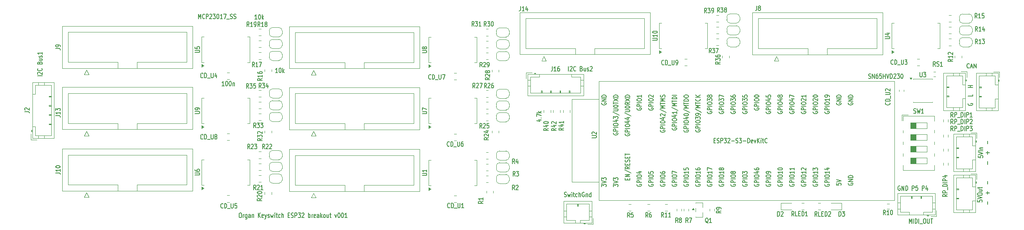
<source format=gbr>
%TF.GenerationSoftware,KiCad,Pcbnew,9.0.6*%
%TF.CreationDate,2026-01-12T10:46:39-05:00*%
%TF.ProjectId,OrganKeyswitchBreakout,4f726761-6e4b-4657-9973-776974636842,rev?*%
%TF.SameCoordinates,Original*%
%TF.FileFunction,Legend,Top*%
%TF.FilePolarity,Positive*%
%FSLAX46Y46*%
G04 Gerber Fmt 4.6, Leading zero omitted, Abs format (unit mm)*
G04 Created by KiCad (PCBNEW 9.0.6) date 2026-01-12 10:46:39*
%MOMM*%
%LPD*%
G01*
G04 APERTURE LIST*
%ADD10C,0.160000*%
%ADD11C,0.120000*%
G04 APERTURE END LIST*
D10*
X82048120Y-101769299D02*
X82200501Y-101769299D01*
X82200501Y-101769299D02*
X82276691Y-101816918D01*
X82276691Y-101816918D02*
X82352882Y-101912156D01*
X82352882Y-101912156D02*
X82390977Y-102102632D01*
X82390977Y-102102632D02*
X82390977Y-102435965D01*
X82390977Y-102435965D02*
X82352882Y-102626441D01*
X82352882Y-102626441D02*
X82276691Y-102721680D01*
X82276691Y-102721680D02*
X82200501Y-102769299D01*
X82200501Y-102769299D02*
X82048120Y-102769299D01*
X82048120Y-102769299D02*
X81971929Y-102721680D01*
X81971929Y-102721680D02*
X81895739Y-102626441D01*
X81895739Y-102626441D02*
X81857643Y-102435965D01*
X81857643Y-102435965D02*
X81857643Y-102102632D01*
X81857643Y-102102632D02*
X81895739Y-101912156D01*
X81895739Y-101912156D02*
X81971929Y-101816918D01*
X81971929Y-101816918D02*
X82048120Y-101769299D01*
X82733834Y-102769299D02*
X82733834Y-102102632D01*
X82733834Y-102293108D02*
X82771929Y-102197870D01*
X82771929Y-102197870D02*
X82810024Y-102150251D01*
X82810024Y-102150251D02*
X82886215Y-102102632D01*
X82886215Y-102102632D02*
X82962405Y-102102632D01*
X83571929Y-102102632D02*
X83571929Y-102912156D01*
X83571929Y-102912156D02*
X83533834Y-103007394D01*
X83533834Y-103007394D02*
X83495738Y-103055013D01*
X83495738Y-103055013D02*
X83419548Y-103102632D01*
X83419548Y-103102632D02*
X83305262Y-103102632D01*
X83305262Y-103102632D02*
X83229072Y-103055013D01*
X83571929Y-102721680D02*
X83495738Y-102769299D01*
X83495738Y-102769299D02*
X83343357Y-102769299D01*
X83343357Y-102769299D02*
X83267167Y-102721680D01*
X83267167Y-102721680D02*
X83229072Y-102674060D01*
X83229072Y-102674060D02*
X83190976Y-102578822D01*
X83190976Y-102578822D02*
X83190976Y-102293108D01*
X83190976Y-102293108D02*
X83229072Y-102197870D01*
X83229072Y-102197870D02*
X83267167Y-102150251D01*
X83267167Y-102150251D02*
X83343357Y-102102632D01*
X83343357Y-102102632D02*
X83495738Y-102102632D01*
X83495738Y-102102632D02*
X83571929Y-102150251D01*
X84295739Y-102769299D02*
X84295739Y-102245489D01*
X84295739Y-102245489D02*
X84257644Y-102150251D01*
X84257644Y-102150251D02*
X84181453Y-102102632D01*
X84181453Y-102102632D02*
X84029072Y-102102632D01*
X84029072Y-102102632D02*
X83952882Y-102150251D01*
X84295739Y-102721680D02*
X84219548Y-102769299D01*
X84219548Y-102769299D02*
X84029072Y-102769299D01*
X84029072Y-102769299D02*
X83952882Y-102721680D01*
X83952882Y-102721680D02*
X83914786Y-102626441D01*
X83914786Y-102626441D02*
X83914786Y-102531203D01*
X83914786Y-102531203D02*
X83952882Y-102435965D01*
X83952882Y-102435965D02*
X84029072Y-102388346D01*
X84029072Y-102388346D02*
X84219548Y-102388346D01*
X84219548Y-102388346D02*
X84295739Y-102340727D01*
X84676692Y-102102632D02*
X84676692Y-102769299D01*
X84676692Y-102197870D02*
X84714787Y-102150251D01*
X84714787Y-102150251D02*
X84790977Y-102102632D01*
X84790977Y-102102632D02*
X84905263Y-102102632D01*
X84905263Y-102102632D02*
X84981454Y-102150251D01*
X84981454Y-102150251D02*
X85019549Y-102245489D01*
X85019549Y-102245489D02*
X85019549Y-102769299D01*
X86010026Y-102769299D02*
X86010026Y-101769299D01*
X86467169Y-102769299D02*
X86124311Y-102197870D01*
X86467169Y-101769299D02*
X86010026Y-102340727D01*
X87114788Y-102721680D02*
X87038597Y-102769299D01*
X87038597Y-102769299D02*
X86886216Y-102769299D01*
X86886216Y-102769299D02*
X86810026Y-102721680D01*
X86810026Y-102721680D02*
X86771930Y-102626441D01*
X86771930Y-102626441D02*
X86771930Y-102245489D01*
X86771930Y-102245489D02*
X86810026Y-102150251D01*
X86810026Y-102150251D02*
X86886216Y-102102632D01*
X86886216Y-102102632D02*
X87038597Y-102102632D01*
X87038597Y-102102632D02*
X87114788Y-102150251D01*
X87114788Y-102150251D02*
X87152883Y-102245489D01*
X87152883Y-102245489D02*
X87152883Y-102340727D01*
X87152883Y-102340727D02*
X86771930Y-102435965D01*
X87419549Y-102102632D02*
X87610025Y-102769299D01*
X87800502Y-102102632D02*
X87610025Y-102769299D01*
X87610025Y-102769299D02*
X87533835Y-103007394D01*
X87533835Y-103007394D02*
X87495740Y-103055013D01*
X87495740Y-103055013D02*
X87419549Y-103102632D01*
X88067168Y-102721680D02*
X88143359Y-102769299D01*
X88143359Y-102769299D02*
X88295740Y-102769299D01*
X88295740Y-102769299D02*
X88371930Y-102721680D01*
X88371930Y-102721680D02*
X88410026Y-102626441D01*
X88410026Y-102626441D02*
X88410026Y-102578822D01*
X88410026Y-102578822D02*
X88371930Y-102483584D01*
X88371930Y-102483584D02*
X88295740Y-102435965D01*
X88295740Y-102435965D02*
X88181454Y-102435965D01*
X88181454Y-102435965D02*
X88105264Y-102388346D01*
X88105264Y-102388346D02*
X88067168Y-102293108D01*
X88067168Y-102293108D02*
X88067168Y-102245489D01*
X88067168Y-102245489D02*
X88105264Y-102150251D01*
X88105264Y-102150251D02*
X88181454Y-102102632D01*
X88181454Y-102102632D02*
X88295740Y-102102632D01*
X88295740Y-102102632D02*
X88371930Y-102150251D01*
X88676692Y-102102632D02*
X88829073Y-102769299D01*
X88829073Y-102769299D02*
X88981454Y-102293108D01*
X88981454Y-102293108D02*
X89133835Y-102769299D01*
X89133835Y-102769299D02*
X89286216Y-102102632D01*
X89590978Y-102769299D02*
X89590978Y-102102632D01*
X89590978Y-101769299D02*
X89552882Y-101816918D01*
X89552882Y-101816918D02*
X89590978Y-101864537D01*
X89590978Y-101864537D02*
X89629073Y-101816918D01*
X89629073Y-101816918D02*
X89590978Y-101769299D01*
X89590978Y-101769299D02*
X89590978Y-101864537D01*
X89857644Y-102102632D02*
X90162406Y-102102632D01*
X89971930Y-101769299D02*
X89971930Y-102626441D01*
X89971930Y-102626441D02*
X90010025Y-102721680D01*
X90010025Y-102721680D02*
X90086215Y-102769299D01*
X90086215Y-102769299D02*
X90162406Y-102769299D01*
X90771930Y-102721680D02*
X90695739Y-102769299D01*
X90695739Y-102769299D02*
X90543358Y-102769299D01*
X90543358Y-102769299D02*
X90467168Y-102721680D01*
X90467168Y-102721680D02*
X90429073Y-102674060D01*
X90429073Y-102674060D02*
X90390977Y-102578822D01*
X90390977Y-102578822D02*
X90390977Y-102293108D01*
X90390977Y-102293108D02*
X90429073Y-102197870D01*
X90429073Y-102197870D02*
X90467168Y-102150251D01*
X90467168Y-102150251D02*
X90543358Y-102102632D01*
X90543358Y-102102632D02*
X90695739Y-102102632D01*
X90695739Y-102102632D02*
X90771930Y-102150251D01*
X91114787Y-102769299D02*
X91114787Y-101769299D01*
X91457644Y-102769299D02*
X91457644Y-102245489D01*
X91457644Y-102245489D02*
X91419549Y-102150251D01*
X91419549Y-102150251D02*
X91343358Y-102102632D01*
X91343358Y-102102632D02*
X91229072Y-102102632D01*
X91229072Y-102102632D02*
X91152882Y-102150251D01*
X91152882Y-102150251D02*
X91114787Y-102197870D01*
X92448121Y-102245489D02*
X92714787Y-102245489D01*
X92829073Y-102769299D02*
X92448121Y-102769299D01*
X92448121Y-102769299D02*
X92448121Y-101769299D01*
X92448121Y-101769299D02*
X92829073Y-101769299D01*
X93133835Y-102721680D02*
X93248121Y-102769299D01*
X93248121Y-102769299D02*
X93438597Y-102769299D01*
X93438597Y-102769299D02*
X93514788Y-102721680D01*
X93514788Y-102721680D02*
X93552883Y-102674060D01*
X93552883Y-102674060D02*
X93590978Y-102578822D01*
X93590978Y-102578822D02*
X93590978Y-102483584D01*
X93590978Y-102483584D02*
X93552883Y-102388346D01*
X93552883Y-102388346D02*
X93514788Y-102340727D01*
X93514788Y-102340727D02*
X93438597Y-102293108D01*
X93438597Y-102293108D02*
X93286216Y-102245489D01*
X93286216Y-102245489D02*
X93210026Y-102197870D01*
X93210026Y-102197870D02*
X93171931Y-102150251D01*
X93171931Y-102150251D02*
X93133835Y-102055013D01*
X93133835Y-102055013D02*
X93133835Y-101959775D01*
X93133835Y-101959775D02*
X93171931Y-101864537D01*
X93171931Y-101864537D02*
X93210026Y-101816918D01*
X93210026Y-101816918D02*
X93286216Y-101769299D01*
X93286216Y-101769299D02*
X93476693Y-101769299D01*
X93476693Y-101769299D02*
X93590978Y-101816918D01*
X93933836Y-102769299D02*
X93933836Y-101769299D01*
X93933836Y-101769299D02*
X94238598Y-101769299D01*
X94238598Y-101769299D02*
X94314788Y-101816918D01*
X94314788Y-101816918D02*
X94352883Y-101864537D01*
X94352883Y-101864537D02*
X94390979Y-101959775D01*
X94390979Y-101959775D02*
X94390979Y-102102632D01*
X94390979Y-102102632D02*
X94352883Y-102197870D01*
X94352883Y-102197870D02*
X94314788Y-102245489D01*
X94314788Y-102245489D02*
X94238598Y-102293108D01*
X94238598Y-102293108D02*
X93933836Y-102293108D01*
X94657645Y-101769299D02*
X95152883Y-101769299D01*
X95152883Y-101769299D02*
X94886217Y-102150251D01*
X94886217Y-102150251D02*
X95000502Y-102150251D01*
X95000502Y-102150251D02*
X95076693Y-102197870D01*
X95076693Y-102197870D02*
X95114788Y-102245489D01*
X95114788Y-102245489D02*
X95152883Y-102340727D01*
X95152883Y-102340727D02*
X95152883Y-102578822D01*
X95152883Y-102578822D02*
X95114788Y-102674060D01*
X95114788Y-102674060D02*
X95076693Y-102721680D01*
X95076693Y-102721680D02*
X95000502Y-102769299D01*
X95000502Y-102769299D02*
X94771931Y-102769299D01*
X94771931Y-102769299D02*
X94695740Y-102721680D01*
X94695740Y-102721680D02*
X94657645Y-102674060D01*
X95457645Y-101864537D02*
X95495741Y-101816918D01*
X95495741Y-101816918D02*
X95571931Y-101769299D01*
X95571931Y-101769299D02*
X95762407Y-101769299D01*
X95762407Y-101769299D02*
X95838598Y-101816918D01*
X95838598Y-101816918D02*
X95876693Y-101864537D01*
X95876693Y-101864537D02*
X95914788Y-101959775D01*
X95914788Y-101959775D02*
X95914788Y-102055013D01*
X95914788Y-102055013D02*
X95876693Y-102197870D01*
X95876693Y-102197870D02*
X95419550Y-102769299D01*
X95419550Y-102769299D02*
X95914788Y-102769299D01*
X96867170Y-102769299D02*
X96867170Y-101769299D01*
X96867170Y-102150251D02*
X96943360Y-102102632D01*
X96943360Y-102102632D02*
X97095741Y-102102632D01*
X97095741Y-102102632D02*
X97171932Y-102150251D01*
X97171932Y-102150251D02*
X97210027Y-102197870D01*
X97210027Y-102197870D02*
X97248122Y-102293108D01*
X97248122Y-102293108D02*
X97248122Y-102578822D01*
X97248122Y-102578822D02*
X97210027Y-102674060D01*
X97210027Y-102674060D02*
X97171932Y-102721680D01*
X97171932Y-102721680D02*
X97095741Y-102769299D01*
X97095741Y-102769299D02*
X96943360Y-102769299D01*
X96943360Y-102769299D02*
X96867170Y-102721680D01*
X97590980Y-102769299D02*
X97590980Y-102102632D01*
X97590980Y-102293108D02*
X97629075Y-102197870D01*
X97629075Y-102197870D02*
X97667170Y-102150251D01*
X97667170Y-102150251D02*
X97743361Y-102102632D01*
X97743361Y-102102632D02*
X97819551Y-102102632D01*
X98390980Y-102721680D02*
X98314789Y-102769299D01*
X98314789Y-102769299D02*
X98162408Y-102769299D01*
X98162408Y-102769299D02*
X98086218Y-102721680D01*
X98086218Y-102721680D02*
X98048122Y-102626441D01*
X98048122Y-102626441D02*
X98048122Y-102245489D01*
X98048122Y-102245489D02*
X98086218Y-102150251D01*
X98086218Y-102150251D02*
X98162408Y-102102632D01*
X98162408Y-102102632D02*
X98314789Y-102102632D01*
X98314789Y-102102632D02*
X98390980Y-102150251D01*
X98390980Y-102150251D02*
X98429075Y-102245489D01*
X98429075Y-102245489D02*
X98429075Y-102340727D01*
X98429075Y-102340727D02*
X98048122Y-102435965D01*
X99114789Y-102769299D02*
X99114789Y-102245489D01*
X99114789Y-102245489D02*
X99076694Y-102150251D01*
X99076694Y-102150251D02*
X99000503Y-102102632D01*
X99000503Y-102102632D02*
X98848122Y-102102632D01*
X98848122Y-102102632D02*
X98771932Y-102150251D01*
X99114789Y-102721680D02*
X99038598Y-102769299D01*
X99038598Y-102769299D02*
X98848122Y-102769299D01*
X98848122Y-102769299D02*
X98771932Y-102721680D01*
X98771932Y-102721680D02*
X98733836Y-102626441D01*
X98733836Y-102626441D02*
X98733836Y-102531203D01*
X98733836Y-102531203D02*
X98771932Y-102435965D01*
X98771932Y-102435965D02*
X98848122Y-102388346D01*
X98848122Y-102388346D02*
X99038598Y-102388346D01*
X99038598Y-102388346D02*
X99114789Y-102340727D01*
X99495742Y-102769299D02*
X99495742Y-101769299D01*
X99571932Y-102388346D02*
X99800504Y-102769299D01*
X99800504Y-102102632D02*
X99495742Y-102483584D01*
X100257646Y-102769299D02*
X100181456Y-102721680D01*
X100181456Y-102721680D02*
X100143361Y-102674060D01*
X100143361Y-102674060D02*
X100105265Y-102578822D01*
X100105265Y-102578822D02*
X100105265Y-102293108D01*
X100105265Y-102293108D02*
X100143361Y-102197870D01*
X100143361Y-102197870D02*
X100181456Y-102150251D01*
X100181456Y-102150251D02*
X100257646Y-102102632D01*
X100257646Y-102102632D02*
X100371932Y-102102632D01*
X100371932Y-102102632D02*
X100448123Y-102150251D01*
X100448123Y-102150251D02*
X100486218Y-102197870D01*
X100486218Y-102197870D02*
X100524313Y-102293108D01*
X100524313Y-102293108D02*
X100524313Y-102578822D01*
X100524313Y-102578822D02*
X100486218Y-102674060D01*
X100486218Y-102674060D02*
X100448123Y-102721680D01*
X100448123Y-102721680D02*
X100371932Y-102769299D01*
X100371932Y-102769299D02*
X100257646Y-102769299D01*
X101210028Y-102102632D02*
X101210028Y-102769299D01*
X100867171Y-102102632D02*
X100867171Y-102626441D01*
X100867171Y-102626441D02*
X100905266Y-102721680D01*
X100905266Y-102721680D02*
X100981456Y-102769299D01*
X100981456Y-102769299D02*
X101095742Y-102769299D01*
X101095742Y-102769299D02*
X101171933Y-102721680D01*
X101171933Y-102721680D02*
X101210028Y-102674060D01*
X101476695Y-102102632D02*
X101781457Y-102102632D01*
X101590981Y-101769299D02*
X101590981Y-102626441D01*
X101590981Y-102626441D02*
X101629076Y-102721680D01*
X101629076Y-102721680D02*
X101705266Y-102769299D01*
X101705266Y-102769299D02*
X101781457Y-102769299D01*
X102581457Y-102102632D02*
X102771933Y-102769299D01*
X102771933Y-102769299D02*
X102962410Y-102102632D01*
X103419553Y-101769299D02*
X103495743Y-101769299D01*
X103495743Y-101769299D02*
X103571934Y-101816918D01*
X103571934Y-101816918D02*
X103610029Y-101864537D01*
X103610029Y-101864537D02*
X103648124Y-101959775D01*
X103648124Y-101959775D02*
X103686219Y-102150251D01*
X103686219Y-102150251D02*
X103686219Y-102388346D01*
X103686219Y-102388346D02*
X103648124Y-102578822D01*
X103648124Y-102578822D02*
X103610029Y-102674060D01*
X103610029Y-102674060D02*
X103571934Y-102721680D01*
X103571934Y-102721680D02*
X103495743Y-102769299D01*
X103495743Y-102769299D02*
X103419553Y-102769299D01*
X103419553Y-102769299D02*
X103343362Y-102721680D01*
X103343362Y-102721680D02*
X103305267Y-102674060D01*
X103305267Y-102674060D02*
X103267172Y-102578822D01*
X103267172Y-102578822D02*
X103229076Y-102388346D01*
X103229076Y-102388346D02*
X103229076Y-102150251D01*
X103229076Y-102150251D02*
X103267172Y-101959775D01*
X103267172Y-101959775D02*
X103305267Y-101864537D01*
X103305267Y-101864537D02*
X103343362Y-101816918D01*
X103343362Y-101816918D02*
X103419553Y-101769299D01*
X104181458Y-101769299D02*
X104257648Y-101769299D01*
X104257648Y-101769299D02*
X104333839Y-101816918D01*
X104333839Y-101816918D02*
X104371934Y-101864537D01*
X104371934Y-101864537D02*
X104410029Y-101959775D01*
X104410029Y-101959775D02*
X104448124Y-102150251D01*
X104448124Y-102150251D02*
X104448124Y-102388346D01*
X104448124Y-102388346D02*
X104410029Y-102578822D01*
X104410029Y-102578822D02*
X104371934Y-102674060D01*
X104371934Y-102674060D02*
X104333839Y-102721680D01*
X104333839Y-102721680D02*
X104257648Y-102769299D01*
X104257648Y-102769299D02*
X104181458Y-102769299D01*
X104181458Y-102769299D02*
X104105267Y-102721680D01*
X104105267Y-102721680D02*
X104067172Y-102674060D01*
X104067172Y-102674060D02*
X104029077Y-102578822D01*
X104029077Y-102578822D02*
X103990981Y-102388346D01*
X103990981Y-102388346D02*
X103990981Y-102150251D01*
X103990981Y-102150251D02*
X104029077Y-101959775D01*
X104029077Y-101959775D02*
X104067172Y-101864537D01*
X104067172Y-101864537D02*
X104105267Y-101816918D01*
X104105267Y-101816918D02*
X104181458Y-101769299D01*
X105210029Y-102769299D02*
X104752886Y-102769299D01*
X104981458Y-102769299D02*
X104981458Y-101769299D01*
X104981458Y-101769299D02*
X104905267Y-101912156D01*
X104905267Y-101912156D02*
X104829077Y-102007394D01*
X104829077Y-102007394D02*
X104752886Y-102055013D01*
X239581918Y-78025213D02*
X239534299Y-78101403D01*
X239534299Y-78101403D02*
X239534299Y-78215689D01*
X239534299Y-78215689D02*
X239581918Y-78329975D01*
X239581918Y-78329975D02*
X239677156Y-78406165D01*
X239677156Y-78406165D02*
X239772394Y-78444260D01*
X239772394Y-78444260D02*
X239962870Y-78482356D01*
X239962870Y-78482356D02*
X240105727Y-78482356D01*
X240105727Y-78482356D02*
X240296203Y-78444260D01*
X240296203Y-78444260D02*
X240391441Y-78406165D01*
X240391441Y-78406165D02*
X240486680Y-78329975D01*
X240486680Y-78329975D02*
X240534299Y-78215689D01*
X240534299Y-78215689D02*
X240534299Y-78139498D01*
X240534299Y-78139498D02*
X240486680Y-78025213D01*
X240486680Y-78025213D02*
X240439060Y-77987117D01*
X240439060Y-77987117D02*
X240105727Y-77987117D01*
X240105727Y-77987117D02*
X240105727Y-78139498D01*
X240534299Y-76044260D02*
X240534299Y-76425212D01*
X240534299Y-76425212D02*
X239534299Y-76425212D01*
X240534299Y-74558545D02*
X239534299Y-74558545D01*
X240010489Y-74558545D02*
X240010489Y-74101402D01*
X240534299Y-74101402D02*
X239534299Y-74101402D01*
X243788346Y-91204260D02*
X243788346Y-90594737D01*
X243788346Y-88994736D02*
X243788346Y-88385213D01*
X244169299Y-88689974D02*
X243407394Y-88689974D01*
X243788346Y-86785212D02*
X243788346Y-86175689D01*
X243788346Y-99904260D02*
X243788346Y-99294737D01*
X243788346Y-97694736D02*
X243788346Y-97085213D01*
X244169299Y-97389974D02*
X243407394Y-97389974D01*
X243788346Y-95485212D02*
X243788346Y-94875689D01*
X224814786Y-95916918D02*
X224738596Y-95869299D01*
X224738596Y-95869299D02*
X224624310Y-95869299D01*
X224624310Y-95869299D02*
X224510024Y-95916918D01*
X224510024Y-95916918D02*
X224433834Y-96012156D01*
X224433834Y-96012156D02*
X224395739Y-96107394D01*
X224395739Y-96107394D02*
X224357643Y-96297870D01*
X224357643Y-96297870D02*
X224357643Y-96440727D01*
X224357643Y-96440727D02*
X224395739Y-96631203D01*
X224395739Y-96631203D02*
X224433834Y-96726441D01*
X224433834Y-96726441D02*
X224510024Y-96821680D01*
X224510024Y-96821680D02*
X224624310Y-96869299D01*
X224624310Y-96869299D02*
X224700501Y-96869299D01*
X224700501Y-96869299D02*
X224814786Y-96821680D01*
X224814786Y-96821680D02*
X224852882Y-96774060D01*
X224852882Y-96774060D02*
X224852882Y-96440727D01*
X224852882Y-96440727D02*
X224700501Y-96440727D01*
X225195739Y-96869299D02*
X225195739Y-95869299D01*
X225195739Y-95869299D02*
X225652882Y-96869299D01*
X225652882Y-96869299D02*
X225652882Y-95869299D01*
X226033834Y-96869299D02*
X226033834Y-95869299D01*
X226033834Y-95869299D02*
X226224310Y-95869299D01*
X226224310Y-95869299D02*
X226338596Y-95916918D01*
X226338596Y-95916918D02*
X226414786Y-96012156D01*
X226414786Y-96012156D02*
X226452881Y-96107394D01*
X226452881Y-96107394D02*
X226490977Y-96297870D01*
X226490977Y-96297870D02*
X226490977Y-96440727D01*
X226490977Y-96440727D02*
X226452881Y-96631203D01*
X226452881Y-96631203D02*
X226414786Y-96726441D01*
X226414786Y-96726441D02*
X226338596Y-96821680D01*
X226338596Y-96821680D02*
X226224310Y-96869299D01*
X226224310Y-96869299D02*
X226033834Y-96869299D01*
X227443358Y-96869299D02*
X227443358Y-95869299D01*
X227443358Y-95869299D02*
X227748120Y-95869299D01*
X227748120Y-95869299D02*
X227824310Y-95916918D01*
X227824310Y-95916918D02*
X227862405Y-95964537D01*
X227862405Y-95964537D02*
X227900501Y-96059775D01*
X227900501Y-96059775D02*
X227900501Y-96202632D01*
X227900501Y-96202632D02*
X227862405Y-96297870D01*
X227862405Y-96297870D02*
X227824310Y-96345489D01*
X227824310Y-96345489D02*
X227748120Y-96393108D01*
X227748120Y-96393108D02*
X227443358Y-96393108D01*
X228624310Y-95869299D02*
X228243358Y-95869299D01*
X228243358Y-95869299D02*
X228205262Y-96345489D01*
X228205262Y-96345489D02*
X228243358Y-96297870D01*
X228243358Y-96297870D02*
X228319548Y-96250251D01*
X228319548Y-96250251D02*
X228510024Y-96250251D01*
X228510024Y-96250251D02*
X228586215Y-96297870D01*
X228586215Y-96297870D02*
X228624310Y-96345489D01*
X228624310Y-96345489D02*
X228662405Y-96440727D01*
X228662405Y-96440727D02*
X228662405Y-96678822D01*
X228662405Y-96678822D02*
X228624310Y-96774060D01*
X228624310Y-96774060D02*
X228586215Y-96821680D01*
X228586215Y-96821680D02*
X228510024Y-96869299D01*
X228510024Y-96869299D02*
X228319548Y-96869299D01*
X228319548Y-96869299D02*
X228243358Y-96821680D01*
X228243358Y-96821680D02*
X228205262Y-96774060D01*
X229614787Y-96869299D02*
X229614787Y-95869299D01*
X229614787Y-95869299D02*
X229919549Y-95869299D01*
X229919549Y-95869299D02*
X229995739Y-95916918D01*
X229995739Y-95916918D02*
X230033834Y-95964537D01*
X230033834Y-95964537D02*
X230071930Y-96059775D01*
X230071930Y-96059775D02*
X230071930Y-96202632D01*
X230071930Y-96202632D02*
X230033834Y-96297870D01*
X230033834Y-96297870D02*
X229995739Y-96345489D01*
X229995739Y-96345489D02*
X229919549Y-96393108D01*
X229919549Y-96393108D02*
X229614787Y-96393108D01*
X230757644Y-96202632D02*
X230757644Y-96869299D01*
X230567168Y-95821680D02*
X230376691Y-96535965D01*
X230376691Y-96535965D02*
X230871930Y-96535965D01*
X150438299Y-83451785D02*
X149962108Y-83718452D01*
X150438299Y-83908928D02*
X149438299Y-83908928D01*
X149438299Y-83908928D02*
X149438299Y-83604166D01*
X149438299Y-83604166D02*
X149485918Y-83527976D01*
X149485918Y-83527976D02*
X149533537Y-83489881D01*
X149533537Y-83489881D02*
X149628775Y-83451785D01*
X149628775Y-83451785D02*
X149771632Y-83451785D01*
X149771632Y-83451785D02*
X149866870Y-83489881D01*
X149866870Y-83489881D02*
X149914489Y-83527976D01*
X149914489Y-83527976D02*
X149962108Y-83604166D01*
X149962108Y-83604166D02*
X149962108Y-83908928D01*
X149771632Y-82766071D02*
X150438299Y-82766071D01*
X149390680Y-82956547D02*
X150104965Y-83147024D01*
X150104965Y-83147024D02*
X150104965Y-82651785D01*
X149533537Y-82385119D02*
X149485918Y-82347023D01*
X149485918Y-82347023D02*
X149438299Y-82270833D01*
X149438299Y-82270833D02*
X149438299Y-82080357D01*
X149438299Y-82080357D02*
X149485918Y-82004166D01*
X149485918Y-82004166D02*
X149533537Y-81966071D01*
X149533537Y-81966071D02*
X149628775Y-81927976D01*
X149628775Y-81927976D02*
X149724013Y-81927976D01*
X149724013Y-81927976D02*
X149866870Y-81966071D01*
X149866870Y-81966071D02*
X150438299Y-82423214D01*
X150438299Y-82423214D02*
X150438299Y-81927976D01*
X152038299Y-83351785D02*
X151562108Y-83618452D01*
X152038299Y-83808928D02*
X151038299Y-83808928D01*
X151038299Y-83808928D02*
X151038299Y-83504166D01*
X151038299Y-83504166D02*
X151085918Y-83427976D01*
X151085918Y-83427976D02*
X151133537Y-83389881D01*
X151133537Y-83389881D02*
X151228775Y-83351785D01*
X151228775Y-83351785D02*
X151371632Y-83351785D01*
X151371632Y-83351785D02*
X151466870Y-83389881D01*
X151466870Y-83389881D02*
X151514489Y-83427976D01*
X151514489Y-83427976D02*
X151562108Y-83504166D01*
X151562108Y-83504166D02*
X151562108Y-83808928D01*
X151371632Y-82666071D02*
X152038299Y-82666071D01*
X150990680Y-82856547D02*
X151704965Y-83047024D01*
X151704965Y-83047024D02*
X151704965Y-82551785D01*
X152038299Y-81827976D02*
X152038299Y-82285119D01*
X152038299Y-82056547D02*
X151038299Y-82056547D01*
X151038299Y-82056547D02*
X151181156Y-82132738D01*
X151181156Y-82132738D02*
X151276394Y-82208928D01*
X151276394Y-82208928D02*
X151324013Y-82285119D01*
X148738299Y-83451785D02*
X148262108Y-83718452D01*
X148738299Y-83908928D02*
X147738299Y-83908928D01*
X147738299Y-83908928D02*
X147738299Y-83604166D01*
X147738299Y-83604166D02*
X147785918Y-83527976D01*
X147785918Y-83527976D02*
X147833537Y-83489881D01*
X147833537Y-83489881D02*
X147928775Y-83451785D01*
X147928775Y-83451785D02*
X148071632Y-83451785D01*
X148071632Y-83451785D02*
X148166870Y-83489881D01*
X148166870Y-83489881D02*
X148214489Y-83527976D01*
X148214489Y-83527976D02*
X148262108Y-83604166D01*
X148262108Y-83604166D02*
X148262108Y-83908928D01*
X148071632Y-82766071D02*
X148738299Y-82766071D01*
X147690680Y-82956547D02*
X148404965Y-83147024D01*
X148404965Y-83147024D02*
X148404965Y-82651785D01*
X147738299Y-82194642D02*
X147738299Y-82118452D01*
X147738299Y-82118452D02*
X147785918Y-82042261D01*
X147785918Y-82042261D02*
X147833537Y-82004166D01*
X147833537Y-82004166D02*
X147928775Y-81966071D01*
X147928775Y-81966071D02*
X148119251Y-81927976D01*
X148119251Y-81927976D02*
X148357346Y-81927976D01*
X148357346Y-81927976D02*
X148547822Y-81966071D01*
X148547822Y-81966071D02*
X148643060Y-82004166D01*
X148643060Y-82004166D02*
X148690680Y-82042261D01*
X148690680Y-82042261D02*
X148738299Y-82118452D01*
X148738299Y-82118452D02*
X148738299Y-82194642D01*
X148738299Y-82194642D02*
X148690680Y-82270833D01*
X148690680Y-82270833D02*
X148643060Y-82308928D01*
X148643060Y-82308928D02*
X148547822Y-82347023D01*
X148547822Y-82347023D02*
X148357346Y-82385119D01*
X148357346Y-82385119D02*
X148119251Y-82385119D01*
X148119251Y-82385119D02*
X147928775Y-82347023D01*
X147928775Y-82347023D02*
X147833537Y-82308928D01*
X147833537Y-82308928D02*
X147785918Y-82270833D01*
X147785918Y-82270833D02*
X147738299Y-82194642D01*
X146571632Y-81580356D02*
X147238299Y-81580356D01*
X146190680Y-81770832D02*
X146904965Y-81961309D01*
X146904965Y-81961309D02*
X146904965Y-81466070D01*
X147143060Y-81161308D02*
X147190680Y-81123213D01*
X147190680Y-81123213D02*
X147238299Y-81161308D01*
X147238299Y-81161308D02*
X147190680Y-81199404D01*
X147190680Y-81199404D02*
X147143060Y-81161308D01*
X147143060Y-81161308D02*
X147238299Y-81161308D01*
X146238299Y-80856547D02*
X146238299Y-80323213D01*
X146238299Y-80323213D02*
X147238299Y-80666071D01*
X147238299Y-80018451D02*
X146238299Y-80018451D01*
X146857346Y-79942261D02*
X147238299Y-79713689D01*
X146571632Y-79713689D02*
X146952584Y-80018451D01*
X121464349Y-80228454D02*
X122273872Y-80228454D01*
X122273872Y-80228454D02*
X122369110Y-80190359D01*
X122369110Y-80190359D02*
X122416730Y-80152264D01*
X122416730Y-80152264D02*
X122464349Y-80076073D01*
X122464349Y-80076073D02*
X122464349Y-79923692D01*
X122464349Y-79923692D02*
X122416730Y-79847502D01*
X122416730Y-79847502D02*
X122369110Y-79809407D01*
X122369110Y-79809407D02*
X122273872Y-79771311D01*
X122273872Y-79771311D02*
X121464349Y-79771311D01*
X121464349Y-79466550D02*
X121464349Y-78933216D01*
X121464349Y-78933216D02*
X122464349Y-79276074D01*
X127342857Y-87209060D02*
X127304761Y-87256680D01*
X127304761Y-87256680D02*
X127190476Y-87304299D01*
X127190476Y-87304299D02*
X127114285Y-87304299D01*
X127114285Y-87304299D02*
X126999999Y-87256680D01*
X126999999Y-87256680D02*
X126923809Y-87161441D01*
X126923809Y-87161441D02*
X126885714Y-87066203D01*
X126885714Y-87066203D02*
X126847618Y-86875727D01*
X126847618Y-86875727D02*
X126847618Y-86732870D01*
X126847618Y-86732870D02*
X126885714Y-86542394D01*
X126885714Y-86542394D02*
X126923809Y-86447156D01*
X126923809Y-86447156D02*
X126999999Y-86351918D01*
X126999999Y-86351918D02*
X127114285Y-86304299D01*
X127114285Y-86304299D02*
X127190476Y-86304299D01*
X127190476Y-86304299D02*
X127304761Y-86351918D01*
X127304761Y-86351918D02*
X127342857Y-86399537D01*
X127685714Y-87304299D02*
X127685714Y-86304299D01*
X127685714Y-86304299D02*
X127876190Y-86304299D01*
X127876190Y-86304299D02*
X127990476Y-86351918D01*
X127990476Y-86351918D02*
X128066666Y-86447156D01*
X128066666Y-86447156D02*
X128104761Y-86542394D01*
X128104761Y-86542394D02*
X128142857Y-86732870D01*
X128142857Y-86732870D02*
X128142857Y-86875727D01*
X128142857Y-86875727D02*
X128104761Y-87066203D01*
X128104761Y-87066203D02*
X128066666Y-87161441D01*
X128066666Y-87161441D02*
X127990476Y-87256680D01*
X127990476Y-87256680D02*
X127876190Y-87304299D01*
X127876190Y-87304299D02*
X127685714Y-87304299D01*
X128295238Y-87399537D02*
X128904761Y-87399537D01*
X129095238Y-86304299D02*
X129095238Y-87113822D01*
X129095238Y-87113822D02*
X129133333Y-87209060D01*
X129133333Y-87209060D02*
X129171428Y-87256680D01*
X129171428Y-87256680D02*
X129247619Y-87304299D01*
X129247619Y-87304299D02*
X129400000Y-87304299D01*
X129400000Y-87304299D02*
X129476190Y-87256680D01*
X129476190Y-87256680D02*
X129514285Y-87209060D01*
X129514285Y-87209060D02*
X129552381Y-87113822D01*
X129552381Y-87113822D02*
X129552381Y-86304299D01*
X130276190Y-86304299D02*
X130123809Y-86304299D01*
X130123809Y-86304299D02*
X130047618Y-86351918D01*
X130047618Y-86351918D02*
X130009523Y-86399537D01*
X130009523Y-86399537D02*
X129933333Y-86542394D01*
X129933333Y-86542394D02*
X129895237Y-86732870D01*
X129895237Y-86732870D02*
X129895237Y-87113822D01*
X129895237Y-87113822D02*
X129933333Y-87209060D01*
X129933333Y-87209060D02*
X129971428Y-87256680D01*
X129971428Y-87256680D02*
X130047618Y-87304299D01*
X130047618Y-87304299D02*
X130199999Y-87304299D01*
X130199999Y-87304299D02*
X130276190Y-87256680D01*
X130276190Y-87256680D02*
X130314285Y-87209060D01*
X130314285Y-87209060D02*
X130352380Y-87113822D01*
X130352380Y-87113822D02*
X130352380Y-86875727D01*
X130352380Y-86875727D02*
X130314285Y-86780489D01*
X130314285Y-86780489D02*
X130276190Y-86732870D01*
X130276190Y-86732870D02*
X130199999Y-86685251D01*
X130199999Y-86685251D02*
X130047618Y-86685251D01*
X130047618Y-86685251D02*
X129971428Y-86732870D01*
X129971428Y-86732870D02*
X129933333Y-86780489D01*
X129933333Y-86780489D02*
X129895237Y-86875727D01*
X223342857Y-69459060D02*
X223304761Y-69506680D01*
X223304761Y-69506680D02*
X223190476Y-69554299D01*
X223190476Y-69554299D02*
X223114285Y-69554299D01*
X223114285Y-69554299D02*
X222999999Y-69506680D01*
X222999999Y-69506680D02*
X222923809Y-69411441D01*
X222923809Y-69411441D02*
X222885714Y-69316203D01*
X222885714Y-69316203D02*
X222847618Y-69125727D01*
X222847618Y-69125727D02*
X222847618Y-68982870D01*
X222847618Y-68982870D02*
X222885714Y-68792394D01*
X222885714Y-68792394D02*
X222923809Y-68697156D01*
X222923809Y-68697156D02*
X222999999Y-68601918D01*
X222999999Y-68601918D02*
X223114285Y-68554299D01*
X223114285Y-68554299D02*
X223190476Y-68554299D01*
X223190476Y-68554299D02*
X223304761Y-68601918D01*
X223304761Y-68601918D02*
X223342857Y-68649537D01*
X223685714Y-69554299D02*
X223685714Y-68554299D01*
X223685714Y-68554299D02*
X223876190Y-68554299D01*
X223876190Y-68554299D02*
X223990476Y-68601918D01*
X223990476Y-68601918D02*
X224066666Y-68697156D01*
X224066666Y-68697156D02*
X224104761Y-68792394D01*
X224104761Y-68792394D02*
X224142857Y-68982870D01*
X224142857Y-68982870D02*
X224142857Y-69125727D01*
X224142857Y-69125727D02*
X224104761Y-69316203D01*
X224104761Y-69316203D02*
X224066666Y-69411441D01*
X224066666Y-69411441D02*
X223990476Y-69506680D01*
X223990476Y-69506680D02*
X223876190Y-69554299D01*
X223876190Y-69554299D02*
X223685714Y-69554299D01*
X224295238Y-69649537D02*
X224904761Y-69649537D01*
X225095238Y-68554299D02*
X225095238Y-69363822D01*
X225095238Y-69363822D02*
X225133333Y-69459060D01*
X225133333Y-69459060D02*
X225171428Y-69506680D01*
X225171428Y-69506680D02*
X225247619Y-69554299D01*
X225247619Y-69554299D02*
X225400000Y-69554299D01*
X225400000Y-69554299D02*
X225476190Y-69506680D01*
X225476190Y-69506680D02*
X225514285Y-69459060D01*
X225514285Y-69459060D02*
X225552381Y-69363822D01*
X225552381Y-69363822D02*
X225552381Y-68554299D01*
X225857142Y-68554299D02*
X226352380Y-68554299D01*
X226352380Y-68554299D02*
X226085714Y-68935251D01*
X226085714Y-68935251D02*
X226199999Y-68935251D01*
X226199999Y-68935251D02*
X226276190Y-68982870D01*
X226276190Y-68982870D02*
X226314285Y-69030489D01*
X226314285Y-69030489D02*
X226352380Y-69125727D01*
X226352380Y-69125727D02*
X226352380Y-69363822D01*
X226352380Y-69363822D02*
X226314285Y-69459060D01*
X226314285Y-69459060D02*
X226276190Y-69506680D01*
X226276190Y-69506680D02*
X226199999Y-69554299D01*
X226199999Y-69554299D02*
X225971428Y-69554299D01*
X225971428Y-69554299D02*
X225895237Y-69506680D01*
X225895237Y-69506680D02*
X225857142Y-69459060D01*
X185904299Y-69014285D02*
X185428108Y-69280952D01*
X185904299Y-69471428D02*
X184904299Y-69471428D01*
X184904299Y-69471428D02*
X184904299Y-69166666D01*
X184904299Y-69166666D02*
X184951918Y-69090476D01*
X184951918Y-69090476D02*
X184999537Y-69052381D01*
X184999537Y-69052381D02*
X185094775Y-69014285D01*
X185094775Y-69014285D02*
X185237632Y-69014285D01*
X185237632Y-69014285D02*
X185332870Y-69052381D01*
X185332870Y-69052381D02*
X185380489Y-69090476D01*
X185380489Y-69090476D02*
X185428108Y-69166666D01*
X185428108Y-69166666D02*
X185428108Y-69471428D01*
X184904299Y-68747619D02*
X184904299Y-68252381D01*
X184904299Y-68252381D02*
X185285251Y-68519047D01*
X185285251Y-68519047D02*
X185285251Y-68404762D01*
X185285251Y-68404762D02*
X185332870Y-68328571D01*
X185332870Y-68328571D02*
X185380489Y-68290476D01*
X185380489Y-68290476D02*
X185475727Y-68252381D01*
X185475727Y-68252381D02*
X185713822Y-68252381D01*
X185713822Y-68252381D02*
X185809060Y-68290476D01*
X185809060Y-68290476D02*
X185856680Y-68328571D01*
X185856680Y-68328571D02*
X185904299Y-68404762D01*
X185904299Y-68404762D02*
X185904299Y-68633333D01*
X185904299Y-68633333D02*
X185856680Y-68709524D01*
X185856680Y-68709524D02*
X185809060Y-68747619D01*
X184904299Y-67566666D02*
X184904299Y-67719047D01*
X184904299Y-67719047D02*
X184951918Y-67795238D01*
X184951918Y-67795238D02*
X184999537Y-67833333D01*
X184999537Y-67833333D02*
X185142394Y-67909523D01*
X185142394Y-67909523D02*
X185332870Y-67947619D01*
X185332870Y-67947619D02*
X185713822Y-67947619D01*
X185713822Y-67947619D02*
X185809060Y-67909523D01*
X185809060Y-67909523D02*
X185856680Y-67871428D01*
X185856680Y-67871428D02*
X185904299Y-67795238D01*
X185904299Y-67795238D02*
X185904299Y-67642857D01*
X185904299Y-67642857D02*
X185856680Y-67566666D01*
X185856680Y-67566666D02*
X185809060Y-67528571D01*
X185809060Y-67528571D02*
X185713822Y-67490476D01*
X185713822Y-67490476D02*
X185475727Y-67490476D01*
X185475727Y-67490476D02*
X185380489Y-67528571D01*
X185380489Y-67528571D02*
X185332870Y-67566666D01*
X185332870Y-67566666D02*
X185285251Y-67642857D01*
X185285251Y-67642857D02*
X185285251Y-67795238D01*
X185285251Y-67795238D02*
X185332870Y-67871428D01*
X185332870Y-67871428D02*
X185380489Y-67909523D01*
X185380489Y-67909523D02*
X185475727Y-67947619D01*
X241585714Y-65054299D02*
X241319047Y-64578108D01*
X241128571Y-65054299D02*
X241128571Y-64054299D01*
X241128571Y-64054299D02*
X241433333Y-64054299D01*
X241433333Y-64054299D02*
X241509523Y-64101918D01*
X241509523Y-64101918D02*
X241547618Y-64149537D01*
X241547618Y-64149537D02*
X241585714Y-64244775D01*
X241585714Y-64244775D02*
X241585714Y-64387632D01*
X241585714Y-64387632D02*
X241547618Y-64482870D01*
X241547618Y-64482870D02*
X241509523Y-64530489D01*
X241509523Y-64530489D02*
X241433333Y-64578108D01*
X241433333Y-64578108D02*
X241128571Y-64578108D01*
X242347618Y-65054299D02*
X241890475Y-65054299D01*
X242119047Y-65054299D02*
X242119047Y-64054299D01*
X242119047Y-64054299D02*
X242042856Y-64197156D01*
X242042856Y-64197156D02*
X241966666Y-64292394D01*
X241966666Y-64292394D02*
X241890475Y-64340013D01*
X242614285Y-64054299D02*
X243109523Y-64054299D01*
X243109523Y-64054299D02*
X242842857Y-64435251D01*
X242842857Y-64435251D02*
X242957142Y-64435251D01*
X242957142Y-64435251D02*
X243033333Y-64482870D01*
X243033333Y-64482870D02*
X243071428Y-64530489D01*
X243071428Y-64530489D02*
X243109523Y-64625727D01*
X243109523Y-64625727D02*
X243109523Y-64863822D01*
X243109523Y-64863822D02*
X243071428Y-64959060D01*
X243071428Y-64959060D02*
X243033333Y-65006680D01*
X243033333Y-65006680D02*
X242957142Y-65054299D01*
X242957142Y-65054299D02*
X242728571Y-65054299D01*
X242728571Y-65054299D02*
X242652380Y-65006680D01*
X242652380Y-65006680D02*
X242614285Y-64959060D01*
X221613999Y-63972723D02*
X222423522Y-63972723D01*
X222423522Y-63972723D02*
X222518760Y-63934628D01*
X222518760Y-63934628D02*
X222566380Y-63896533D01*
X222566380Y-63896533D02*
X222613999Y-63820342D01*
X222613999Y-63820342D02*
X222613999Y-63667961D01*
X222613999Y-63667961D02*
X222566380Y-63591771D01*
X222566380Y-63591771D02*
X222518760Y-63553676D01*
X222518760Y-63553676D02*
X222423522Y-63515580D01*
X222423522Y-63515580D02*
X221613999Y-63515580D01*
X221947332Y-62791771D02*
X222613999Y-62791771D01*
X221566380Y-62982247D02*
X222280665Y-63172724D01*
X222280665Y-63172724D02*
X222280665Y-62677485D01*
X236271429Y-83954299D02*
X236004762Y-83478108D01*
X235814286Y-83954299D02*
X235814286Y-82954299D01*
X235814286Y-82954299D02*
X236119048Y-82954299D01*
X236119048Y-82954299D02*
X236195238Y-83001918D01*
X236195238Y-83001918D02*
X236233333Y-83049537D01*
X236233333Y-83049537D02*
X236271429Y-83144775D01*
X236271429Y-83144775D02*
X236271429Y-83287632D01*
X236271429Y-83287632D02*
X236233333Y-83382870D01*
X236233333Y-83382870D02*
X236195238Y-83430489D01*
X236195238Y-83430489D02*
X236119048Y-83478108D01*
X236119048Y-83478108D02*
X235814286Y-83478108D01*
X236614286Y-83954299D02*
X236614286Y-82954299D01*
X236614286Y-82954299D02*
X236919048Y-82954299D01*
X236919048Y-82954299D02*
X236995238Y-83001918D01*
X236995238Y-83001918D02*
X237033333Y-83049537D01*
X237033333Y-83049537D02*
X237071429Y-83144775D01*
X237071429Y-83144775D02*
X237071429Y-83287632D01*
X237071429Y-83287632D02*
X237033333Y-83382870D01*
X237033333Y-83382870D02*
X236995238Y-83430489D01*
X236995238Y-83430489D02*
X236919048Y-83478108D01*
X236919048Y-83478108D02*
X236614286Y-83478108D01*
X237223810Y-84049537D02*
X237833333Y-84049537D01*
X238023810Y-83954299D02*
X238023810Y-82954299D01*
X238023810Y-82954299D02*
X238214286Y-82954299D01*
X238214286Y-82954299D02*
X238328572Y-83001918D01*
X238328572Y-83001918D02*
X238404762Y-83097156D01*
X238404762Y-83097156D02*
X238442857Y-83192394D01*
X238442857Y-83192394D02*
X238480953Y-83382870D01*
X238480953Y-83382870D02*
X238480953Y-83525727D01*
X238480953Y-83525727D02*
X238442857Y-83716203D01*
X238442857Y-83716203D02*
X238404762Y-83811441D01*
X238404762Y-83811441D02*
X238328572Y-83906680D01*
X238328572Y-83906680D02*
X238214286Y-83954299D01*
X238214286Y-83954299D02*
X238023810Y-83954299D01*
X238823810Y-83954299D02*
X238823810Y-82954299D01*
X239204762Y-83954299D02*
X239204762Y-82954299D01*
X239204762Y-82954299D02*
X239509524Y-82954299D01*
X239509524Y-82954299D02*
X239585714Y-83001918D01*
X239585714Y-83001918D02*
X239623809Y-83049537D01*
X239623809Y-83049537D02*
X239661905Y-83144775D01*
X239661905Y-83144775D02*
X239661905Y-83287632D01*
X239661905Y-83287632D02*
X239623809Y-83382870D01*
X239623809Y-83382870D02*
X239585714Y-83430489D01*
X239585714Y-83430489D02*
X239509524Y-83478108D01*
X239509524Y-83478108D02*
X239204762Y-83478108D01*
X239928571Y-82954299D02*
X240423809Y-82954299D01*
X240423809Y-82954299D02*
X240157143Y-83335251D01*
X240157143Y-83335251D02*
X240271428Y-83335251D01*
X240271428Y-83335251D02*
X240347619Y-83382870D01*
X240347619Y-83382870D02*
X240385714Y-83430489D01*
X240385714Y-83430489D02*
X240423809Y-83525727D01*
X240423809Y-83525727D02*
X240423809Y-83763822D01*
X240423809Y-83763822D02*
X240385714Y-83859060D01*
X240385714Y-83859060D02*
X240347619Y-83906680D01*
X240347619Y-83906680D02*
X240271428Y-83954299D01*
X240271428Y-83954299D02*
X240042857Y-83954299D01*
X240042857Y-83954299D02*
X239966666Y-83906680D01*
X239966666Y-83906680D02*
X239928571Y-83859060D01*
X74042857Y-72359060D02*
X74004761Y-72406680D01*
X74004761Y-72406680D02*
X73890476Y-72454299D01*
X73890476Y-72454299D02*
X73814285Y-72454299D01*
X73814285Y-72454299D02*
X73699999Y-72406680D01*
X73699999Y-72406680D02*
X73623809Y-72311441D01*
X73623809Y-72311441D02*
X73585714Y-72216203D01*
X73585714Y-72216203D02*
X73547618Y-72025727D01*
X73547618Y-72025727D02*
X73547618Y-71882870D01*
X73547618Y-71882870D02*
X73585714Y-71692394D01*
X73585714Y-71692394D02*
X73623809Y-71597156D01*
X73623809Y-71597156D02*
X73699999Y-71501918D01*
X73699999Y-71501918D02*
X73814285Y-71454299D01*
X73814285Y-71454299D02*
X73890476Y-71454299D01*
X73890476Y-71454299D02*
X74004761Y-71501918D01*
X74004761Y-71501918D02*
X74042857Y-71549537D01*
X74385714Y-72454299D02*
X74385714Y-71454299D01*
X74385714Y-71454299D02*
X74576190Y-71454299D01*
X74576190Y-71454299D02*
X74690476Y-71501918D01*
X74690476Y-71501918D02*
X74766666Y-71597156D01*
X74766666Y-71597156D02*
X74804761Y-71692394D01*
X74804761Y-71692394D02*
X74842857Y-71882870D01*
X74842857Y-71882870D02*
X74842857Y-72025727D01*
X74842857Y-72025727D02*
X74804761Y-72216203D01*
X74804761Y-72216203D02*
X74766666Y-72311441D01*
X74766666Y-72311441D02*
X74690476Y-72406680D01*
X74690476Y-72406680D02*
X74576190Y-72454299D01*
X74576190Y-72454299D02*
X74385714Y-72454299D01*
X74995238Y-72549537D02*
X75604761Y-72549537D01*
X75795238Y-71454299D02*
X75795238Y-72263822D01*
X75795238Y-72263822D02*
X75833333Y-72359060D01*
X75833333Y-72359060D02*
X75871428Y-72406680D01*
X75871428Y-72406680D02*
X75947619Y-72454299D01*
X75947619Y-72454299D02*
X76100000Y-72454299D01*
X76100000Y-72454299D02*
X76176190Y-72406680D01*
X76176190Y-72406680D02*
X76214285Y-72359060D01*
X76214285Y-72359060D02*
X76252381Y-72263822D01*
X76252381Y-72263822D02*
X76252381Y-71454299D01*
X76976190Y-71787632D02*
X76976190Y-72454299D01*
X76785714Y-71406680D02*
X76595237Y-72120965D01*
X76595237Y-72120965D02*
X77090476Y-72120965D01*
X78627936Y-74188456D02*
X78170793Y-74188456D01*
X78399365Y-74188456D02*
X78399365Y-73188456D01*
X78399365Y-73188456D02*
X78323174Y-73331313D01*
X78323174Y-73331313D02*
X78246984Y-73426551D01*
X78246984Y-73426551D02*
X78170793Y-73474170D01*
X79123175Y-73188456D02*
X79199365Y-73188456D01*
X79199365Y-73188456D02*
X79275556Y-73236075D01*
X79275556Y-73236075D02*
X79313651Y-73283694D01*
X79313651Y-73283694D02*
X79351746Y-73378932D01*
X79351746Y-73378932D02*
X79389841Y-73569408D01*
X79389841Y-73569408D02*
X79389841Y-73807503D01*
X79389841Y-73807503D02*
X79351746Y-73997979D01*
X79351746Y-73997979D02*
X79313651Y-74093217D01*
X79313651Y-74093217D02*
X79275556Y-74140837D01*
X79275556Y-74140837D02*
X79199365Y-74188456D01*
X79199365Y-74188456D02*
X79123175Y-74188456D01*
X79123175Y-74188456D02*
X79046984Y-74140837D01*
X79046984Y-74140837D02*
X79008889Y-74093217D01*
X79008889Y-74093217D02*
X78970794Y-73997979D01*
X78970794Y-73997979D02*
X78932698Y-73807503D01*
X78932698Y-73807503D02*
X78932698Y-73569408D01*
X78932698Y-73569408D02*
X78970794Y-73378932D01*
X78970794Y-73378932D02*
X79008889Y-73283694D01*
X79008889Y-73283694D02*
X79046984Y-73236075D01*
X79046984Y-73236075D02*
X79123175Y-73188456D01*
X79885080Y-73188456D02*
X79961270Y-73188456D01*
X79961270Y-73188456D02*
X80037461Y-73236075D01*
X80037461Y-73236075D02*
X80075556Y-73283694D01*
X80075556Y-73283694D02*
X80113651Y-73378932D01*
X80113651Y-73378932D02*
X80151746Y-73569408D01*
X80151746Y-73569408D02*
X80151746Y-73807503D01*
X80151746Y-73807503D02*
X80113651Y-73997979D01*
X80113651Y-73997979D02*
X80075556Y-74093217D01*
X80075556Y-74093217D02*
X80037461Y-74140837D01*
X80037461Y-74140837D02*
X79961270Y-74188456D01*
X79961270Y-74188456D02*
X79885080Y-74188456D01*
X79885080Y-74188456D02*
X79808889Y-74140837D01*
X79808889Y-74140837D02*
X79770794Y-74093217D01*
X79770794Y-74093217D02*
X79732699Y-73997979D01*
X79732699Y-73997979D02*
X79694603Y-73807503D01*
X79694603Y-73807503D02*
X79694603Y-73569408D01*
X79694603Y-73569408D02*
X79732699Y-73378932D01*
X79732699Y-73378932D02*
X79770794Y-73283694D01*
X79770794Y-73283694D02*
X79808889Y-73236075D01*
X79808889Y-73236075D02*
X79885080Y-73188456D01*
X80494604Y-73521789D02*
X80494604Y-74188456D01*
X80494604Y-73617027D02*
X80532699Y-73569408D01*
X80532699Y-73569408D02*
X80608889Y-73521789D01*
X80608889Y-73521789D02*
X80723175Y-73521789D01*
X80723175Y-73521789D02*
X80799366Y-73569408D01*
X80799366Y-73569408D02*
X80837461Y-73664646D01*
X80837461Y-73664646D02*
X80837461Y-74188456D01*
X206880952Y-102454299D02*
X206614285Y-101978108D01*
X206423809Y-102454299D02*
X206423809Y-101454299D01*
X206423809Y-101454299D02*
X206728571Y-101454299D01*
X206728571Y-101454299D02*
X206804761Y-101501918D01*
X206804761Y-101501918D02*
X206842856Y-101549537D01*
X206842856Y-101549537D02*
X206880952Y-101644775D01*
X206880952Y-101644775D02*
X206880952Y-101787632D01*
X206880952Y-101787632D02*
X206842856Y-101882870D01*
X206842856Y-101882870D02*
X206804761Y-101930489D01*
X206804761Y-101930489D02*
X206728571Y-101978108D01*
X206728571Y-101978108D02*
X206423809Y-101978108D01*
X207604761Y-102454299D02*
X207223809Y-102454299D01*
X207223809Y-102454299D02*
X207223809Y-101454299D01*
X207871428Y-101930489D02*
X208138094Y-101930489D01*
X208252380Y-102454299D02*
X207871428Y-102454299D01*
X207871428Y-102454299D02*
X207871428Y-101454299D01*
X207871428Y-101454299D02*
X208252380Y-101454299D01*
X208595238Y-102454299D02*
X208595238Y-101454299D01*
X208595238Y-101454299D02*
X208785714Y-101454299D01*
X208785714Y-101454299D02*
X208900000Y-101501918D01*
X208900000Y-101501918D02*
X208976190Y-101597156D01*
X208976190Y-101597156D02*
X209014285Y-101692394D01*
X209014285Y-101692394D02*
X209052381Y-101882870D01*
X209052381Y-101882870D02*
X209052381Y-102025727D01*
X209052381Y-102025727D02*
X209014285Y-102216203D01*
X209014285Y-102216203D02*
X208976190Y-102311441D01*
X208976190Y-102311441D02*
X208900000Y-102406680D01*
X208900000Y-102406680D02*
X208785714Y-102454299D01*
X208785714Y-102454299D02*
X208595238Y-102454299D01*
X209357142Y-101549537D02*
X209395238Y-101501918D01*
X209395238Y-101501918D02*
X209471428Y-101454299D01*
X209471428Y-101454299D02*
X209661904Y-101454299D01*
X209661904Y-101454299D02*
X209738095Y-101501918D01*
X209738095Y-101501918D02*
X209776190Y-101549537D01*
X209776190Y-101549537D02*
X209814285Y-101644775D01*
X209814285Y-101644775D02*
X209814285Y-101740013D01*
X209814285Y-101740013D02*
X209776190Y-101882870D01*
X209776190Y-101882870D02*
X209319047Y-102454299D01*
X209319047Y-102454299D02*
X209814285Y-102454299D01*
X222559060Y-77857142D02*
X222606680Y-77895238D01*
X222606680Y-77895238D02*
X222654299Y-78009523D01*
X222654299Y-78009523D02*
X222654299Y-78085714D01*
X222654299Y-78085714D02*
X222606680Y-78200000D01*
X222606680Y-78200000D02*
X222511441Y-78276190D01*
X222511441Y-78276190D02*
X222416203Y-78314285D01*
X222416203Y-78314285D02*
X222225727Y-78352381D01*
X222225727Y-78352381D02*
X222082870Y-78352381D01*
X222082870Y-78352381D02*
X221892394Y-78314285D01*
X221892394Y-78314285D02*
X221797156Y-78276190D01*
X221797156Y-78276190D02*
X221701918Y-78200000D01*
X221701918Y-78200000D02*
X221654299Y-78085714D01*
X221654299Y-78085714D02*
X221654299Y-78009523D01*
X221654299Y-78009523D02*
X221701918Y-77895238D01*
X221701918Y-77895238D02*
X221749537Y-77857142D01*
X222654299Y-77514285D02*
X221654299Y-77514285D01*
X221654299Y-77514285D02*
X221654299Y-77323809D01*
X221654299Y-77323809D02*
X221701918Y-77209523D01*
X221701918Y-77209523D02*
X221797156Y-77133333D01*
X221797156Y-77133333D02*
X221892394Y-77095238D01*
X221892394Y-77095238D02*
X222082870Y-77057142D01*
X222082870Y-77057142D02*
X222225727Y-77057142D01*
X222225727Y-77057142D02*
X222416203Y-77095238D01*
X222416203Y-77095238D02*
X222511441Y-77133333D01*
X222511441Y-77133333D02*
X222606680Y-77209523D01*
X222606680Y-77209523D02*
X222654299Y-77323809D01*
X222654299Y-77323809D02*
X222654299Y-77514285D01*
X222749537Y-76904762D02*
X222749537Y-76295238D01*
X221654299Y-76104761D02*
X222463822Y-76104761D01*
X222463822Y-76104761D02*
X222559060Y-76066666D01*
X222559060Y-76066666D02*
X222606680Y-76028571D01*
X222606680Y-76028571D02*
X222654299Y-75952380D01*
X222654299Y-75952380D02*
X222654299Y-75799999D01*
X222654299Y-75799999D02*
X222606680Y-75723809D01*
X222606680Y-75723809D02*
X222559060Y-75685714D01*
X222559060Y-75685714D02*
X222463822Y-75647618D01*
X222463822Y-75647618D02*
X221654299Y-75647618D01*
X221749537Y-75304762D02*
X221701918Y-75266666D01*
X221701918Y-75266666D02*
X221654299Y-75190476D01*
X221654299Y-75190476D02*
X221654299Y-75000000D01*
X221654299Y-75000000D02*
X221701918Y-74923809D01*
X221701918Y-74923809D02*
X221749537Y-74885714D01*
X221749537Y-74885714D02*
X221844775Y-74847619D01*
X221844775Y-74847619D02*
X221940013Y-74847619D01*
X221940013Y-74847619D02*
X222082870Y-74885714D01*
X222082870Y-74885714D02*
X222654299Y-75342857D01*
X222654299Y-75342857D02*
X222654299Y-74847619D01*
X235054299Y-97728570D02*
X234578108Y-97995237D01*
X235054299Y-98185713D02*
X234054299Y-98185713D01*
X234054299Y-98185713D02*
X234054299Y-97880951D01*
X234054299Y-97880951D02*
X234101918Y-97804761D01*
X234101918Y-97804761D02*
X234149537Y-97766666D01*
X234149537Y-97766666D02*
X234244775Y-97728570D01*
X234244775Y-97728570D02*
X234387632Y-97728570D01*
X234387632Y-97728570D02*
X234482870Y-97766666D01*
X234482870Y-97766666D02*
X234530489Y-97804761D01*
X234530489Y-97804761D02*
X234578108Y-97880951D01*
X234578108Y-97880951D02*
X234578108Y-98185713D01*
X235054299Y-97385713D02*
X234054299Y-97385713D01*
X234054299Y-97385713D02*
X234054299Y-97080951D01*
X234054299Y-97080951D02*
X234101918Y-97004761D01*
X234101918Y-97004761D02*
X234149537Y-96966666D01*
X234149537Y-96966666D02*
X234244775Y-96928570D01*
X234244775Y-96928570D02*
X234387632Y-96928570D01*
X234387632Y-96928570D02*
X234482870Y-96966666D01*
X234482870Y-96966666D02*
X234530489Y-97004761D01*
X234530489Y-97004761D02*
X234578108Y-97080951D01*
X234578108Y-97080951D02*
X234578108Y-97385713D01*
X235149537Y-96776190D02*
X235149537Y-96166666D01*
X235054299Y-95976189D02*
X234054299Y-95976189D01*
X234054299Y-95976189D02*
X234054299Y-95785713D01*
X234054299Y-95785713D02*
X234101918Y-95671427D01*
X234101918Y-95671427D02*
X234197156Y-95595237D01*
X234197156Y-95595237D02*
X234292394Y-95557142D01*
X234292394Y-95557142D02*
X234482870Y-95519046D01*
X234482870Y-95519046D02*
X234625727Y-95519046D01*
X234625727Y-95519046D02*
X234816203Y-95557142D01*
X234816203Y-95557142D02*
X234911441Y-95595237D01*
X234911441Y-95595237D02*
X235006680Y-95671427D01*
X235006680Y-95671427D02*
X235054299Y-95785713D01*
X235054299Y-95785713D02*
X235054299Y-95976189D01*
X235054299Y-95176189D02*
X234054299Y-95176189D01*
X235054299Y-94795237D02*
X234054299Y-94795237D01*
X234054299Y-94795237D02*
X234054299Y-94490475D01*
X234054299Y-94490475D02*
X234101918Y-94414285D01*
X234101918Y-94414285D02*
X234149537Y-94376190D01*
X234149537Y-94376190D02*
X234244775Y-94338094D01*
X234244775Y-94338094D02*
X234387632Y-94338094D01*
X234387632Y-94338094D02*
X234482870Y-94376190D01*
X234482870Y-94376190D02*
X234530489Y-94414285D01*
X234530489Y-94414285D02*
X234578108Y-94490475D01*
X234578108Y-94490475D02*
X234578108Y-94795237D01*
X234387632Y-93652380D02*
X235054299Y-93652380D01*
X234006680Y-93842856D02*
X234720965Y-94033333D01*
X234720965Y-94033333D02*
X234720965Y-93538094D01*
X134654299Y-99233332D02*
X134178108Y-99499999D01*
X134654299Y-99690475D02*
X133654299Y-99690475D01*
X133654299Y-99690475D02*
X133654299Y-99385713D01*
X133654299Y-99385713D02*
X133701918Y-99309523D01*
X133701918Y-99309523D02*
X133749537Y-99271428D01*
X133749537Y-99271428D02*
X133844775Y-99233332D01*
X133844775Y-99233332D02*
X133987632Y-99233332D01*
X133987632Y-99233332D02*
X134082870Y-99271428D01*
X134082870Y-99271428D02*
X134130489Y-99309523D01*
X134130489Y-99309523D02*
X134178108Y-99385713D01*
X134178108Y-99385713D02*
X134178108Y-99690475D01*
X134654299Y-98471428D02*
X134654299Y-98928571D01*
X134654299Y-98699999D02*
X133654299Y-98699999D01*
X133654299Y-98699999D02*
X133797156Y-98776190D01*
X133797156Y-98776190D02*
X133892394Y-98852380D01*
X133892394Y-98852380D02*
X133940013Y-98928571D01*
X232485714Y-69954299D02*
X232219047Y-69478108D01*
X232028571Y-69954299D02*
X232028571Y-68954299D01*
X232028571Y-68954299D02*
X232333333Y-68954299D01*
X232333333Y-68954299D02*
X232409523Y-69001918D01*
X232409523Y-69001918D02*
X232447618Y-69049537D01*
X232447618Y-69049537D02*
X232485714Y-69144775D01*
X232485714Y-69144775D02*
X232485714Y-69287632D01*
X232485714Y-69287632D02*
X232447618Y-69382870D01*
X232447618Y-69382870D02*
X232409523Y-69430489D01*
X232409523Y-69430489D02*
X232333333Y-69478108D01*
X232333333Y-69478108D02*
X232028571Y-69478108D01*
X232790475Y-69906680D02*
X232904761Y-69954299D01*
X232904761Y-69954299D02*
X233095237Y-69954299D01*
X233095237Y-69954299D02*
X233171428Y-69906680D01*
X233171428Y-69906680D02*
X233209523Y-69859060D01*
X233209523Y-69859060D02*
X233247618Y-69763822D01*
X233247618Y-69763822D02*
X233247618Y-69668584D01*
X233247618Y-69668584D02*
X233209523Y-69573346D01*
X233209523Y-69573346D02*
X233171428Y-69525727D01*
X233171428Y-69525727D02*
X233095237Y-69478108D01*
X233095237Y-69478108D02*
X232942856Y-69430489D01*
X232942856Y-69430489D02*
X232866666Y-69382870D01*
X232866666Y-69382870D02*
X232828571Y-69335251D01*
X232828571Y-69335251D02*
X232790475Y-69240013D01*
X232790475Y-69240013D02*
X232790475Y-69144775D01*
X232790475Y-69144775D02*
X232828571Y-69049537D01*
X232828571Y-69049537D02*
X232866666Y-69001918D01*
X232866666Y-69001918D02*
X232942856Y-68954299D01*
X232942856Y-68954299D02*
X233133333Y-68954299D01*
X233133333Y-68954299D02*
X233247618Y-69001918D01*
X234009523Y-69954299D02*
X233552380Y-69954299D01*
X233780952Y-69954299D02*
X233780952Y-68954299D01*
X233780952Y-68954299D02*
X233704761Y-69097156D01*
X233704761Y-69097156D02*
X233628571Y-69192394D01*
X233628571Y-69192394D02*
X233552380Y-69240013D01*
X201880952Y-102434299D02*
X201614285Y-101958108D01*
X201423809Y-102434299D02*
X201423809Y-101434299D01*
X201423809Y-101434299D02*
X201728571Y-101434299D01*
X201728571Y-101434299D02*
X201804761Y-101481918D01*
X201804761Y-101481918D02*
X201842856Y-101529537D01*
X201842856Y-101529537D02*
X201880952Y-101624775D01*
X201880952Y-101624775D02*
X201880952Y-101767632D01*
X201880952Y-101767632D02*
X201842856Y-101862870D01*
X201842856Y-101862870D02*
X201804761Y-101910489D01*
X201804761Y-101910489D02*
X201728571Y-101958108D01*
X201728571Y-101958108D02*
X201423809Y-101958108D01*
X202604761Y-102434299D02*
X202223809Y-102434299D01*
X202223809Y-102434299D02*
X202223809Y-101434299D01*
X202871428Y-101910489D02*
X203138094Y-101910489D01*
X203252380Y-102434299D02*
X202871428Y-102434299D01*
X202871428Y-102434299D02*
X202871428Y-101434299D01*
X202871428Y-101434299D02*
X203252380Y-101434299D01*
X203595238Y-102434299D02*
X203595238Y-101434299D01*
X203595238Y-101434299D02*
X203785714Y-101434299D01*
X203785714Y-101434299D02*
X203900000Y-101481918D01*
X203900000Y-101481918D02*
X203976190Y-101577156D01*
X203976190Y-101577156D02*
X204014285Y-101672394D01*
X204014285Y-101672394D02*
X204052381Y-101862870D01*
X204052381Y-101862870D02*
X204052381Y-102005727D01*
X204052381Y-102005727D02*
X204014285Y-102196203D01*
X204014285Y-102196203D02*
X203976190Y-102291441D01*
X203976190Y-102291441D02*
X203900000Y-102386680D01*
X203900000Y-102386680D02*
X203785714Y-102434299D01*
X203785714Y-102434299D02*
X203595238Y-102434299D01*
X204814285Y-102434299D02*
X204357142Y-102434299D01*
X204585714Y-102434299D02*
X204585714Y-101434299D01*
X204585714Y-101434299D02*
X204509523Y-101577156D01*
X204509523Y-101577156D02*
X204433333Y-101672394D01*
X204433333Y-101672394D02*
X204357142Y-101720013D01*
X136104299Y-72414285D02*
X135628108Y-72680952D01*
X136104299Y-72871428D02*
X135104299Y-72871428D01*
X135104299Y-72871428D02*
X135104299Y-72566666D01*
X135104299Y-72566666D02*
X135151918Y-72490476D01*
X135151918Y-72490476D02*
X135199537Y-72452381D01*
X135199537Y-72452381D02*
X135294775Y-72414285D01*
X135294775Y-72414285D02*
X135437632Y-72414285D01*
X135437632Y-72414285D02*
X135532870Y-72452381D01*
X135532870Y-72452381D02*
X135580489Y-72490476D01*
X135580489Y-72490476D02*
X135628108Y-72566666D01*
X135628108Y-72566666D02*
X135628108Y-72871428D01*
X135199537Y-72109524D02*
X135151918Y-72071428D01*
X135151918Y-72071428D02*
X135104299Y-71995238D01*
X135104299Y-71995238D02*
X135104299Y-71804762D01*
X135104299Y-71804762D02*
X135151918Y-71728571D01*
X135151918Y-71728571D02*
X135199537Y-71690476D01*
X135199537Y-71690476D02*
X135294775Y-71652381D01*
X135294775Y-71652381D02*
X135390013Y-71652381D01*
X135390013Y-71652381D02*
X135532870Y-71690476D01*
X135532870Y-71690476D02*
X136104299Y-72147619D01*
X136104299Y-72147619D02*
X136104299Y-71652381D01*
X135532870Y-71195238D02*
X135485251Y-71271428D01*
X135485251Y-71271428D02*
X135437632Y-71309523D01*
X135437632Y-71309523D02*
X135342394Y-71347619D01*
X135342394Y-71347619D02*
X135294775Y-71347619D01*
X135294775Y-71347619D02*
X135199537Y-71309523D01*
X135199537Y-71309523D02*
X135151918Y-71271428D01*
X135151918Y-71271428D02*
X135104299Y-71195238D01*
X135104299Y-71195238D02*
X135104299Y-71042857D01*
X135104299Y-71042857D02*
X135151918Y-70966666D01*
X135151918Y-70966666D02*
X135199537Y-70928571D01*
X135199537Y-70928571D02*
X135294775Y-70890476D01*
X135294775Y-70890476D02*
X135342394Y-70890476D01*
X135342394Y-70890476D02*
X135437632Y-70928571D01*
X135437632Y-70928571D02*
X135485251Y-70966666D01*
X135485251Y-70966666D02*
X135532870Y-71042857D01*
X135532870Y-71042857D02*
X135532870Y-71195238D01*
X135532870Y-71195238D02*
X135580489Y-71271428D01*
X135580489Y-71271428D02*
X135628108Y-71309523D01*
X135628108Y-71309523D02*
X135723346Y-71347619D01*
X135723346Y-71347619D02*
X135913822Y-71347619D01*
X135913822Y-71347619D02*
X136009060Y-71309523D01*
X136009060Y-71309523D02*
X136056680Y-71271428D01*
X136056680Y-71271428D02*
X136104299Y-71195238D01*
X136104299Y-71195238D02*
X136104299Y-71042857D01*
X136104299Y-71042857D02*
X136056680Y-70966666D01*
X136056680Y-70966666D02*
X136009060Y-70928571D01*
X136009060Y-70928571D02*
X135913822Y-70890476D01*
X135913822Y-70890476D02*
X135723346Y-70890476D01*
X135723346Y-70890476D02*
X135628108Y-70928571D01*
X135628108Y-70928571D02*
X135580489Y-70966666D01*
X135580489Y-70966666D02*
X135532870Y-71042857D01*
X123342857Y-72659060D02*
X123304761Y-72706680D01*
X123304761Y-72706680D02*
X123190476Y-72754299D01*
X123190476Y-72754299D02*
X123114285Y-72754299D01*
X123114285Y-72754299D02*
X122999999Y-72706680D01*
X122999999Y-72706680D02*
X122923809Y-72611441D01*
X122923809Y-72611441D02*
X122885714Y-72516203D01*
X122885714Y-72516203D02*
X122847618Y-72325727D01*
X122847618Y-72325727D02*
X122847618Y-72182870D01*
X122847618Y-72182870D02*
X122885714Y-71992394D01*
X122885714Y-71992394D02*
X122923809Y-71897156D01*
X122923809Y-71897156D02*
X122999999Y-71801918D01*
X122999999Y-71801918D02*
X123114285Y-71754299D01*
X123114285Y-71754299D02*
X123190476Y-71754299D01*
X123190476Y-71754299D02*
X123304761Y-71801918D01*
X123304761Y-71801918D02*
X123342857Y-71849537D01*
X123685714Y-72754299D02*
X123685714Y-71754299D01*
X123685714Y-71754299D02*
X123876190Y-71754299D01*
X123876190Y-71754299D02*
X123990476Y-71801918D01*
X123990476Y-71801918D02*
X124066666Y-71897156D01*
X124066666Y-71897156D02*
X124104761Y-71992394D01*
X124104761Y-71992394D02*
X124142857Y-72182870D01*
X124142857Y-72182870D02*
X124142857Y-72325727D01*
X124142857Y-72325727D02*
X124104761Y-72516203D01*
X124104761Y-72516203D02*
X124066666Y-72611441D01*
X124066666Y-72611441D02*
X123990476Y-72706680D01*
X123990476Y-72706680D02*
X123876190Y-72754299D01*
X123876190Y-72754299D02*
X123685714Y-72754299D01*
X124295238Y-72849537D02*
X124904761Y-72849537D01*
X125095238Y-71754299D02*
X125095238Y-72563822D01*
X125095238Y-72563822D02*
X125133333Y-72659060D01*
X125133333Y-72659060D02*
X125171428Y-72706680D01*
X125171428Y-72706680D02*
X125247619Y-72754299D01*
X125247619Y-72754299D02*
X125400000Y-72754299D01*
X125400000Y-72754299D02*
X125476190Y-72706680D01*
X125476190Y-72706680D02*
X125514285Y-72659060D01*
X125514285Y-72659060D02*
X125552381Y-72563822D01*
X125552381Y-72563822D02*
X125552381Y-71754299D01*
X125857142Y-71754299D02*
X126390476Y-71754299D01*
X126390476Y-71754299D02*
X126047618Y-72754299D01*
X226804762Y-104004299D02*
X226804762Y-103004299D01*
X226804762Y-103004299D02*
X227071428Y-103718584D01*
X227071428Y-103718584D02*
X227338095Y-103004299D01*
X227338095Y-103004299D02*
X227338095Y-104004299D01*
X227719048Y-104004299D02*
X227719048Y-103004299D01*
X228100000Y-104004299D02*
X228100000Y-103004299D01*
X228100000Y-103004299D02*
X228290476Y-103004299D01*
X228290476Y-103004299D02*
X228404762Y-103051918D01*
X228404762Y-103051918D02*
X228480952Y-103147156D01*
X228480952Y-103147156D02*
X228519047Y-103242394D01*
X228519047Y-103242394D02*
X228557143Y-103432870D01*
X228557143Y-103432870D02*
X228557143Y-103575727D01*
X228557143Y-103575727D02*
X228519047Y-103766203D01*
X228519047Y-103766203D02*
X228480952Y-103861441D01*
X228480952Y-103861441D02*
X228404762Y-103956680D01*
X228404762Y-103956680D02*
X228290476Y-104004299D01*
X228290476Y-104004299D02*
X228100000Y-104004299D01*
X228900000Y-104004299D02*
X228900000Y-103004299D01*
X229090476Y-104099537D02*
X229699999Y-104099537D01*
X230042857Y-103004299D02*
X230195238Y-103004299D01*
X230195238Y-103004299D02*
X230271428Y-103051918D01*
X230271428Y-103051918D02*
X230347619Y-103147156D01*
X230347619Y-103147156D02*
X230385714Y-103337632D01*
X230385714Y-103337632D02*
X230385714Y-103670965D01*
X230385714Y-103670965D02*
X230347619Y-103861441D01*
X230347619Y-103861441D02*
X230271428Y-103956680D01*
X230271428Y-103956680D02*
X230195238Y-104004299D01*
X230195238Y-104004299D02*
X230042857Y-104004299D01*
X230042857Y-104004299D02*
X229966666Y-103956680D01*
X229966666Y-103956680D02*
X229890476Y-103861441D01*
X229890476Y-103861441D02*
X229852380Y-103670965D01*
X229852380Y-103670965D02*
X229852380Y-103337632D01*
X229852380Y-103337632D02*
X229890476Y-103147156D01*
X229890476Y-103147156D02*
X229966666Y-103051918D01*
X229966666Y-103051918D02*
X230042857Y-103004299D01*
X230728571Y-103004299D02*
X230728571Y-103813822D01*
X230728571Y-103813822D02*
X230766666Y-103909060D01*
X230766666Y-103909060D02*
X230804761Y-103956680D01*
X230804761Y-103956680D02*
X230880952Y-104004299D01*
X230880952Y-104004299D02*
X231033333Y-104004299D01*
X231033333Y-104004299D02*
X231109523Y-103956680D01*
X231109523Y-103956680D02*
X231147618Y-103909060D01*
X231147618Y-103909060D02*
X231185714Y-103813822D01*
X231185714Y-103813822D02*
X231185714Y-103004299D01*
X231452380Y-103004299D02*
X231909523Y-103004299D01*
X231680951Y-104004299D02*
X231680951Y-103004299D01*
X186104299Y-101283332D02*
X185628108Y-101549999D01*
X186104299Y-101740475D02*
X185104299Y-101740475D01*
X185104299Y-101740475D02*
X185104299Y-101435713D01*
X185104299Y-101435713D02*
X185151918Y-101359523D01*
X185151918Y-101359523D02*
X185199537Y-101321428D01*
X185199537Y-101321428D02*
X185294775Y-101283332D01*
X185294775Y-101283332D02*
X185437632Y-101283332D01*
X185437632Y-101283332D02*
X185532870Y-101321428D01*
X185532870Y-101321428D02*
X185580489Y-101359523D01*
X185580489Y-101359523D02*
X185628108Y-101435713D01*
X185628108Y-101435713D02*
X185628108Y-101740475D01*
X186104299Y-100902380D02*
X186104299Y-100749999D01*
X186104299Y-100749999D02*
X186056680Y-100673809D01*
X186056680Y-100673809D02*
X186009060Y-100635713D01*
X186009060Y-100635713D02*
X185866203Y-100559523D01*
X185866203Y-100559523D02*
X185675727Y-100521428D01*
X185675727Y-100521428D02*
X185294775Y-100521428D01*
X185294775Y-100521428D02*
X185199537Y-100559523D01*
X185199537Y-100559523D02*
X185151918Y-100597618D01*
X185151918Y-100597618D02*
X185104299Y-100673809D01*
X185104299Y-100673809D02*
X185104299Y-100826190D01*
X185104299Y-100826190D02*
X185151918Y-100902380D01*
X185151918Y-100902380D02*
X185199537Y-100940475D01*
X185199537Y-100940475D02*
X185294775Y-100978571D01*
X185294775Y-100978571D02*
X185532870Y-100978571D01*
X185532870Y-100978571D02*
X185628108Y-100940475D01*
X185628108Y-100940475D02*
X185675727Y-100902380D01*
X185675727Y-100902380D02*
X185723346Y-100826190D01*
X185723346Y-100826190D02*
X185723346Y-100673809D01*
X185723346Y-100673809D02*
X185675727Y-100597618D01*
X185675727Y-100597618D02*
X185628108Y-100559523D01*
X185628108Y-100559523D02*
X185532870Y-100521428D01*
X134385714Y-83354299D02*
X134119047Y-82878108D01*
X133928571Y-83354299D02*
X133928571Y-82354299D01*
X133928571Y-82354299D02*
X134233333Y-82354299D01*
X134233333Y-82354299D02*
X134309523Y-82401918D01*
X134309523Y-82401918D02*
X134347618Y-82449537D01*
X134347618Y-82449537D02*
X134385714Y-82544775D01*
X134385714Y-82544775D02*
X134385714Y-82687632D01*
X134385714Y-82687632D02*
X134347618Y-82782870D01*
X134347618Y-82782870D02*
X134309523Y-82830489D01*
X134309523Y-82830489D02*
X134233333Y-82878108D01*
X134233333Y-82878108D02*
X133928571Y-82878108D01*
X134690475Y-82449537D02*
X134728571Y-82401918D01*
X134728571Y-82401918D02*
X134804761Y-82354299D01*
X134804761Y-82354299D02*
X134995237Y-82354299D01*
X134995237Y-82354299D02*
X135071428Y-82401918D01*
X135071428Y-82401918D02*
X135109523Y-82449537D01*
X135109523Y-82449537D02*
X135147618Y-82544775D01*
X135147618Y-82544775D02*
X135147618Y-82640013D01*
X135147618Y-82640013D02*
X135109523Y-82782870D01*
X135109523Y-82782870D02*
X134652380Y-83354299D01*
X134652380Y-83354299D02*
X135147618Y-83354299D01*
X135871428Y-82354299D02*
X135490476Y-82354299D01*
X135490476Y-82354299D02*
X135452380Y-82830489D01*
X135452380Y-82830489D02*
X135490476Y-82782870D01*
X135490476Y-82782870D02*
X135566666Y-82735251D01*
X135566666Y-82735251D02*
X135757142Y-82735251D01*
X135757142Y-82735251D02*
X135833333Y-82782870D01*
X135833333Y-82782870D02*
X135871428Y-82830489D01*
X135871428Y-82830489D02*
X135909523Y-82925727D01*
X135909523Y-82925727D02*
X135909523Y-83163822D01*
X135909523Y-83163822D02*
X135871428Y-83259060D01*
X135871428Y-83259060D02*
X135833333Y-83306680D01*
X135833333Y-83306680D02*
X135757142Y-83354299D01*
X135757142Y-83354299D02*
X135566666Y-83354299D01*
X135566666Y-83354299D02*
X135490476Y-83306680D01*
X135490476Y-83306680D02*
X135452380Y-83259060D01*
X211609524Y-102454299D02*
X211609524Y-101454299D01*
X211609524Y-101454299D02*
X211800000Y-101454299D01*
X211800000Y-101454299D02*
X211914286Y-101501918D01*
X211914286Y-101501918D02*
X211990476Y-101597156D01*
X211990476Y-101597156D02*
X212028571Y-101692394D01*
X212028571Y-101692394D02*
X212066667Y-101882870D01*
X212066667Y-101882870D02*
X212066667Y-102025727D01*
X212066667Y-102025727D02*
X212028571Y-102216203D01*
X212028571Y-102216203D02*
X211990476Y-102311441D01*
X211990476Y-102311441D02*
X211914286Y-102406680D01*
X211914286Y-102406680D02*
X211800000Y-102454299D01*
X211800000Y-102454299D02*
X211609524Y-102454299D01*
X212333333Y-101454299D02*
X212828571Y-101454299D01*
X212828571Y-101454299D02*
X212561905Y-101835251D01*
X212561905Y-101835251D02*
X212676190Y-101835251D01*
X212676190Y-101835251D02*
X212752381Y-101882870D01*
X212752381Y-101882870D02*
X212790476Y-101930489D01*
X212790476Y-101930489D02*
X212828571Y-102025727D01*
X212828571Y-102025727D02*
X212828571Y-102263822D01*
X212828571Y-102263822D02*
X212790476Y-102359060D01*
X212790476Y-102359060D02*
X212752381Y-102406680D01*
X212752381Y-102406680D02*
X212676190Y-102454299D01*
X212676190Y-102454299D02*
X212447619Y-102454299D01*
X212447619Y-102454299D02*
X212371428Y-102406680D01*
X212371428Y-102406680D02*
X212333333Y-102359060D01*
X86854299Y-72614285D02*
X86378108Y-72880952D01*
X86854299Y-73071428D02*
X85854299Y-73071428D01*
X85854299Y-73071428D02*
X85854299Y-72766666D01*
X85854299Y-72766666D02*
X85901918Y-72690476D01*
X85901918Y-72690476D02*
X85949537Y-72652381D01*
X85949537Y-72652381D02*
X86044775Y-72614285D01*
X86044775Y-72614285D02*
X86187632Y-72614285D01*
X86187632Y-72614285D02*
X86282870Y-72652381D01*
X86282870Y-72652381D02*
X86330489Y-72690476D01*
X86330489Y-72690476D02*
X86378108Y-72766666D01*
X86378108Y-72766666D02*
X86378108Y-73071428D01*
X86854299Y-71852381D02*
X86854299Y-72309524D01*
X86854299Y-72080952D02*
X85854299Y-72080952D01*
X85854299Y-72080952D02*
X85997156Y-72157143D01*
X85997156Y-72157143D02*
X86092394Y-72233333D01*
X86092394Y-72233333D02*
X86140013Y-72309524D01*
X85854299Y-71166666D02*
X85854299Y-71319047D01*
X85854299Y-71319047D02*
X85901918Y-71395238D01*
X85901918Y-71395238D02*
X85949537Y-71433333D01*
X85949537Y-71433333D02*
X86092394Y-71509523D01*
X86092394Y-71509523D02*
X86282870Y-71547619D01*
X86282870Y-71547619D02*
X86663822Y-71547619D01*
X86663822Y-71547619D02*
X86759060Y-71509523D01*
X86759060Y-71509523D02*
X86806680Y-71471428D01*
X86806680Y-71471428D02*
X86854299Y-71395238D01*
X86854299Y-71395238D02*
X86854299Y-71242857D01*
X86854299Y-71242857D02*
X86806680Y-71166666D01*
X86806680Y-71166666D02*
X86759060Y-71128571D01*
X86759060Y-71128571D02*
X86663822Y-71090476D01*
X86663822Y-71090476D02*
X86425727Y-71090476D01*
X86425727Y-71090476D02*
X86330489Y-71128571D01*
X86330489Y-71128571D02*
X86282870Y-71166666D01*
X86282870Y-71166666D02*
X86235251Y-71242857D01*
X86235251Y-71242857D02*
X86235251Y-71395238D01*
X86235251Y-71395238D02*
X86282870Y-71471428D01*
X86282870Y-71471428D02*
X86330489Y-71509523D01*
X86330489Y-71509523D02*
X86425727Y-71547619D01*
X90201809Y-71339056D02*
X89744666Y-71339056D01*
X89973238Y-71339056D02*
X89973238Y-70339056D01*
X89973238Y-70339056D02*
X89897047Y-70481913D01*
X89897047Y-70481913D02*
X89820857Y-70577151D01*
X89820857Y-70577151D02*
X89744666Y-70624770D01*
X90697048Y-70339056D02*
X90773238Y-70339056D01*
X90773238Y-70339056D02*
X90849429Y-70386675D01*
X90849429Y-70386675D02*
X90887524Y-70434294D01*
X90887524Y-70434294D02*
X90925619Y-70529532D01*
X90925619Y-70529532D02*
X90963714Y-70720008D01*
X90963714Y-70720008D02*
X90963714Y-70958103D01*
X90963714Y-70958103D02*
X90925619Y-71148579D01*
X90925619Y-71148579D02*
X90887524Y-71243817D01*
X90887524Y-71243817D02*
X90849429Y-71291437D01*
X90849429Y-71291437D02*
X90773238Y-71339056D01*
X90773238Y-71339056D02*
X90697048Y-71339056D01*
X90697048Y-71339056D02*
X90620857Y-71291437D01*
X90620857Y-71291437D02*
X90582762Y-71243817D01*
X90582762Y-71243817D02*
X90544667Y-71148579D01*
X90544667Y-71148579D02*
X90506571Y-70958103D01*
X90506571Y-70958103D02*
X90506571Y-70720008D01*
X90506571Y-70720008D02*
X90544667Y-70529532D01*
X90544667Y-70529532D02*
X90582762Y-70434294D01*
X90582762Y-70434294D02*
X90620857Y-70386675D01*
X90620857Y-70386675D02*
X90697048Y-70339056D01*
X91306572Y-71339056D02*
X91306572Y-70339056D01*
X91382762Y-70958103D02*
X91611334Y-71339056D01*
X91611334Y-70672389D02*
X91306572Y-71053341D01*
X185785714Y-58254299D02*
X185519047Y-57778108D01*
X185328571Y-58254299D02*
X185328571Y-57254299D01*
X185328571Y-57254299D02*
X185633333Y-57254299D01*
X185633333Y-57254299D02*
X185709523Y-57301918D01*
X185709523Y-57301918D02*
X185747618Y-57349537D01*
X185747618Y-57349537D02*
X185785714Y-57444775D01*
X185785714Y-57444775D02*
X185785714Y-57587632D01*
X185785714Y-57587632D02*
X185747618Y-57682870D01*
X185747618Y-57682870D02*
X185709523Y-57730489D01*
X185709523Y-57730489D02*
X185633333Y-57778108D01*
X185633333Y-57778108D02*
X185328571Y-57778108D01*
X186052380Y-57254299D02*
X186547618Y-57254299D01*
X186547618Y-57254299D02*
X186280952Y-57635251D01*
X186280952Y-57635251D02*
X186395237Y-57635251D01*
X186395237Y-57635251D02*
X186471428Y-57682870D01*
X186471428Y-57682870D02*
X186509523Y-57730489D01*
X186509523Y-57730489D02*
X186547618Y-57825727D01*
X186547618Y-57825727D02*
X186547618Y-58063822D01*
X186547618Y-58063822D02*
X186509523Y-58159060D01*
X186509523Y-58159060D02*
X186471428Y-58206680D01*
X186471428Y-58206680D02*
X186395237Y-58254299D01*
X186395237Y-58254299D02*
X186166666Y-58254299D01*
X186166666Y-58254299D02*
X186090475Y-58206680D01*
X186090475Y-58206680D02*
X186052380Y-58159060D01*
X187004761Y-57682870D02*
X186928571Y-57635251D01*
X186928571Y-57635251D02*
X186890476Y-57587632D01*
X186890476Y-57587632D02*
X186852380Y-57492394D01*
X186852380Y-57492394D02*
X186852380Y-57444775D01*
X186852380Y-57444775D02*
X186890476Y-57349537D01*
X186890476Y-57349537D02*
X186928571Y-57301918D01*
X186928571Y-57301918D02*
X187004761Y-57254299D01*
X187004761Y-57254299D02*
X187157142Y-57254299D01*
X187157142Y-57254299D02*
X187233333Y-57301918D01*
X187233333Y-57301918D02*
X187271428Y-57349537D01*
X187271428Y-57349537D02*
X187309523Y-57444775D01*
X187309523Y-57444775D02*
X187309523Y-57492394D01*
X187309523Y-57492394D02*
X187271428Y-57587632D01*
X187271428Y-57587632D02*
X187233333Y-57635251D01*
X187233333Y-57635251D02*
X187157142Y-57682870D01*
X187157142Y-57682870D02*
X187004761Y-57682870D01*
X187004761Y-57682870D02*
X186928571Y-57730489D01*
X186928571Y-57730489D02*
X186890476Y-57778108D01*
X186890476Y-57778108D02*
X186852380Y-57873346D01*
X186852380Y-57873346D02*
X186852380Y-58063822D01*
X186852380Y-58063822D02*
X186890476Y-58159060D01*
X186890476Y-58159060D02*
X186928571Y-58206680D01*
X186928571Y-58206680D02*
X187004761Y-58254299D01*
X187004761Y-58254299D02*
X187157142Y-58254299D01*
X187157142Y-58254299D02*
X187233333Y-58206680D01*
X187233333Y-58206680D02*
X187271428Y-58159060D01*
X187271428Y-58159060D02*
X187309523Y-58063822D01*
X187309523Y-58063822D02*
X187309523Y-57873346D01*
X187309523Y-57873346D02*
X187271428Y-57778108D01*
X187271428Y-57778108D02*
X187233333Y-57730489D01*
X187233333Y-57730489D02*
X187157142Y-57682870D01*
X86854299Y-85614285D02*
X86378108Y-85880952D01*
X86854299Y-86071428D02*
X85854299Y-86071428D01*
X85854299Y-86071428D02*
X85854299Y-85766666D01*
X85854299Y-85766666D02*
X85901918Y-85690476D01*
X85901918Y-85690476D02*
X85949537Y-85652381D01*
X85949537Y-85652381D02*
X86044775Y-85614285D01*
X86044775Y-85614285D02*
X86187632Y-85614285D01*
X86187632Y-85614285D02*
X86282870Y-85652381D01*
X86282870Y-85652381D02*
X86330489Y-85690476D01*
X86330489Y-85690476D02*
X86378108Y-85766666D01*
X86378108Y-85766666D02*
X86378108Y-86071428D01*
X85854299Y-85347619D02*
X85854299Y-84852381D01*
X85854299Y-84852381D02*
X86235251Y-85119047D01*
X86235251Y-85119047D02*
X86235251Y-85004762D01*
X86235251Y-85004762D02*
X86282870Y-84928571D01*
X86282870Y-84928571D02*
X86330489Y-84890476D01*
X86330489Y-84890476D02*
X86425727Y-84852381D01*
X86425727Y-84852381D02*
X86663822Y-84852381D01*
X86663822Y-84852381D02*
X86759060Y-84890476D01*
X86759060Y-84890476D02*
X86806680Y-84928571D01*
X86806680Y-84928571D02*
X86854299Y-85004762D01*
X86854299Y-85004762D02*
X86854299Y-85233333D01*
X86854299Y-85233333D02*
X86806680Y-85309524D01*
X86806680Y-85309524D02*
X86759060Y-85347619D01*
X85949537Y-84547619D02*
X85901918Y-84509523D01*
X85901918Y-84509523D02*
X85854299Y-84433333D01*
X85854299Y-84433333D02*
X85854299Y-84242857D01*
X85854299Y-84242857D02*
X85901918Y-84166666D01*
X85901918Y-84166666D02*
X85949537Y-84128571D01*
X85949537Y-84128571D02*
X86044775Y-84090476D01*
X86044775Y-84090476D02*
X86140013Y-84090476D01*
X86140013Y-84090476D02*
X86282870Y-84128571D01*
X86282870Y-84128571D02*
X86854299Y-84585714D01*
X86854299Y-84585714D02*
X86854299Y-84090476D01*
X241585714Y-62354299D02*
X241319047Y-61878108D01*
X241128571Y-62354299D02*
X241128571Y-61354299D01*
X241128571Y-61354299D02*
X241433333Y-61354299D01*
X241433333Y-61354299D02*
X241509523Y-61401918D01*
X241509523Y-61401918D02*
X241547618Y-61449537D01*
X241547618Y-61449537D02*
X241585714Y-61544775D01*
X241585714Y-61544775D02*
X241585714Y-61687632D01*
X241585714Y-61687632D02*
X241547618Y-61782870D01*
X241547618Y-61782870D02*
X241509523Y-61830489D01*
X241509523Y-61830489D02*
X241433333Y-61878108D01*
X241433333Y-61878108D02*
X241128571Y-61878108D01*
X242347618Y-62354299D02*
X241890475Y-62354299D01*
X242119047Y-62354299D02*
X242119047Y-61354299D01*
X242119047Y-61354299D02*
X242042856Y-61497156D01*
X242042856Y-61497156D02*
X241966666Y-61592394D01*
X241966666Y-61592394D02*
X241890475Y-61640013D01*
X243033333Y-61687632D02*
X243033333Y-62354299D01*
X242842857Y-61306680D02*
X242652380Y-62020965D01*
X242652380Y-62020965D02*
X243147619Y-62020965D01*
X236271429Y-80954299D02*
X236004762Y-80478108D01*
X235814286Y-80954299D02*
X235814286Y-79954299D01*
X235814286Y-79954299D02*
X236119048Y-79954299D01*
X236119048Y-79954299D02*
X236195238Y-80001918D01*
X236195238Y-80001918D02*
X236233333Y-80049537D01*
X236233333Y-80049537D02*
X236271429Y-80144775D01*
X236271429Y-80144775D02*
X236271429Y-80287632D01*
X236271429Y-80287632D02*
X236233333Y-80382870D01*
X236233333Y-80382870D02*
X236195238Y-80430489D01*
X236195238Y-80430489D02*
X236119048Y-80478108D01*
X236119048Y-80478108D02*
X235814286Y-80478108D01*
X236614286Y-80954299D02*
X236614286Y-79954299D01*
X236614286Y-79954299D02*
X236919048Y-79954299D01*
X236919048Y-79954299D02*
X236995238Y-80001918D01*
X236995238Y-80001918D02*
X237033333Y-80049537D01*
X237033333Y-80049537D02*
X237071429Y-80144775D01*
X237071429Y-80144775D02*
X237071429Y-80287632D01*
X237071429Y-80287632D02*
X237033333Y-80382870D01*
X237033333Y-80382870D02*
X236995238Y-80430489D01*
X236995238Y-80430489D02*
X236919048Y-80478108D01*
X236919048Y-80478108D02*
X236614286Y-80478108D01*
X237223810Y-81049537D02*
X237833333Y-81049537D01*
X238023810Y-80954299D02*
X238023810Y-79954299D01*
X238023810Y-79954299D02*
X238214286Y-79954299D01*
X238214286Y-79954299D02*
X238328572Y-80001918D01*
X238328572Y-80001918D02*
X238404762Y-80097156D01*
X238404762Y-80097156D02*
X238442857Y-80192394D01*
X238442857Y-80192394D02*
X238480953Y-80382870D01*
X238480953Y-80382870D02*
X238480953Y-80525727D01*
X238480953Y-80525727D02*
X238442857Y-80716203D01*
X238442857Y-80716203D02*
X238404762Y-80811441D01*
X238404762Y-80811441D02*
X238328572Y-80906680D01*
X238328572Y-80906680D02*
X238214286Y-80954299D01*
X238214286Y-80954299D02*
X238023810Y-80954299D01*
X238823810Y-80954299D02*
X238823810Y-79954299D01*
X239204762Y-80954299D02*
X239204762Y-79954299D01*
X239204762Y-79954299D02*
X239509524Y-79954299D01*
X239509524Y-79954299D02*
X239585714Y-80001918D01*
X239585714Y-80001918D02*
X239623809Y-80049537D01*
X239623809Y-80049537D02*
X239661905Y-80144775D01*
X239661905Y-80144775D02*
X239661905Y-80287632D01*
X239661905Y-80287632D02*
X239623809Y-80382870D01*
X239623809Y-80382870D02*
X239585714Y-80430489D01*
X239585714Y-80430489D02*
X239509524Y-80478108D01*
X239509524Y-80478108D02*
X239204762Y-80478108D01*
X240423809Y-80954299D02*
X239966666Y-80954299D01*
X240195238Y-80954299D02*
X240195238Y-79954299D01*
X240195238Y-79954299D02*
X240119047Y-80097156D01*
X240119047Y-80097156D02*
X240042857Y-80192394D01*
X240042857Y-80192394D02*
X239966666Y-80240013D01*
X35504299Y-79766666D02*
X36218584Y-79766666D01*
X36218584Y-79766666D02*
X36361441Y-79804761D01*
X36361441Y-79804761D02*
X36456680Y-79880952D01*
X36456680Y-79880952D02*
X36504299Y-79995237D01*
X36504299Y-79995237D02*
X36504299Y-80071428D01*
X35599537Y-79423809D02*
X35551918Y-79385713D01*
X35551918Y-79385713D02*
X35504299Y-79309523D01*
X35504299Y-79309523D02*
X35504299Y-79119047D01*
X35504299Y-79119047D02*
X35551918Y-79042856D01*
X35551918Y-79042856D02*
X35599537Y-79004761D01*
X35599537Y-79004761D02*
X35694775Y-78966666D01*
X35694775Y-78966666D02*
X35790013Y-78966666D01*
X35790013Y-78966666D02*
X35932870Y-79004761D01*
X35932870Y-79004761D02*
X36504299Y-79461904D01*
X36504299Y-79461904D02*
X36504299Y-78966666D01*
X39254299Y-72052380D02*
X38254299Y-72052380D01*
X38349537Y-71709524D02*
X38301918Y-71671428D01*
X38301918Y-71671428D02*
X38254299Y-71595238D01*
X38254299Y-71595238D02*
X38254299Y-71404762D01*
X38254299Y-71404762D02*
X38301918Y-71328571D01*
X38301918Y-71328571D02*
X38349537Y-71290476D01*
X38349537Y-71290476D02*
X38444775Y-71252381D01*
X38444775Y-71252381D02*
X38540013Y-71252381D01*
X38540013Y-71252381D02*
X38682870Y-71290476D01*
X38682870Y-71290476D02*
X39254299Y-71747619D01*
X39254299Y-71747619D02*
X39254299Y-71252381D01*
X39159060Y-70452380D02*
X39206680Y-70490476D01*
X39206680Y-70490476D02*
X39254299Y-70604761D01*
X39254299Y-70604761D02*
X39254299Y-70680952D01*
X39254299Y-70680952D02*
X39206680Y-70795238D01*
X39206680Y-70795238D02*
X39111441Y-70871428D01*
X39111441Y-70871428D02*
X39016203Y-70909523D01*
X39016203Y-70909523D02*
X38825727Y-70947619D01*
X38825727Y-70947619D02*
X38682870Y-70947619D01*
X38682870Y-70947619D02*
X38492394Y-70909523D01*
X38492394Y-70909523D02*
X38397156Y-70871428D01*
X38397156Y-70871428D02*
X38301918Y-70795238D01*
X38301918Y-70795238D02*
X38254299Y-70680952D01*
X38254299Y-70680952D02*
X38254299Y-70604761D01*
X38254299Y-70604761D02*
X38301918Y-70490476D01*
X38301918Y-70490476D02*
X38349537Y-70452380D01*
X38730489Y-69233333D02*
X38778108Y-69119047D01*
X38778108Y-69119047D02*
X38825727Y-69080952D01*
X38825727Y-69080952D02*
X38920965Y-69042856D01*
X38920965Y-69042856D02*
X39063822Y-69042856D01*
X39063822Y-69042856D02*
X39159060Y-69080952D01*
X39159060Y-69080952D02*
X39206680Y-69119047D01*
X39206680Y-69119047D02*
X39254299Y-69195237D01*
X39254299Y-69195237D02*
X39254299Y-69499999D01*
X39254299Y-69499999D02*
X38254299Y-69499999D01*
X38254299Y-69499999D02*
X38254299Y-69233333D01*
X38254299Y-69233333D02*
X38301918Y-69157142D01*
X38301918Y-69157142D02*
X38349537Y-69119047D01*
X38349537Y-69119047D02*
X38444775Y-69080952D01*
X38444775Y-69080952D02*
X38540013Y-69080952D01*
X38540013Y-69080952D02*
X38635251Y-69119047D01*
X38635251Y-69119047D02*
X38682870Y-69157142D01*
X38682870Y-69157142D02*
X38730489Y-69233333D01*
X38730489Y-69233333D02*
X38730489Y-69499999D01*
X38587632Y-68357142D02*
X39254299Y-68357142D01*
X38587632Y-68699999D02*
X39111441Y-68699999D01*
X39111441Y-68699999D02*
X39206680Y-68661904D01*
X39206680Y-68661904D02*
X39254299Y-68585714D01*
X39254299Y-68585714D02*
X39254299Y-68471428D01*
X39254299Y-68471428D02*
X39206680Y-68395237D01*
X39206680Y-68395237D02*
X39159060Y-68357142D01*
X39206680Y-68014285D02*
X39254299Y-67938094D01*
X39254299Y-67938094D02*
X39254299Y-67785713D01*
X39254299Y-67785713D02*
X39206680Y-67709523D01*
X39206680Y-67709523D02*
X39111441Y-67671427D01*
X39111441Y-67671427D02*
X39063822Y-67671427D01*
X39063822Y-67671427D02*
X38968584Y-67709523D01*
X38968584Y-67709523D02*
X38920965Y-67785713D01*
X38920965Y-67785713D02*
X38920965Y-67899999D01*
X38920965Y-67899999D02*
X38873346Y-67976189D01*
X38873346Y-67976189D02*
X38778108Y-68014285D01*
X38778108Y-68014285D02*
X38730489Y-68014285D01*
X38730489Y-68014285D02*
X38635251Y-67976189D01*
X38635251Y-67976189D02*
X38587632Y-67899999D01*
X38587632Y-67899999D02*
X38587632Y-67785713D01*
X38587632Y-67785713D02*
X38635251Y-67709523D01*
X39254299Y-66909523D02*
X39254299Y-67366666D01*
X39254299Y-67138094D02*
X38254299Y-67138094D01*
X38254299Y-67138094D02*
X38397156Y-67214285D01*
X38397156Y-67214285D02*
X38492394Y-67290475D01*
X38492394Y-67290475D02*
X38540013Y-67366666D01*
X241485714Y-59509299D02*
X241219047Y-59033108D01*
X241028571Y-59509299D02*
X241028571Y-58509299D01*
X241028571Y-58509299D02*
X241333333Y-58509299D01*
X241333333Y-58509299D02*
X241409523Y-58556918D01*
X241409523Y-58556918D02*
X241447618Y-58604537D01*
X241447618Y-58604537D02*
X241485714Y-58699775D01*
X241485714Y-58699775D02*
X241485714Y-58842632D01*
X241485714Y-58842632D02*
X241447618Y-58937870D01*
X241447618Y-58937870D02*
X241409523Y-58985489D01*
X241409523Y-58985489D02*
X241333333Y-59033108D01*
X241333333Y-59033108D02*
X241028571Y-59033108D01*
X242247618Y-59509299D02*
X241790475Y-59509299D01*
X242019047Y-59509299D02*
X242019047Y-58509299D01*
X242019047Y-58509299D02*
X241942856Y-58652156D01*
X241942856Y-58652156D02*
X241866666Y-58747394D01*
X241866666Y-58747394D02*
X241790475Y-58795013D01*
X242971428Y-58509299D02*
X242590476Y-58509299D01*
X242590476Y-58509299D02*
X242552380Y-58985489D01*
X242552380Y-58985489D02*
X242590476Y-58937870D01*
X242590476Y-58937870D02*
X242666666Y-58890251D01*
X242666666Y-58890251D02*
X242857142Y-58890251D01*
X242857142Y-58890251D02*
X242933333Y-58937870D01*
X242933333Y-58937870D02*
X242971428Y-58985489D01*
X242971428Y-58985489D02*
X243009523Y-59080727D01*
X243009523Y-59080727D02*
X243009523Y-59318822D01*
X243009523Y-59318822D02*
X242971428Y-59414060D01*
X242971428Y-59414060D02*
X242933333Y-59461680D01*
X242933333Y-59461680D02*
X242857142Y-59509299D01*
X242857142Y-59509299D02*
X242666666Y-59509299D01*
X242666666Y-59509299D02*
X242590476Y-59461680D01*
X242590476Y-59461680D02*
X242552380Y-59414060D01*
X135385714Y-74654299D02*
X135119047Y-74178108D01*
X134928571Y-74654299D02*
X134928571Y-73654299D01*
X134928571Y-73654299D02*
X135233333Y-73654299D01*
X135233333Y-73654299D02*
X135309523Y-73701918D01*
X135309523Y-73701918D02*
X135347618Y-73749537D01*
X135347618Y-73749537D02*
X135385714Y-73844775D01*
X135385714Y-73844775D02*
X135385714Y-73987632D01*
X135385714Y-73987632D02*
X135347618Y-74082870D01*
X135347618Y-74082870D02*
X135309523Y-74130489D01*
X135309523Y-74130489D02*
X135233333Y-74178108D01*
X135233333Y-74178108D02*
X134928571Y-74178108D01*
X135690475Y-73749537D02*
X135728571Y-73701918D01*
X135728571Y-73701918D02*
X135804761Y-73654299D01*
X135804761Y-73654299D02*
X135995237Y-73654299D01*
X135995237Y-73654299D02*
X136071428Y-73701918D01*
X136071428Y-73701918D02*
X136109523Y-73749537D01*
X136109523Y-73749537D02*
X136147618Y-73844775D01*
X136147618Y-73844775D02*
X136147618Y-73940013D01*
X136147618Y-73940013D02*
X136109523Y-74082870D01*
X136109523Y-74082870D02*
X135652380Y-74654299D01*
X135652380Y-74654299D02*
X136147618Y-74654299D01*
X136833333Y-73654299D02*
X136680952Y-73654299D01*
X136680952Y-73654299D02*
X136604761Y-73701918D01*
X136604761Y-73701918D02*
X136566666Y-73749537D01*
X136566666Y-73749537D02*
X136490476Y-73892394D01*
X136490476Y-73892394D02*
X136452380Y-74082870D01*
X136452380Y-74082870D02*
X136452380Y-74463822D01*
X136452380Y-74463822D02*
X136490476Y-74559060D01*
X136490476Y-74559060D02*
X136528571Y-74606680D01*
X136528571Y-74606680D02*
X136604761Y-74654299D01*
X136604761Y-74654299D02*
X136757142Y-74654299D01*
X136757142Y-74654299D02*
X136833333Y-74606680D01*
X136833333Y-74606680D02*
X136871428Y-74559060D01*
X136871428Y-74559060D02*
X136909523Y-74463822D01*
X136909523Y-74463822D02*
X136909523Y-74225727D01*
X136909523Y-74225727D02*
X136871428Y-74130489D01*
X136871428Y-74130489D02*
X136833333Y-74082870D01*
X136833333Y-74082870D02*
X136757142Y-74035251D01*
X136757142Y-74035251D02*
X136604761Y-74035251D01*
X136604761Y-74035251D02*
X136528571Y-74082870D01*
X136528571Y-74082870D02*
X136490476Y-74130489D01*
X136490476Y-74130489D02*
X136452380Y-74225727D01*
X178966667Y-103854299D02*
X178700000Y-103378108D01*
X178509524Y-103854299D02*
X178509524Y-102854299D01*
X178509524Y-102854299D02*
X178814286Y-102854299D01*
X178814286Y-102854299D02*
X178890476Y-102901918D01*
X178890476Y-102901918D02*
X178928571Y-102949537D01*
X178928571Y-102949537D02*
X178966667Y-103044775D01*
X178966667Y-103044775D02*
X178966667Y-103187632D01*
X178966667Y-103187632D02*
X178928571Y-103282870D01*
X178928571Y-103282870D02*
X178890476Y-103330489D01*
X178890476Y-103330489D02*
X178814286Y-103378108D01*
X178814286Y-103378108D02*
X178509524Y-103378108D01*
X179233333Y-102854299D02*
X179766667Y-102854299D01*
X179766667Y-102854299D02*
X179423809Y-103854299D01*
X173685714Y-102654299D02*
X173419047Y-102178108D01*
X173228571Y-102654299D02*
X173228571Y-101654299D01*
X173228571Y-101654299D02*
X173533333Y-101654299D01*
X173533333Y-101654299D02*
X173609523Y-101701918D01*
X173609523Y-101701918D02*
X173647618Y-101749537D01*
X173647618Y-101749537D02*
X173685714Y-101844775D01*
X173685714Y-101844775D02*
X173685714Y-101987632D01*
X173685714Y-101987632D02*
X173647618Y-102082870D01*
X173647618Y-102082870D02*
X173609523Y-102130489D01*
X173609523Y-102130489D02*
X173533333Y-102178108D01*
X173533333Y-102178108D02*
X173228571Y-102178108D01*
X174447618Y-102654299D02*
X173990475Y-102654299D01*
X174219047Y-102654299D02*
X174219047Y-101654299D01*
X174219047Y-101654299D02*
X174142856Y-101797156D01*
X174142856Y-101797156D02*
X174066666Y-101892394D01*
X174066666Y-101892394D02*
X173990475Y-101940013D01*
X175209523Y-102654299D02*
X174752380Y-102654299D01*
X174980952Y-102654299D02*
X174980952Y-101654299D01*
X174980952Y-101654299D02*
X174904761Y-101797156D01*
X174904761Y-101797156D02*
X174828571Y-101892394D01*
X174828571Y-101892394D02*
X174752380Y-101940013D01*
X42184674Y-66087323D02*
X42898959Y-66087323D01*
X42898959Y-66087323D02*
X43041816Y-66125418D01*
X43041816Y-66125418D02*
X43137055Y-66201609D01*
X43137055Y-66201609D02*
X43184674Y-66315894D01*
X43184674Y-66315894D02*
X43184674Y-66392085D01*
X43184674Y-65668275D02*
X43184674Y-65515894D01*
X43184674Y-65515894D02*
X43137055Y-65439704D01*
X43137055Y-65439704D02*
X43089435Y-65401608D01*
X43089435Y-65401608D02*
X42946578Y-65325418D01*
X42946578Y-65325418D02*
X42756102Y-65287323D01*
X42756102Y-65287323D02*
X42375150Y-65287323D01*
X42375150Y-65287323D02*
X42279912Y-65325418D01*
X42279912Y-65325418D02*
X42232293Y-65363513D01*
X42232293Y-65363513D02*
X42184674Y-65439704D01*
X42184674Y-65439704D02*
X42184674Y-65592085D01*
X42184674Y-65592085D02*
X42232293Y-65668275D01*
X42232293Y-65668275D02*
X42279912Y-65706370D01*
X42279912Y-65706370D02*
X42375150Y-65744466D01*
X42375150Y-65744466D02*
X42613245Y-65744466D01*
X42613245Y-65744466D02*
X42708483Y-65706370D01*
X42708483Y-65706370D02*
X42756102Y-65668275D01*
X42756102Y-65668275D02*
X42803721Y-65592085D01*
X42803721Y-65592085D02*
X42803721Y-65439704D01*
X42803721Y-65439704D02*
X42756102Y-65363513D01*
X42756102Y-65363513D02*
X42708483Y-65325418D01*
X42708483Y-65325418D02*
X42613245Y-65287323D01*
X171315924Y-64343604D02*
X172125447Y-64343604D01*
X172125447Y-64343604D02*
X172220685Y-64305509D01*
X172220685Y-64305509D02*
X172268305Y-64267414D01*
X172268305Y-64267414D02*
X172315924Y-64191223D01*
X172315924Y-64191223D02*
X172315924Y-64038842D01*
X172315924Y-64038842D02*
X172268305Y-63962652D01*
X172268305Y-63962652D02*
X172220685Y-63924557D01*
X172220685Y-63924557D02*
X172125447Y-63886461D01*
X172125447Y-63886461D02*
X171315924Y-63886461D01*
X172315924Y-63086462D02*
X172315924Y-63543605D01*
X172315924Y-63315033D02*
X171315924Y-63315033D01*
X171315924Y-63315033D02*
X171458781Y-63391224D01*
X171458781Y-63391224D02*
X171554019Y-63467414D01*
X171554019Y-63467414D02*
X171601638Y-63543605D01*
X171315924Y-62591223D02*
X171315924Y-62515033D01*
X171315924Y-62515033D02*
X171363543Y-62438842D01*
X171363543Y-62438842D02*
X171411162Y-62400747D01*
X171411162Y-62400747D02*
X171506400Y-62362652D01*
X171506400Y-62362652D02*
X171696876Y-62324557D01*
X171696876Y-62324557D02*
X171934971Y-62324557D01*
X171934971Y-62324557D02*
X172125447Y-62362652D01*
X172125447Y-62362652D02*
X172220685Y-62400747D01*
X172220685Y-62400747D02*
X172268305Y-62438842D01*
X172268305Y-62438842D02*
X172315924Y-62515033D01*
X172315924Y-62515033D02*
X172315924Y-62591223D01*
X172315924Y-62591223D02*
X172268305Y-62667414D01*
X172268305Y-62667414D02*
X172220685Y-62705509D01*
X172220685Y-62705509D02*
X172125447Y-62743604D01*
X172125447Y-62743604D02*
X171934971Y-62781700D01*
X171934971Y-62781700D02*
X171696876Y-62781700D01*
X171696876Y-62781700D02*
X171506400Y-62743604D01*
X171506400Y-62743604D02*
X171411162Y-62705509D01*
X171411162Y-62705509D02*
X171363543Y-62667414D01*
X171363543Y-62667414D02*
X171315924Y-62591223D01*
X72354724Y-93549201D02*
X73164247Y-93549201D01*
X73164247Y-93549201D02*
X73259485Y-93511106D01*
X73259485Y-93511106D02*
X73307105Y-93473011D01*
X73307105Y-93473011D02*
X73354724Y-93396820D01*
X73354724Y-93396820D02*
X73354724Y-93244439D01*
X73354724Y-93244439D02*
X73307105Y-93168249D01*
X73307105Y-93168249D02*
X73259485Y-93130154D01*
X73259485Y-93130154D02*
X73164247Y-93092058D01*
X73164247Y-93092058D02*
X72354724Y-93092058D01*
X72354724Y-92368249D02*
X72354724Y-92520630D01*
X72354724Y-92520630D02*
X72402343Y-92596821D01*
X72402343Y-92596821D02*
X72449962Y-92634916D01*
X72449962Y-92634916D02*
X72592819Y-92711106D01*
X72592819Y-92711106D02*
X72783295Y-92749202D01*
X72783295Y-92749202D02*
X73164247Y-92749202D01*
X73164247Y-92749202D02*
X73259485Y-92711106D01*
X73259485Y-92711106D02*
X73307105Y-92673011D01*
X73307105Y-92673011D02*
X73354724Y-92596821D01*
X73354724Y-92596821D02*
X73354724Y-92444440D01*
X73354724Y-92444440D02*
X73307105Y-92368249D01*
X73307105Y-92368249D02*
X73259485Y-92330154D01*
X73259485Y-92330154D02*
X73164247Y-92292059D01*
X73164247Y-92292059D02*
X72926152Y-92292059D01*
X72926152Y-92292059D02*
X72830914Y-92330154D01*
X72830914Y-92330154D02*
X72783295Y-92368249D01*
X72783295Y-92368249D02*
X72735676Y-92444440D01*
X72735676Y-92444440D02*
X72735676Y-92596821D01*
X72735676Y-92596821D02*
X72783295Y-92673011D01*
X72783295Y-92673011D02*
X72830914Y-92711106D01*
X72830914Y-92711106D02*
X72926152Y-92749202D01*
X72354724Y-66947680D02*
X73164247Y-66947680D01*
X73164247Y-66947680D02*
X73259485Y-66909585D01*
X73259485Y-66909585D02*
X73307105Y-66871490D01*
X73307105Y-66871490D02*
X73354724Y-66795299D01*
X73354724Y-66795299D02*
X73354724Y-66642918D01*
X73354724Y-66642918D02*
X73307105Y-66566728D01*
X73307105Y-66566728D02*
X73259485Y-66528633D01*
X73259485Y-66528633D02*
X73164247Y-66490537D01*
X73164247Y-66490537D02*
X72354724Y-66490537D01*
X72354724Y-65728633D02*
X72354724Y-66109585D01*
X72354724Y-66109585D02*
X72830914Y-66147681D01*
X72830914Y-66147681D02*
X72783295Y-66109585D01*
X72783295Y-66109585D02*
X72735676Y-66033395D01*
X72735676Y-66033395D02*
X72735676Y-65842919D01*
X72735676Y-65842919D02*
X72783295Y-65766728D01*
X72783295Y-65766728D02*
X72830914Y-65728633D01*
X72830914Y-65728633D02*
X72926152Y-65690538D01*
X72926152Y-65690538D02*
X73164247Y-65690538D01*
X73164247Y-65690538D02*
X73259485Y-65728633D01*
X73259485Y-65728633D02*
X73307105Y-65766728D01*
X73307105Y-65766728D02*
X73354724Y-65842919D01*
X73354724Y-65842919D02*
X73354724Y-66033395D01*
X73354724Y-66033395D02*
X73307105Y-66109585D01*
X73307105Y-66109585D02*
X73259485Y-66147681D01*
X73050904Y-59636299D02*
X73050904Y-58636299D01*
X73050904Y-58636299D02*
X73317570Y-59350584D01*
X73317570Y-59350584D02*
X73584237Y-58636299D01*
X73584237Y-58636299D02*
X73584237Y-59636299D01*
X74422333Y-59541060D02*
X74384237Y-59588680D01*
X74384237Y-59588680D02*
X74269952Y-59636299D01*
X74269952Y-59636299D02*
X74193761Y-59636299D01*
X74193761Y-59636299D02*
X74079475Y-59588680D01*
X74079475Y-59588680D02*
X74003285Y-59493441D01*
X74003285Y-59493441D02*
X73965190Y-59398203D01*
X73965190Y-59398203D02*
X73927094Y-59207727D01*
X73927094Y-59207727D02*
X73927094Y-59064870D01*
X73927094Y-59064870D02*
X73965190Y-58874394D01*
X73965190Y-58874394D02*
X74003285Y-58779156D01*
X74003285Y-58779156D02*
X74079475Y-58683918D01*
X74079475Y-58683918D02*
X74193761Y-58636299D01*
X74193761Y-58636299D02*
X74269952Y-58636299D01*
X74269952Y-58636299D02*
X74384237Y-58683918D01*
X74384237Y-58683918D02*
X74422333Y-58731537D01*
X74765190Y-59636299D02*
X74765190Y-58636299D01*
X74765190Y-58636299D02*
X75069952Y-58636299D01*
X75069952Y-58636299D02*
X75146142Y-58683918D01*
X75146142Y-58683918D02*
X75184237Y-58731537D01*
X75184237Y-58731537D02*
X75222333Y-58826775D01*
X75222333Y-58826775D02*
X75222333Y-58969632D01*
X75222333Y-58969632D02*
X75184237Y-59064870D01*
X75184237Y-59064870D02*
X75146142Y-59112489D01*
X75146142Y-59112489D02*
X75069952Y-59160108D01*
X75069952Y-59160108D02*
X74765190Y-59160108D01*
X75527094Y-58731537D02*
X75565190Y-58683918D01*
X75565190Y-58683918D02*
X75641380Y-58636299D01*
X75641380Y-58636299D02*
X75831856Y-58636299D01*
X75831856Y-58636299D02*
X75908047Y-58683918D01*
X75908047Y-58683918D02*
X75946142Y-58731537D01*
X75946142Y-58731537D02*
X75984237Y-58826775D01*
X75984237Y-58826775D02*
X75984237Y-58922013D01*
X75984237Y-58922013D02*
X75946142Y-59064870D01*
X75946142Y-59064870D02*
X75488999Y-59636299D01*
X75488999Y-59636299D02*
X75984237Y-59636299D01*
X76250904Y-58636299D02*
X76746142Y-58636299D01*
X76746142Y-58636299D02*
X76479476Y-59017251D01*
X76479476Y-59017251D02*
X76593761Y-59017251D01*
X76593761Y-59017251D02*
X76669952Y-59064870D01*
X76669952Y-59064870D02*
X76708047Y-59112489D01*
X76708047Y-59112489D02*
X76746142Y-59207727D01*
X76746142Y-59207727D02*
X76746142Y-59445822D01*
X76746142Y-59445822D02*
X76708047Y-59541060D01*
X76708047Y-59541060D02*
X76669952Y-59588680D01*
X76669952Y-59588680D02*
X76593761Y-59636299D01*
X76593761Y-59636299D02*
X76365190Y-59636299D01*
X76365190Y-59636299D02*
X76288999Y-59588680D01*
X76288999Y-59588680D02*
X76250904Y-59541060D01*
X77241381Y-58636299D02*
X77317571Y-58636299D01*
X77317571Y-58636299D02*
X77393762Y-58683918D01*
X77393762Y-58683918D02*
X77431857Y-58731537D01*
X77431857Y-58731537D02*
X77469952Y-58826775D01*
X77469952Y-58826775D02*
X77508047Y-59017251D01*
X77508047Y-59017251D02*
X77508047Y-59255346D01*
X77508047Y-59255346D02*
X77469952Y-59445822D01*
X77469952Y-59445822D02*
X77431857Y-59541060D01*
X77431857Y-59541060D02*
X77393762Y-59588680D01*
X77393762Y-59588680D02*
X77317571Y-59636299D01*
X77317571Y-59636299D02*
X77241381Y-59636299D01*
X77241381Y-59636299D02*
X77165190Y-59588680D01*
X77165190Y-59588680D02*
X77127095Y-59541060D01*
X77127095Y-59541060D02*
X77089000Y-59445822D01*
X77089000Y-59445822D02*
X77050904Y-59255346D01*
X77050904Y-59255346D02*
X77050904Y-59017251D01*
X77050904Y-59017251D02*
X77089000Y-58826775D01*
X77089000Y-58826775D02*
X77127095Y-58731537D01*
X77127095Y-58731537D02*
X77165190Y-58683918D01*
X77165190Y-58683918D02*
X77241381Y-58636299D01*
X78269952Y-59636299D02*
X77812809Y-59636299D01*
X78041381Y-59636299D02*
X78041381Y-58636299D01*
X78041381Y-58636299D02*
X77965190Y-58779156D01*
X77965190Y-58779156D02*
X77889000Y-58874394D01*
X77889000Y-58874394D02*
X77812809Y-58922013D01*
X78536619Y-58636299D02*
X79069953Y-58636299D01*
X79069953Y-58636299D02*
X78727095Y-59636299D01*
X79184239Y-59731537D02*
X79793762Y-59731537D01*
X79946143Y-59588680D02*
X80060429Y-59636299D01*
X80060429Y-59636299D02*
X80250905Y-59636299D01*
X80250905Y-59636299D02*
X80327096Y-59588680D01*
X80327096Y-59588680D02*
X80365191Y-59541060D01*
X80365191Y-59541060D02*
X80403286Y-59445822D01*
X80403286Y-59445822D02*
X80403286Y-59350584D01*
X80403286Y-59350584D02*
X80365191Y-59255346D01*
X80365191Y-59255346D02*
X80327096Y-59207727D01*
X80327096Y-59207727D02*
X80250905Y-59160108D01*
X80250905Y-59160108D02*
X80098524Y-59112489D01*
X80098524Y-59112489D02*
X80022334Y-59064870D01*
X80022334Y-59064870D02*
X79984239Y-59017251D01*
X79984239Y-59017251D02*
X79946143Y-58922013D01*
X79946143Y-58922013D02*
X79946143Y-58826775D01*
X79946143Y-58826775D02*
X79984239Y-58731537D01*
X79984239Y-58731537D02*
X80022334Y-58683918D01*
X80022334Y-58683918D02*
X80098524Y-58636299D01*
X80098524Y-58636299D02*
X80289001Y-58636299D01*
X80289001Y-58636299D02*
X80403286Y-58683918D01*
X80708048Y-59588680D02*
X80822334Y-59636299D01*
X80822334Y-59636299D02*
X81012810Y-59636299D01*
X81012810Y-59636299D02*
X81089001Y-59588680D01*
X81089001Y-59588680D02*
X81127096Y-59541060D01*
X81127096Y-59541060D02*
X81165191Y-59445822D01*
X81165191Y-59445822D02*
X81165191Y-59350584D01*
X81165191Y-59350584D02*
X81127096Y-59255346D01*
X81127096Y-59255346D02*
X81089001Y-59207727D01*
X81089001Y-59207727D02*
X81012810Y-59160108D01*
X81012810Y-59160108D02*
X80860429Y-59112489D01*
X80860429Y-59112489D02*
X80784239Y-59064870D01*
X80784239Y-59064870D02*
X80746144Y-59017251D01*
X80746144Y-59017251D02*
X80708048Y-58922013D01*
X80708048Y-58922013D02*
X80708048Y-58826775D01*
X80708048Y-58826775D02*
X80746144Y-58731537D01*
X80746144Y-58731537D02*
X80784239Y-58683918D01*
X80784239Y-58683918D02*
X80860429Y-58636299D01*
X80860429Y-58636299D02*
X81050906Y-58636299D01*
X81050906Y-58636299D02*
X81165191Y-58683918D01*
X182985714Y-58354299D02*
X182719047Y-57878108D01*
X182528571Y-58354299D02*
X182528571Y-57354299D01*
X182528571Y-57354299D02*
X182833333Y-57354299D01*
X182833333Y-57354299D02*
X182909523Y-57401918D01*
X182909523Y-57401918D02*
X182947618Y-57449537D01*
X182947618Y-57449537D02*
X182985714Y-57544775D01*
X182985714Y-57544775D02*
X182985714Y-57687632D01*
X182985714Y-57687632D02*
X182947618Y-57782870D01*
X182947618Y-57782870D02*
X182909523Y-57830489D01*
X182909523Y-57830489D02*
X182833333Y-57878108D01*
X182833333Y-57878108D02*
X182528571Y-57878108D01*
X183252380Y-57354299D02*
X183747618Y-57354299D01*
X183747618Y-57354299D02*
X183480952Y-57735251D01*
X183480952Y-57735251D02*
X183595237Y-57735251D01*
X183595237Y-57735251D02*
X183671428Y-57782870D01*
X183671428Y-57782870D02*
X183709523Y-57830489D01*
X183709523Y-57830489D02*
X183747618Y-57925727D01*
X183747618Y-57925727D02*
X183747618Y-58163822D01*
X183747618Y-58163822D02*
X183709523Y-58259060D01*
X183709523Y-58259060D02*
X183671428Y-58306680D01*
X183671428Y-58306680D02*
X183595237Y-58354299D01*
X183595237Y-58354299D02*
X183366666Y-58354299D01*
X183366666Y-58354299D02*
X183290475Y-58306680D01*
X183290475Y-58306680D02*
X183252380Y-58259060D01*
X184128571Y-58354299D02*
X184280952Y-58354299D01*
X184280952Y-58354299D02*
X184357142Y-58306680D01*
X184357142Y-58306680D02*
X184395238Y-58259060D01*
X184395238Y-58259060D02*
X184471428Y-58116203D01*
X184471428Y-58116203D02*
X184509523Y-57925727D01*
X184509523Y-57925727D02*
X184509523Y-57544775D01*
X184509523Y-57544775D02*
X184471428Y-57449537D01*
X184471428Y-57449537D02*
X184433333Y-57401918D01*
X184433333Y-57401918D02*
X184357142Y-57354299D01*
X184357142Y-57354299D02*
X184204761Y-57354299D01*
X184204761Y-57354299D02*
X184128571Y-57401918D01*
X184128571Y-57401918D02*
X184090476Y-57449537D01*
X184090476Y-57449537D02*
X184052380Y-57544775D01*
X184052380Y-57544775D02*
X184052380Y-57782870D01*
X184052380Y-57782870D02*
X184090476Y-57878108D01*
X184090476Y-57878108D02*
X184128571Y-57925727D01*
X184128571Y-57925727D02*
X184204761Y-57973346D01*
X184204761Y-57973346D02*
X184357142Y-57973346D01*
X184357142Y-57973346D02*
X184433333Y-57925727D01*
X184433333Y-57925727D02*
X184471428Y-57878108D01*
X184471428Y-57878108D02*
X184509523Y-57782870D01*
X84035714Y-61354299D02*
X83769047Y-60878108D01*
X83578571Y-61354299D02*
X83578571Y-60354299D01*
X83578571Y-60354299D02*
X83883333Y-60354299D01*
X83883333Y-60354299D02*
X83959523Y-60401918D01*
X83959523Y-60401918D02*
X83997618Y-60449537D01*
X83997618Y-60449537D02*
X84035714Y-60544775D01*
X84035714Y-60544775D02*
X84035714Y-60687632D01*
X84035714Y-60687632D02*
X83997618Y-60782870D01*
X83997618Y-60782870D02*
X83959523Y-60830489D01*
X83959523Y-60830489D02*
X83883333Y-60878108D01*
X83883333Y-60878108D02*
X83578571Y-60878108D01*
X84797618Y-61354299D02*
X84340475Y-61354299D01*
X84569047Y-61354299D02*
X84569047Y-60354299D01*
X84569047Y-60354299D02*
X84492856Y-60497156D01*
X84492856Y-60497156D02*
X84416666Y-60592394D01*
X84416666Y-60592394D02*
X84340475Y-60640013D01*
X85178571Y-61354299D02*
X85330952Y-61354299D01*
X85330952Y-61354299D02*
X85407142Y-61306680D01*
X85407142Y-61306680D02*
X85445238Y-61259060D01*
X85445238Y-61259060D02*
X85521428Y-61116203D01*
X85521428Y-61116203D02*
X85559523Y-60925727D01*
X85559523Y-60925727D02*
X85559523Y-60544775D01*
X85559523Y-60544775D02*
X85521428Y-60449537D01*
X85521428Y-60449537D02*
X85483333Y-60401918D01*
X85483333Y-60401918D02*
X85407142Y-60354299D01*
X85407142Y-60354299D02*
X85254761Y-60354299D01*
X85254761Y-60354299D02*
X85178571Y-60401918D01*
X85178571Y-60401918D02*
X85140476Y-60449537D01*
X85140476Y-60449537D02*
X85102380Y-60544775D01*
X85102380Y-60544775D02*
X85102380Y-60782870D01*
X85102380Y-60782870D02*
X85140476Y-60878108D01*
X85140476Y-60878108D02*
X85178571Y-60925727D01*
X85178571Y-60925727D02*
X85254761Y-60973346D01*
X85254761Y-60973346D02*
X85407142Y-60973346D01*
X85407142Y-60973346D02*
X85483333Y-60925727D01*
X85483333Y-60925727D02*
X85521428Y-60878108D01*
X85521428Y-60878108D02*
X85559523Y-60782870D01*
X152204761Y-98206680D02*
X152319047Y-98254299D01*
X152319047Y-98254299D02*
X152509523Y-98254299D01*
X152509523Y-98254299D02*
X152585714Y-98206680D01*
X152585714Y-98206680D02*
X152623809Y-98159060D01*
X152623809Y-98159060D02*
X152661904Y-98063822D01*
X152661904Y-98063822D02*
X152661904Y-97968584D01*
X152661904Y-97968584D02*
X152623809Y-97873346D01*
X152623809Y-97873346D02*
X152585714Y-97825727D01*
X152585714Y-97825727D02*
X152509523Y-97778108D01*
X152509523Y-97778108D02*
X152357142Y-97730489D01*
X152357142Y-97730489D02*
X152280952Y-97682870D01*
X152280952Y-97682870D02*
X152242857Y-97635251D01*
X152242857Y-97635251D02*
X152204761Y-97540013D01*
X152204761Y-97540013D02*
X152204761Y-97444775D01*
X152204761Y-97444775D02*
X152242857Y-97349537D01*
X152242857Y-97349537D02*
X152280952Y-97301918D01*
X152280952Y-97301918D02*
X152357142Y-97254299D01*
X152357142Y-97254299D02*
X152547619Y-97254299D01*
X152547619Y-97254299D02*
X152661904Y-97301918D01*
X152928571Y-97587632D02*
X153080952Y-98254299D01*
X153080952Y-98254299D02*
X153233333Y-97778108D01*
X153233333Y-97778108D02*
X153385714Y-98254299D01*
X153385714Y-98254299D02*
X153538095Y-97587632D01*
X153842857Y-98254299D02*
X153842857Y-97587632D01*
X153842857Y-97254299D02*
X153804761Y-97301918D01*
X153804761Y-97301918D02*
X153842857Y-97349537D01*
X153842857Y-97349537D02*
X153880952Y-97301918D01*
X153880952Y-97301918D02*
X153842857Y-97254299D01*
X153842857Y-97254299D02*
X153842857Y-97349537D01*
X154109523Y-97587632D02*
X154414285Y-97587632D01*
X154223809Y-97254299D02*
X154223809Y-98111441D01*
X154223809Y-98111441D02*
X154261904Y-98206680D01*
X154261904Y-98206680D02*
X154338094Y-98254299D01*
X154338094Y-98254299D02*
X154414285Y-98254299D01*
X155023809Y-98206680D02*
X154947618Y-98254299D01*
X154947618Y-98254299D02*
X154795237Y-98254299D01*
X154795237Y-98254299D02*
X154719047Y-98206680D01*
X154719047Y-98206680D02*
X154680952Y-98159060D01*
X154680952Y-98159060D02*
X154642856Y-98063822D01*
X154642856Y-98063822D02*
X154642856Y-97778108D01*
X154642856Y-97778108D02*
X154680952Y-97682870D01*
X154680952Y-97682870D02*
X154719047Y-97635251D01*
X154719047Y-97635251D02*
X154795237Y-97587632D01*
X154795237Y-97587632D02*
X154947618Y-97587632D01*
X154947618Y-97587632D02*
X155023809Y-97635251D01*
X155366666Y-98254299D02*
X155366666Y-97254299D01*
X155709523Y-98254299D02*
X155709523Y-97730489D01*
X155709523Y-97730489D02*
X155671428Y-97635251D01*
X155671428Y-97635251D02*
X155595237Y-97587632D01*
X155595237Y-97587632D02*
X155480951Y-97587632D01*
X155480951Y-97587632D02*
X155404761Y-97635251D01*
X155404761Y-97635251D02*
X155366666Y-97682870D01*
X156509523Y-97301918D02*
X156433333Y-97254299D01*
X156433333Y-97254299D02*
X156319047Y-97254299D01*
X156319047Y-97254299D02*
X156204761Y-97301918D01*
X156204761Y-97301918D02*
X156128571Y-97397156D01*
X156128571Y-97397156D02*
X156090476Y-97492394D01*
X156090476Y-97492394D02*
X156052380Y-97682870D01*
X156052380Y-97682870D02*
X156052380Y-97825727D01*
X156052380Y-97825727D02*
X156090476Y-98016203D01*
X156090476Y-98016203D02*
X156128571Y-98111441D01*
X156128571Y-98111441D02*
X156204761Y-98206680D01*
X156204761Y-98206680D02*
X156319047Y-98254299D01*
X156319047Y-98254299D02*
X156395238Y-98254299D01*
X156395238Y-98254299D02*
X156509523Y-98206680D01*
X156509523Y-98206680D02*
X156547619Y-98159060D01*
X156547619Y-98159060D02*
X156547619Y-97825727D01*
X156547619Y-97825727D02*
X156395238Y-97825727D01*
X156890476Y-97587632D02*
X156890476Y-98254299D01*
X156890476Y-97682870D02*
X156928571Y-97635251D01*
X156928571Y-97635251D02*
X157004761Y-97587632D01*
X157004761Y-97587632D02*
X157119047Y-97587632D01*
X157119047Y-97587632D02*
X157195238Y-97635251D01*
X157195238Y-97635251D02*
X157233333Y-97730489D01*
X157233333Y-97730489D02*
X157233333Y-98254299D01*
X157957143Y-98254299D02*
X157957143Y-97254299D01*
X157957143Y-98206680D02*
X157880952Y-98254299D01*
X157880952Y-98254299D02*
X157728571Y-98254299D01*
X157728571Y-98254299D02*
X157652381Y-98206680D01*
X157652381Y-98206680D02*
X157614286Y-98159060D01*
X157614286Y-98159060D02*
X157576190Y-98063822D01*
X157576190Y-98063822D02*
X157576190Y-97778108D01*
X157576190Y-97778108D02*
X157614286Y-97682870D01*
X157614286Y-97682870D02*
X157652381Y-97635251D01*
X157652381Y-97635251D02*
X157728571Y-97587632D01*
X157728571Y-97587632D02*
X157880952Y-97587632D01*
X157880952Y-97587632D02*
X157957143Y-97635251D01*
X86385714Y-61354299D02*
X86119047Y-60878108D01*
X85928571Y-61354299D02*
X85928571Y-60354299D01*
X85928571Y-60354299D02*
X86233333Y-60354299D01*
X86233333Y-60354299D02*
X86309523Y-60401918D01*
X86309523Y-60401918D02*
X86347618Y-60449537D01*
X86347618Y-60449537D02*
X86385714Y-60544775D01*
X86385714Y-60544775D02*
X86385714Y-60687632D01*
X86385714Y-60687632D02*
X86347618Y-60782870D01*
X86347618Y-60782870D02*
X86309523Y-60830489D01*
X86309523Y-60830489D02*
X86233333Y-60878108D01*
X86233333Y-60878108D02*
X85928571Y-60878108D01*
X87147618Y-61354299D02*
X86690475Y-61354299D01*
X86919047Y-61354299D02*
X86919047Y-60354299D01*
X86919047Y-60354299D02*
X86842856Y-60497156D01*
X86842856Y-60497156D02*
X86766666Y-60592394D01*
X86766666Y-60592394D02*
X86690475Y-60640013D01*
X87604761Y-60782870D02*
X87528571Y-60735251D01*
X87528571Y-60735251D02*
X87490476Y-60687632D01*
X87490476Y-60687632D02*
X87452380Y-60592394D01*
X87452380Y-60592394D02*
X87452380Y-60544775D01*
X87452380Y-60544775D02*
X87490476Y-60449537D01*
X87490476Y-60449537D02*
X87528571Y-60401918D01*
X87528571Y-60401918D02*
X87604761Y-60354299D01*
X87604761Y-60354299D02*
X87757142Y-60354299D01*
X87757142Y-60354299D02*
X87833333Y-60401918D01*
X87833333Y-60401918D02*
X87871428Y-60449537D01*
X87871428Y-60449537D02*
X87909523Y-60544775D01*
X87909523Y-60544775D02*
X87909523Y-60592394D01*
X87909523Y-60592394D02*
X87871428Y-60687632D01*
X87871428Y-60687632D02*
X87833333Y-60735251D01*
X87833333Y-60735251D02*
X87757142Y-60782870D01*
X87757142Y-60782870D02*
X87604761Y-60782870D01*
X87604761Y-60782870D02*
X87528571Y-60830489D01*
X87528571Y-60830489D02*
X87490476Y-60878108D01*
X87490476Y-60878108D02*
X87452380Y-60973346D01*
X87452380Y-60973346D02*
X87452380Y-61163822D01*
X87452380Y-61163822D02*
X87490476Y-61259060D01*
X87490476Y-61259060D02*
X87528571Y-61306680D01*
X87528571Y-61306680D02*
X87604761Y-61354299D01*
X87604761Y-61354299D02*
X87757142Y-61354299D01*
X87757142Y-61354299D02*
X87833333Y-61306680D01*
X87833333Y-61306680D02*
X87871428Y-61259060D01*
X87871428Y-61259060D02*
X87909523Y-61163822D01*
X87909523Y-61163822D02*
X87909523Y-60973346D01*
X87909523Y-60973346D02*
X87871428Y-60878108D01*
X87871428Y-60878108D02*
X87833333Y-60830489D01*
X87833333Y-60830489D02*
X87757142Y-60782870D01*
X85756809Y-59763299D02*
X85299666Y-59763299D01*
X85528238Y-59763299D02*
X85528238Y-58763299D01*
X85528238Y-58763299D02*
X85452047Y-58906156D01*
X85452047Y-58906156D02*
X85375857Y-59001394D01*
X85375857Y-59001394D02*
X85299666Y-59049013D01*
X86252048Y-58763299D02*
X86328238Y-58763299D01*
X86328238Y-58763299D02*
X86404429Y-58810918D01*
X86404429Y-58810918D02*
X86442524Y-58858537D01*
X86442524Y-58858537D02*
X86480619Y-58953775D01*
X86480619Y-58953775D02*
X86518714Y-59144251D01*
X86518714Y-59144251D02*
X86518714Y-59382346D01*
X86518714Y-59382346D02*
X86480619Y-59572822D01*
X86480619Y-59572822D02*
X86442524Y-59668060D01*
X86442524Y-59668060D02*
X86404429Y-59715680D01*
X86404429Y-59715680D02*
X86328238Y-59763299D01*
X86328238Y-59763299D02*
X86252048Y-59763299D01*
X86252048Y-59763299D02*
X86175857Y-59715680D01*
X86175857Y-59715680D02*
X86137762Y-59668060D01*
X86137762Y-59668060D02*
X86099667Y-59572822D01*
X86099667Y-59572822D02*
X86061571Y-59382346D01*
X86061571Y-59382346D02*
X86061571Y-59144251D01*
X86061571Y-59144251D02*
X86099667Y-58953775D01*
X86099667Y-58953775D02*
X86137762Y-58858537D01*
X86137762Y-58858537D02*
X86175857Y-58810918D01*
X86175857Y-58810918D02*
X86252048Y-58763299D01*
X86861572Y-59763299D02*
X86861572Y-58763299D01*
X86937762Y-59382346D02*
X87166334Y-59763299D01*
X87166334Y-59096632D02*
X86861572Y-59477584D01*
X227787332Y-80100680D02*
X227901618Y-80148299D01*
X227901618Y-80148299D02*
X228092094Y-80148299D01*
X228092094Y-80148299D02*
X228168285Y-80100680D01*
X228168285Y-80100680D02*
X228206380Y-80053060D01*
X228206380Y-80053060D02*
X228244475Y-79957822D01*
X228244475Y-79957822D02*
X228244475Y-79862584D01*
X228244475Y-79862584D02*
X228206380Y-79767346D01*
X228206380Y-79767346D02*
X228168285Y-79719727D01*
X228168285Y-79719727D02*
X228092094Y-79672108D01*
X228092094Y-79672108D02*
X227939713Y-79624489D01*
X227939713Y-79624489D02*
X227863523Y-79576870D01*
X227863523Y-79576870D02*
X227825428Y-79529251D01*
X227825428Y-79529251D02*
X227787332Y-79434013D01*
X227787332Y-79434013D02*
X227787332Y-79338775D01*
X227787332Y-79338775D02*
X227825428Y-79243537D01*
X227825428Y-79243537D02*
X227863523Y-79195918D01*
X227863523Y-79195918D02*
X227939713Y-79148299D01*
X227939713Y-79148299D02*
X228130190Y-79148299D01*
X228130190Y-79148299D02*
X228244475Y-79195918D01*
X228511142Y-79148299D02*
X228701618Y-80148299D01*
X228701618Y-80148299D02*
X228853999Y-79434013D01*
X228853999Y-79434013D02*
X229006380Y-80148299D01*
X229006380Y-80148299D02*
X229196857Y-79148299D01*
X229920666Y-80148299D02*
X229463523Y-80148299D01*
X229692095Y-80148299D02*
X229692095Y-79148299D01*
X229692095Y-79148299D02*
X229615904Y-79291156D01*
X229615904Y-79291156D02*
X229539714Y-79386394D01*
X229539714Y-79386394D02*
X229463523Y-79434013D01*
X87385714Y-87854299D02*
X87119047Y-87378108D01*
X86928571Y-87854299D02*
X86928571Y-86854299D01*
X86928571Y-86854299D02*
X87233333Y-86854299D01*
X87233333Y-86854299D02*
X87309523Y-86901918D01*
X87309523Y-86901918D02*
X87347618Y-86949537D01*
X87347618Y-86949537D02*
X87385714Y-87044775D01*
X87385714Y-87044775D02*
X87385714Y-87187632D01*
X87385714Y-87187632D02*
X87347618Y-87282870D01*
X87347618Y-87282870D02*
X87309523Y-87330489D01*
X87309523Y-87330489D02*
X87233333Y-87378108D01*
X87233333Y-87378108D02*
X86928571Y-87378108D01*
X87690475Y-86949537D02*
X87728571Y-86901918D01*
X87728571Y-86901918D02*
X87804761Y-86854299D01*
X87804761Y-86854299D02*
X87995237Y-86854299D01*
X87995237Y-86854299D02*
X88071428Y-86901918D01*
X88071428Y-86901918D02*
X88109523Y-86949537D01*
X88109523Y-86949537D02*
X88147618Y-87044775D01*
X88147618Y-87044775D02*
X88147618Y-87140013D01*
X88147618Y-87140013D02*
X88109523Y-87282870D01*
X88109523Y-87282870D02*
X87652380Y-87854299D01*
X87652380Y-87854299D02*
X88147618Y-87854299D01*
X88452380Y-86949537D02*
X88490476Y-86901918D01*
X88490476Y-86901918D02*
X88566666Y-86854299D01*
X88566666Y-86854299D02*
X88757142Y-86854299D01*
X88757142Y-86854299D02*
X88833333Y-86901918D01*
X88833333Y-86901918D02*
X88871428Y-86949537D01*
X88871428Y-86949537D02*
X88909523Y-87044775D01*
X88909523Y-87044775D02*
X88909523Y-87140013D01*
X88909523Y-87140013D02*
X88871428Y-87282870D01*
X88871428Y-87282870D02*
X88414285Y-87854299D01*
X88414285Y-87854299D02*
X88909523Y-87854299D01*
X173742857Y-69559060D02*
X173704761Y-69606680D01*
X173704761Y-69606680D02*
X173590476Y-69654299D01*
X173590476Y-69654299D02*
X173514285Y-69654299D01*
X173514285Y-69654299D02*
X173399999Y-69606680D01*
X173399999Y-69606680D02*
X173323809Y-69511441D01*
X173323809Y-69511441D02*
X173285714Y-69416203D01*
X173285714Y-69416203D02*
X173247618Y-69225727D01*
X173247618Y-69225727D02*
X173247618Y-69082870D01*
X173247618Y-69082870D02*
X173285714Y-68892394D01*
X173285714Y-68892394D02*
X173323809Y-68797156D01*
X173323809Y-68797156D02*
X173399999Y-68701918D01*
X173399999Y-68701918D02*
X173514285Y-68654299D01*
X173514285Y-68654299D02*
X173590476Y-68654299D01*
X173590476Y-68654299D02*
X173704761Y-68701918D01*
X173704761Y-68701918D02*
X173742857Y-68749537D01*
X174085714Y-69654299D02*
X174085714Y-68654299D01*
X174085714Y-68654299D02*
X174276190Y-68654299D01*
X174276190Y-68654299D02*
X174390476Y-68701918D01*
X174390476Y-68701918D02*
X174466666Y-68797156D01*
X174466666Y-68797156D02*
X174504761Y-68892394D01*
X174504761Y-68892394D02*
X174542857Y-69082870D01*
X174542857Y-69082870D02*
X174542857Y-69225727D01*
X174542857Y-69225727D02*
X174504761Y-69416203D01*
X174504761Y-69416203D02*
X174466666Y-69511441D01*
X174466666Y-69511441D02*
X174390476Y-69606680D01*
X174390476Y-69606680D02*
X174276190Y-69654299D01*
X174276190Y-69654299D02*
X174085714Y-69654299D01*
X174695238Y-69749537D02*
X175304761Y-69749537D01*
X175495238Y-68654299D02*
X175495238Y-69463822D01*
X175495238Y-69463822D02*
X175533333Y-69559060D01*
X175533333Y-69559060D02*
X175571428Y-69606680D01*
X175571428Y-69606680D02*
X175647619Y-69654299D01*
X175647619Y-69654299D02*
X175800000Y-69654299D01*
X175800000Y-69654299D02*
X175876190Y-69606680D01*
X175876190Y-69606680D02*
X175914285Y-69559060D01*
X175914285Y-69559060D02*
X175952381Y-69463822D01*
X175952381Y-69463822D02*
X175952381Y-68654299D01*
X176371428Y-69654299D02*
X176523809Y-69654299D01*
X176523809Y-69654299D02*
X176599999Y-69606680D01*
X176599999Y-69606680D02*
X176638095Y-69559060D01*
X176638095Y-69559060D02*
X176714285Y-69416203D01*
X176714285Y-69416203D02*
X176752380Y-69225727D01*
X176752380Y-69225727D02*
X176752380Y-68844775D01*
X176752380Y-68844775D02*
X176714285Y-68749537D01*
X176714285Y-68749537D02*
X176676190Y-68701918D01*
X176676190Y-68701918D02*
X176599999Y-68654299D01*
X176599999Y-68654299D02*
X176447618Y-68654299D01*
X176447618Y-68654299D02*
X176371428Y-68701918D01*
X176371428Y-68701918D02*
X176333333Y-68749537D01*
X176333333Y-68749537D02*
X176295237Y-68844775D01*
X176295237Y-68844775D02*
X176295237Y-69082870D01*
X176295237Y-69082870D02*
X176333333Y-69178108D01*
X176333333Y-69178108D02*
X176371428Y-69225727D01*
X176371428Y-69225727D02*
X176447618Y-69273346D01*
X176447618Y-69273346D02*
X176599999Y-69273346D01*
X176599999Y-69273346D02*
X176676190Y-69225727D01*
X176676190Y-69225727D02*
X176714285Y-69178108D01*
X176714285Y-69178108D02*
X176752380Y-69082870D01*
X183323809Y-103949537D02*
X183247619Y-103901918D01*
X183247619Y-103901918D02*
X183171428Y-103806680D01*
X183171428Y-103806680D02*
X183057142Y-103663822D01*
X183057142Y-103663822D02*
X182980952Y-103616203D01*
X182980952Y-103616203D02*
X182904761Y-103616203D01*
X182942857Y-103854299D02*
X182866666Y-103806680D01*
X182866666Y-103806680D02*
X182790476Y-103711441D01*
X182790476Y-103711441D02*
X182752380Y-103520965D01*
X182752380Y-103520965D02*
X182752380Y-103187632D01*
X182752380Y-103187632D02*
X182790476Y-102997156D01*
X182790476Y-102997156D02*
X182866666Y-102901918D01*
X182866666Y-102901918D02*
X182942857Y-102854299D01*
X182942857Y-102854299D02*
X183095238Y-102854299D01*
X183095238Y-102854299D02*
X183171428Y-102901918D01*
X183171428Y-102901918D02*
X183247619Y-102997156D01*
X183247619Y-102997156D02*
X183285714Y-103187632D01*
X183285714Y-103187632D02*
X183285714Y-103520965D01*
X183285714Y-103520965D02*
X183247619Y-103711441D01*
X183247619Y-103711441D02*
X183171428Y-103806680D01*
X183171428Y-103806680D02*
X183095238Y-103854299D01*
X183095238Y-103854299D02*
X182942857Y-103854299D01*
X184047618Y-103854299D02*
X183590475Y-103854299D01*
X183819047Y-103854299D02*
X183819047Y-102854299D01*
X183819047Y-102854299D02*
X183742856Y-102997156D01*
X183742856Y-102997156D02*
X183666666Y-103092394D01*
X183666666Y-103092394D02*
X183590475Y-103140013D01*
X134435714Y-70104299D02*
X134169047Y-69628108D01*
X133978571Y-70104299D02*
X133978571Y-69104299D01*
X133978571Y-69104299D02*
X134283333Y-69104299D01*
X134283333Y-69104299D02*
X134359523Y-69151918D01*
X134359523Y-69151918D02*
X134397618Y-69199537D01*
X134397618Y-69199537D02*
X134435714Y-69294775D01*
X134435714Y-69294775D02*
X134435714Y-69437632D01*
X134435714Y-69437632D02*
X134397618Y-69532870D01*
X134397618Y-69532870D02*
X134359523Y-69580489D01*
X134359523Y-69580489D02*
X134283333Y-69628108D01*
X134283333Y-69628108D02*
X133978571Y-69628108D01*
X134740475Y-69199537D02*
X134778571Y-69151918D01*
X134778571Y-69151918D02*
X134854761Y-69104299D01*
X134854761Y-69104299D02*
X135045237Y-69104299D01*
X135045237Y-69104299D02*
X135121428Y-69151918D01*
X135121428Y-69151918D02*
X135159523Y-69199537D01*
X135159523Y-69199537D02*
X135197618Y-69294775D01*
X135197618Y-69294775D02*
X135197618Y-69390013D01*
X135197618Y-69390013D02*
X135159523Y-69532870D01*
X135159523Y-69532870D02*
X134702380Y-70104299D01*
X134702380Y-70104299D02*
X135197618Y-70104299D01*
X135578571Y-70104299D02*
X135730952Y-70104299D01*
X135730952Y-70104299D02*
X135807142Y-70056680D01*
X135807142Y-70056680D02*
X135845238Y-70009060D01*
X135845238Y-70009060D02*
X135921428Y-69866203D01*
X135921428Y-69866203D02*
X135959523Y-69675727D01*
X135959523Y-69675727D02*
X135959523Y-69294775D01*
X135959523Y-69294775D02*
X135921428Y-69199537D01*
X135921428Y-69199537D02*
X135883333Y-69151918D01*
X135883333Y-69151918D02*
X135807142Y-69104299D01*
X135807142Y-69104299D02*
X135654761Y-69104299D01*
X135654761Y-69104299D02*
X135578571Y-69151918D01*
X135578571Y-69151918D02*
X135540476Y-69199537D01*
X135540476Y-69199537D02*
X135502380Y-69294775D01*
X135502380Y-69294775D02*
X135502380Y-69532870D01*
X135502380Y-69532870D02*
X135540476Y-69628108D01*
X135540476Y-69628108D02*
X135578571Y-69675727D01*
X135578571Y-69675727D02*
X135654761Y-69723346D01*
X135654761Y-69723346D02*
X135807142Y-69723346D01*
X135807142Y-69723346D02*
X135883333Y-69675727D01*
X135883333Y-69675727D02*
X135921428Y-69628108D01*
X135921428Y-69628108D02*
X135959523Y-69532870D01*
X170300667Y-102688299D02*
X170034000Y-102212108D01*
X169843524Y-102688299D02*
X169843524Y-101688299D01*
X169843524Y-101688299D02*
X170148286Y-101688299D01*
X170148286Y-101688299D02*
X170224476Y-101735918D01*
X170224476Y-101735918D02*
X170262571Y-101783537D01*
X170262571Y-101783537D02*
X170300667Y-101878775D01*
X170300667Y-101878775D02*
X170300667Y-102021632D01*
X170300667Y-102021632D02*
X170262571Y-102116870D01*
X170262571Y-102116870D02*
X170224476Y-102164489D01*
X170224476Y-102164489D02*
X170148286Y-102212108D01*
X170148286Y-102212108D02*
X169843524Y-102212108D01*
X170986381Y-101688299D02*
X170834000Y-101688299D01*
X170834000Y-101688299D02*
X170757809Y-101735918D01*
X170757809Y-101735918D02*
X170719714Y-101783537D01*
X170719714Y-101783537D02*
X170643524Y-101926394D01*
X170643524Y-101926394D02*
X170605428Y-102116870D01*
X170605428Y-102116870D02*
X170605428Y-102497822D01*
X170605428Y-102497822D02*
X170643524Y-102593060D01*
X170643524Y-102593060D02*
X170681619Y-102640680D01*
X170681619Y-102640680D02*
X170757809Y-102688299D01*
X170757809Y-102688299D02*
X170910190Y-102688299D01*
X170910190Y-102688299D02*
X170986381Y-102640680D01*
X170986381Y-102640680D02*
X171024476Y-102593060D01*
X171024476Y-102593060D02*
X171062571Y-102497822D01*
X171062571Y-102497822D02*
X171062571Y-102259727D01*
X171062571Y-102259727D02*
X171024476Y-102164489D01*
X171024476Y-102164489D02*
X170986381Y-102116870D01*
X170986381Y-102116870D02*
X170910190Y-102069251D01*
X170910190Y-102069251D02*
X170757809Y-102069251D01*
X170757809Y-102069251D02*
X170681619Y-102116870D01*
X170681619Y-102116870D02*
X170643524Y-102164489D01*
X170643524Y-102164489D02*
X170605428Y-102259727D01*
X198309524Y-102454299D02*
X198309524Y-101454299D01*
X198309524Y-101454299D02*
X198500000Y-101454299D01*
X198500000Y-101454299D02*
X198614286Y-101501918D01*
X198614286Y-101501918D02*
X198690476Y-101597156D01*
X198690476Y-101597156D02*
X198728571Y-101692394D01*
X198728571Y-101692394D02*
X198766667Y-101882870D01*
X198766667Y-101882870D02*
X198766667Y-102025727D01*
X198766667Y-102025727D02*
X198728571Y-102216203D01*
X198728571Y-102216203D02*
X198690476Y-102311441D01*
X198690476Y-102311441D02*
X198614286Y-102406680D01*
X198614286Y-102406680D02*
X198500000Y-102454299D01*
X198500000Y-102454299D02*
X198309524Y-102454299D01*
X199071428Y-101549537D02*
X199109524Y-101501918D01*
X199109524Y-101501918D02*
X199185714Y-101454299D01*
X199185714Y-101454299D02*
X199376190Y-101454299D01*
X199376190Y-101454299D02*
X199452381Y-101501918D01*
X199452381Y-101501918D02*
X199490476Y-101549537D01*
X199490476Y-101549537D02*
X199528571Y-101644775D01*
X199528571Y-101644775D02*
X199528571Y-101740013D01*
X199528571Y-101740013D02*
X199490476Y-101882870D01*
X199490476Y-101882870D02*
X199033333Y-102454299D01*
X199033333Y-102454299D02*
X199528571Y-102454299D01*
X132685714Y-61254299D02*
X132419047Y-60778108D01*
X132228571Y-61254299D02*
X132228571Y-60254299D01*
X132228571Y-60254299D02*
X132533333Y-60254299D01*
X132533333Y-60254299D02*
X132609523Y-60301918D01*
X132609523Y-60301918D02*
X132647618Y-60349537D01*
X132647618Y-60349537D02*
X132685714Y-60444775D01*
X132685714Y-60444775D02*
X132685714Y-60587632D01*
X132685714Y-60587632D02*
X132647618Y-60682870D01*
X132647618Y-60682870D02*
X132609523Y-60730489D01*
X132609523Y-60730489D02*
X132533333Y-60778108D01*
X132533333Y-60778108D02*
X132228571Y-60778108D01*
X132952380Y-60254299D02*
X133447618Y-60254299D01*
X133447618Y-60254299D02*
X133180952Y-60635251D01*
X133180952Y-60635251D02*
X133295237Y-60635251D01*
X133295237Y-60635251D02*
X133371428Y-60682870D01*
X133371428Y-60682870D02*
X133409523Y-60730489D01*
X133409523Y-60730489D02*
X133447618Y-60825727D01*
X133447618Y-60825727D02*
X133447618Y-61063822D01*
X133447618Y-61063822D02*
X133409523Y-61159060D01*
X133409523Y-61159060D02*
X133371428Y-61206680D01*
X133371428Y-61206680D02*
X133295237Y-61254299D01*
X133295237Y-61254299D02*
X133066666Y-61254299D01*
X133066666Y-61254299D02*
X132990475Y-61206680D01*
X132990475Y-61206680D02*
X132952380Y-61159060D01*
X134209523Y-61254299D02*
X133752380Y-61254299D01*
X133980952Y-61254299D02*
X133980952Y-60254299D01*
X133980952Y-60254299D02*
X133904761Y-60397156D01*
X133904761Y-60397156D02*
X133828571Y-60492394D01*
X133828571Y-60492394D02*
X133752380Y-60540013D01*
X78392857Y-100609060D02*
X78354761Y-100656680D01*
X78354761Y-100656680D02*
X78240476Y-100704299D01*
X78240476Y-100704299D02*
X78164285Y-100704299D01*
X78164285Y-100704299D02*
X78049999Y-100656680D01*
X78049999Y-100656680D02*
X77973809Y-100561441D01*
X77973809Y-100561441D02*
X77935714Y-100466203D01*
X77935714Y-100466203D02*
X77897618Y-100275727D01*
X77897618Y-100275727D02*
X77897618Y-100132870D01*
X77897618Y-100132870D02*
X77935714Y-99942394D01*
X77935714Y-99942394D02*
X77973809Y-99847156D01*
X77973809Y-99847156D02*
X78049999Y-99751918D01*
X78049999Y-99751918D02*
X78164285Y-99704299D01*
X78164285Y-99704299D02*
X78240476Y-99704299D01*
X78240476Y-99704299D02*
X78354761Y-99751918D01*
X78354761Y-99751918D02*
X78392857Y-99799537D01*
X78735714Y-100704299D02*
X78735714Y-99704299D01*
X78735714Y-99704299D02*
X78926190Y-99704299D01*
X78926190Y-99704299D02*
X79040476Y-99751918D01*
X79040476Y-99751918D02*
X79116666Y-99847156D01*
X79116666Y-99847156D02*
X79154761Y-99942394D01*
X79154761Y-99942394D02*
X79192857Y-100132870D01*
X79192857Y-100132870D02*
X79192857Y-100275727D01*
X79192857Y-100275727D02*
X79154761Y-100466203D01*
X79154761Y-100466203D02*
X79116666Y-100561441D01*
X79116666Y-100561441D02*
X79040476Y-100656680D01*
X79040476Y-100656680D02*
X78926190Y-100704299D01*
X78926190Y-100704299D02*
X78735714Y-100704299D01*
X79345238Y-100799537D02*
X79954761Y-100799537D01*
X80145238Y-99704299D02*
X80145238Y-100513822D01*
X80145238Y-100513822D02*
X80183333Y-100609060D01*
X80183333Y-100609060D02*
X80221428Y-100656680D01*
X80221428Y-100656680D02*
X80297619Y-100704299D01*
X80297619Y-100704299D02*
X80450000Y-100704299D01*
X80450000Y-100704299D02*
X80526190Y-100656680D01*
X80526190Y-100656680D02*
X80564285Y-100609060D01*
X80564285Y-100609060D02*
X80602381Y-100513822D01*
X80602381Y-100513822D02*
X80602381Y-99704299D01*
X81364285Y-99704299D02*
X80983333Y-99704299D01*
X80983333Y-99704299D02*
X80945237Y-100180489D01*
X80945237Y-100180489D02*
X80983333Y-100132870D01*
X80983333Y-100132870D02*
X81059523Y-100085251D01*
X81059523Y-100085251D02*
X81249999Y-100085251D01*
X81249999Y-100085251D02*
X81326190Y-100132870D01*
X81326190Y-100132870D02*
X81364285Y-100180489D01*
X81364285Y-100180489D02*
X81402380Y-100275727D01*
X81402380Y-100275727D02*
X81402380Y-100513822D01*
X81402380Y-100513822D02*
X81364285Y-100609060D01*
X81364285Y-100609060D02*
X81326190Y-100656680D01*
X81326190Y-100656680D02*
X81249999Y-100704299D01*
X81249999Y-100704299D02*
X81059523Y-100704299D01*
X81059523Y-100704299D02*
X80983333Y-100656680D01*
X80983333Y-100656680D02*
X80945237Y-100609060D01*
X141466667Y-96754299D02*
X141200000Y-96278108D01*
X141009524Y-96754299D02*
X141009524Y-95754299D01*
X141009524Y-95754299D02*
X141314286Y-95754299D01*
X141314286Y-95754299D02*
X141390476Y-95801918D01*
X141390476Y-95801918D02*
X141428571Y-95849537D01*
X141428571Y-95849537D02*
X141466667Y-95944775D01*
X141466667Y-95944775D02*
X141466667Y-96087632D01*
X141466667Y-96087632D02*
X141428571Y-96182870D01*
X141428571Y-96182870D02*
X141390476Y-96230489D01*
X141390476Y-96230489D02*
X141314286Y-96278108D01*
X141314286Y-96278108D02*
X141009524Y-96278108D01*
X141771428Y-95849537D02*
X141809524Y-95801918D01*
X141809524Y-95801918D02*
X141885714Y-95754299D01*
X141885714Y-95754299D02*
X142076190Y-95754299D01*
X142076190Y-95754299D02*
X142152381Y-95801918D01*
X142152381Y-95801918D02*
X142190476Y-95849537D01*
X142190476Y-95849537D02*
X142228571Y-95944775D01*
X142228571Y-95944775D02*
X142228571Y-96040013D01*
X142228571Y-96040013D02*
X142190476Y-96182870D01*
X142190476Y-96182870D02*
X141733333Y-96754299D01*
X141733333Y-96754299D02*
X142228571Y-96754299D01*
X241604299Y-98961904D02*
X241604299Y-99342856D01*
X241604299Y-99342856D02*
X242080489Y-99380952D01*
X242080489Y-99380952D02*
X242032870Y-99342856D01*
X242032870Y-99342856D02*
X241985251Y-99266666D01*
X241985251Y-99266666D02*
X241985251Y-99076190D01*
X241985251Y-99076190D02*
X242032870Y-98999999D01*
X242032870Y-98999999D02*
X242080489Y-98961904D01*
X242080489Y-98961904D02*
X242175727Y-98923809D01*
X242175727Y-98923809D02*
X242413822Y-98923809D01*
X242413822Y-98923809D02*
X242509060Y-98961904D01*
X242509060Y-98961904D02*
X242556680Y-98999999D01*
X242556680Y-98999999D02*
X242604299Y-99076190D01*
X242604299Y-99076190D02*
X242604299Y-99266666D01*
X242604299Y-99266666D02*
X242556680Y-99342856D01*
X242556680Y-99342856D02*
X242509060Y-99380952D01*
X241604299Y-98695237D02*
X242604299Y-98428570D01*
X242604299Y-98428570D02*
X241604299Y-98161904D01*
X241604299Y-97742856D02*
X241604299Y-97590475D01*
X241604299Y-97590475D02*
X241651918Y-97514285D01*
X241651918Y-97514285D02*
X241747156Y-97438094D01*
X241747156Y-97438094D02*
X241937632Y-97399999D01*
X241937632Y-97399999D02*
X242270965Y-97399999D01*
X242270965Y-97399999D02*
X242461441Y-97438094D01*
X242461441Y-97438094D02*
X242556680Y-97514285D01*
X242556680Y-97514285D02*
X242604299Y-97590475D01*
X242604299Y-97590475D02*
X242604299Y-97742856D01*
X242604299Y-97742856D02*
X242556680Y-97819047D01*
X242556680Y-97819047D02*
X242461441Y-97895237D01*
X242461441Y-97895237D02*
X242270965Y-97933333D01*
X242270965Y-97933333D02*
X241937632Y-97933333D01*
X241937632Y-97933333D02*
X241747156Y-97895237D01*
X241747156Y-97895237D02*
X241651918Y-97819047D01*
X241651918Y-97819047D02*
X241604299Y-97742856D01*
X241937632Y-96714285D02*
X242604299Y-96714285D01*
X241937632Y-97057142D02*
X242461441Y-97057142D01*
X242461441Y-97057142D02*
X242556680Y-97019047D01*
X242556680Y-97019047D02*
X242604299Y-96942857D01*
X242604299Y-96942857D02*
X242604299Y-96828571D01*
X242604299Y-96828571D02*
X242556680Y-96752380D01*
X242556680Y-96752380D02*
X242509060Y-96714285D01*
X241937632Y-96447618D02*
X241937632Y-96142856D01*
X241604299Y-96333332D02*
X242461441Y-96333332D01*
X242461441Y-96333332D02*
X242556680Y-96295237D01*
X242556680Y-96295237D02*
X242604299Y-96219047D01*
X242604299Y-96219047D02*
X242604299Y-96142856D01*
X241754299Y-89354761D02*
X241754299Y-89735713D01*
X241754299Y-89735713D02*
X242230489Y-89773809D01*
X242230489Y-89773809D02*
X242182870Y-89735713D01*
X242182870Y-89735713D02*
X242135251Y-89659523D01*
X242135251Y-89659523D02*
X242135251Y-89469047D01*
X242135251Y-89469047D02*
X242182870Y-89392856D01*
X242182870Y-89392856D02*
X242230489Y-89354761D01*
X242230489Y-89354761D02*
X242325727Y-89316666D01*
X242325727Y-89316666D02*
X242563822Y-89316666D01*
X242563822Y-89316666D02*
X242659060Y-89354761D01*
X242659060Y-89354761D02*
X242706680Y-89392856D01*
X242706680Y-89392856D02*
X242754299Y-89469047D01*
X242754299Y-89469047D02*
X242754299Y-89659523D01*
X242754299Y-89659523D02*
X242706680Y-89735713D01*
X242706680Y-89735713D02*
X242659060Y-89773809D01*
X241754299Y-89088094D02*
X242754299Y-88821427D01*
X242754299Y-88821427D02*
X241754299Y-88554761D01*
X242754299Y-88288094D02*
X241754299Y-88288094D01*
X242087632Y-87907142D02*
X242754299Y-87907142D01*
X242182870Y-87907142D02*
X242135251Y-87869047D01*
X242135251Y-87869047D02*
X242087632Y-87792857D01*
X242087632Y-87792857D02*
X242087632Y-87678571D01*
X242087632Y-87678571D02*
X242135251Y-87602380D01*
X242135251Y-87602380D02*
X242230489Y-87564285D01*
X242230489Y-87564285D02*
X242754299Y-87564285D01*
X135854299Y-85414285D02*
X135378108Y-85680952D01*
X135854299Y-85871428D02*
X134854299Y-85871428D01*
X134854299Y-85871428D02*
X134854299Y-85566666D01*
X134854299Y-85566666D02*
X134901918Y-85490476D01*
X134901918Y-85490476D02*
X134949537Y-85452381D01*
X134949537Y-85452381D02*
X135044775Y-85414285D01*
X135044775Y-85414285D02*
X135187632Y-85414285D01*
X135187632Y-85414285D02*
X135282870Y-85452381D01*
X135282870Y-85452381D02*
X135330489Y-85490476D01*
X135330489Y-85490476D02*
X135378108Y-85566666D01*
X135378108Y-85566666D02*
X135378108Y-85871428D01*
X134949537Y-85109524D02*
X134901918Y-85071428D01*
X134901918Y-85071428D02*
X134854299Y-84995238D01*
X134854299Y-84995238D02*
X134854299Y-84804762D01*
X134854299Y-84804762D02*
X134901918Y-84728571D01*
X134901918Y-84728571D02*
X134949537Y-84690476D01*
X134949537Y-84690476D02*
X135044775Y-84652381D01*
X135044775Y-84652381D02*
X135140013Y-84652381D01*
X135140013Y-84652381D02*
X135282870Y-84690476D01*
X135282870Y-84690476D02*
X135854299Y-85147619D01*
X135854299Y-85147619D02*
X135854299Y-84652381D01*
X135187632Y-83966666D02*
X135854299Y-83966666D01*
X134806680Y-84157142D02*
X135520965Y-84347619D01*
X135520965Y-84347619D02*
X135520965Y-83852380D01*
X141566667Y-93754299D02*
X141300000Y-93278108D01*
X141109524Y-93754299D02*
X141109524Y-92754299D01*
X141109524Y-92754299D02*
X141414286Y-92754299D01*
X141414286Y-92754299D02*
X141490476Y-92801918D01*
X141490476Y-92801918D02*
X141528571Y-92849537D01*
X141528571Y-92849537D02*
X141566667Y-92944775D01*
X141566667Y-92944775D02*
X141566667Y-93087632D01*
X141566667Y-93087632D02*
X141528571Y-93182870D01*
X141528571Y-93182870D02*
X141490476Y-93230489D01*
X141490476Y-93230489D02*
X141414286Y-93278108D01*
X141414286Y-93278108D02*
X141109524Y-93278108D01*
X141833333Y-92754299D02*
X142328571Y-92754299D01*
X142328571Y-92754299D02*
X142061905Y-93135251D01*
X142061905Y-93135251D02*
X142176190Y-93135251D01*
X142176190Y-93135251D02*
X142252381Y-93182870D01*
X142252381Y-93182870D02*
X142290476Y-93230489D01*
X142290476Y-93230489D02*
X142328571Y-93325727D01*
X142328571Y-93325727D02*
X142328571Y-93563822D01*
X142328571Y-93563822D02*
X142290476Y-93659060D01*
X142290476Y-93659060D02*
X142252381Y-93706680D01*
X142252381Y-93706680D02*
X142176190Y-93754299D01*
X142176190Y-93754299D02*
X141947619Y-93754299D01*
X141947619Y-93754299D02*
X141871428Y-93706680D01*
X141871428Y-93706680D02*
X141833333Y-93659060D01*
X176766667Y-103854299D02*
X176500000Y-103378108D01*
X176309524Y-103854299D02*
X176309524Y-102854299D01*
X176309524Y-102854299D02*
X176614286Y-102854299D01*
X176614286Y-102854299D02*
X176690476Y-102901918D01*
X176690476Y-102901918D02*
X176728571Y-102949537D01*
X176728571Y-102949537D02*
X176766667Y-103044775D01*
X176766667Y-103044775D02*
X176766667Y-103187632D01*
X176766667Y-103187632D02*
X176728571Y-103282870D01*
X176728571Y-103282870D02*
X176690476Y-103330489D01*
X176690476Y-103330489D02*
X176614286Y-103378108D01*
X176614286Y-103378108D02*
X176309524Y-103378108D01*
X177223809Y-103282870D02*
X177147619Y-103235251D01*
X177147619Y-103235251D02*
X177109524Y-103187632D01*
X177109524Y-103187632D02*
X177071428Y-103092394D01*
X177071428Y-103092394D02*
X177071428Y-103044775D01*
X177071428Y-103044775D02*
X177109524Y-102949537D01*
X177109524Y-102949537D02*
X177147619Y-102901918D01*
X177147619Y-102901918D02*
X177223809Y-102854299D01*
X177223809Y-102854299D02*
X177376190Y-102854299D01*
X177376190Y-102854299D02*
X177452381Y-102901918D01*
X177452381Y-102901918D02*
X177490476Y-102949537D01*
X177490476Y-102949537D02*
X177528571Y-103044775D01*
X177528571Y-103044775D02*
X177528571Y-103092394D01*
X177528571Y-103092394D02*
X177490476Y-103187632D01*
X177490476Y-103187632D02*
X177452381Y-103235251D01*
X177452381Y-103235251D02*
X177376190Y-103282870D01*
X177376190Y-103282870D02*
X177223809Y-103282870D01*
X177223809Y-103282870D02*
X177147619Y-103330489D01*
X177147619Y-103330489D02*
X177109524Y-103378108D01*
X177109524Y-103378108D02*
X177071428Y-103473346D01*
X177071428Y-103473346D02*
X177071428Y-103663822D01*
X177071428Y-103663822D02*
X177109524Y-103759060D01*
X177109524Y-103759060D02*
X177147619Y-103806680D01*
X177147619Y-103806680D02*
X177223809Y-103854299D01*
X177223809Y-103854299D02*
X177376190Y-103854299D01*
X177376190Y-103854299D02*
X177452381Y-103806680D01*
X177452381Y-103806680D02*
X177490476Y-103759060D01*
X177490476Y-103759060D02*
X177528571Y-103663822D01*
X177528571Y-103663822D02*
X177528571Y-103473346D01*
X177528571Y-103473346D02*
X177490476Y-103378108D01*
X177490476Y-103378108D02*
X177452381Y-103330489D01*
X177452381Y-103330489D02*
X177376190Y-103282870D01*
X239785715Y-70259060D02*
X239747619Y-70306680D01*
X239747619Y-70306680D02*
X239633334Y-70354299D01*
X239633334Y-70354299D02*
X239557143Y-70354299D01*
X239557143Y-70354299D02*
X239442857Y-70306680D01*
X239442857Y-70306680D02*
X239366667Y-70211441D01*
X239366667Y-70211441D02*
X239328572Y-70116203D01*
X239328572Y-70116203D02*
X239290476Y-69925727D01*
X239290476Y-69925727D02*
X239290476Y-69782870D01*
X239290476Y-69782870D02*
X239328572Y-69592394D01*
X239328572Y-69592394D02*
X239366667Y-69497156D01*
X239366667Y-69497156D02*
X239442857Y-69401918D01*
X239442857Y-69401918D02*
X239557143Y-69354299D01*
X239557143Y-69354299D02*
X239633334Y-69354299D01*
X239633334Y-69354299D02*
X239747619Y-69401918D01*
X239747619Y-69401918D02*
X239785715Y-69449537D01*
X240090476Y-70068584D02*
X240471429Y-70068584D01*
X240014286Y-70354299D02*
X240280953Y-69354299D01*
X240280953Y-69354299D02*
X240547619Y-70354299D01*
X240814286Y-70354299D02*
X240814286Y-69354299D01*
X240814286Y-69354299D02*
X241271429Y-70354299D01*
X241271429Y-70354299D02*
X241271429Y-69354299D01*
X193833333Y-56854299D02*
X193833333Y-57568584D01*
X193833333Y-57568584D02*
X193795238Y-57711441D01*
X193795238Y-57711441D02*
X193719047Y-57806680D01*
X193719047Y-57806680D02*
X193604762Y-57854299D01*
X193604762Y-57854299D02*
X193528571Y-57854299D01*
X194328571Y-57282870D02*
X194252381Y-57235251D01*
X194252381Y-57235251D02*
X194214286Y-57187632D01*
X194214286Y-57187632D02*
X194176190Y-57092394D01*
X194176190Y-57092394D02*
X194176190Y-57044775D01*
X194176190Y-57044775D02*
X194214286Y-56949537D01*
X194214286Y-56949537D02*
X194252381Y-56901918D01*
X194252381Y-56901918D02*
X194328571Y-56854299D01*
X194328571Y-56854299D02*
X194480952Y-56854299D01*
X194480952Y-56854299D02*
X194557143Y-56901918D01*
X194557143Y-56901918D02*
X194595238Y-56949537D01*
X194595238Y-56949537D02*
X194633333Y-57044775D01*
X194633333Y-57044775D02*
X194633333Y-57092394D01*
X194633333Y-57092394D02*
X194595238Y-57187632D01*
X194595238Y-57187632D02*
X194557143Y-57235251D01*
X194557143Y-57235251D02*
X194480952Y-57282870D01*
X194480952Y-57282870D02*
X194328571Y-57282870D01*
X194328571Y-57282870D02*
X194252381Y-57330489D01*
X194252381Y-57330489D02*
X194214286Y-57378108D01*
X194214286Y-57378108D02*
X194176190Y-57473346D01*
X194176190Y-57473346D02*
X194176190Y-57663822D01*
X194176190Y-57663822D02*
X194214286Y-57759060D01*
X194214286Y-57759060D02*
X194252381Y-57806680D01*
X194252381Y-57806680D02*
X194328571Y-57854299D01*
X194328571Y-57854299D02*
X194480952Y-57854299D01*
X194480952Y-57854299D02*
X194557143Y-57806680D01*
X194557143Y-57806680D02*
X194595238Y-57759060D01*
X194595238Y-57759060D02*
X194633333Y-57663822D01*
X194633333Y-57663822D02*
X194633333Y-57473346D01*
X194633333Y-57473346D02*
X194595238Y-57378108D01*
X194595238Y-57378108D02*
X194557143Y-57330489D01*
X194557143Y-57330489D02*
X194480952Y-57282870D01*
X236271429Y-82454299D02*
X236004762Y-81978108D01*
X235814286Y-82454299D02*
X235814286Y-81454299D01*
X235814286Y-81454299D02*
X236119048Y-81454299D01*
X236119048Y-81454299D02*
X236195238Y-81501918D01*
X236195238Y-81501918D02*
X236233333Y-81549537D01*
X236233333Y-81549537D02*
X236271429Y-81644775D01*
X236271429Y-81644775D02*
X236271429Y-81787632D01*
X236271429Y-81787632D02*
X236233333Y-81882870D01*
X236233333Y-81882870D02*
X236195238Y-81930489D01*
X236195238Y-81930489D02*
X236119048Y-81978108D01*
X236119048Y-81978108D02*
X235814286Y-81978108D01*
X236614286Y-82454299D02*
X236614286Y-81454299D01*
X236614286Y-81454299D02*
X236919048Y-81454299D01*
X236919048Y-81454299D02*
X236995238Y-81501918D01*
X236995238Y-81501918D02*
X237033333Y-81549537D01*
X237033333Y-81549537D02*
X237071429Y-81644775D01*
X237071429Y-81644775D02*
X237071429Y-81787632D01*
X237071429Y-81787632D02*
X237033333Y-81882870D01*
X237033333Y-81882870D02*
X236995238Y-81930489D01*
X236995238Y-81930489D02*
X236919048Y-81978108D01*
X236919048Y-81978108D02*
X236614286Y-81978108D01*
X237223810Y-82549537D02*
X237833333Y-82549537D01*
X238023810Y-82454299D02*
X238023810Y-81454299D01*
X238023810Y-81454299D02*
X238214286Y-81454299D01*
X238214286Y-81454299D02*
X238328572Y-81501918D01*
X238328572Y-81501918D02*
X238404762Y-81597156D01*
X238404762Y-81597156D02*
X238442857Y-81692394D01*
X238442857Y-81692394D02*
X238480953Y-81882870D01*
X238480953Y-81882870D02*
X238480953Y-82025727D01*
X238480953Y-82025727D02*
X238442857Y-82216203D01*
X238442857Y-82216203D02*
X238404762Y-82311441D01*
X238404762Y-82311441D02*
X238328572Y-82406680D01*
X238328572Y-82406680D02*
X238214286Y-82454299D01*
X238214286Y-82454299D02*
X238023810Y-82454299D01*
X238823810Y-82454299D02*
X238823810Y-81454299D01*
X239204762Y-82454299D02*
X239204762Y-81454299D01*
X239204762Y-81454299D02*
X239509524Y-81454299D01*
X239509524Y-81454299D02*
X239585714Y-81501918D01*
X239585714Y-81501918D02*
X239623809Y-81549537D01*
X239623809Y-81549537D02*
X239661905Y-81644775D01*
X239661905Y-81644775D02*
X239661905Y-81787632D01*
X239661905Y-81787632D02*
X239623809Y-81882870D01*
X239623809Y-81882870D02*
X239585714Y-81930489D01*
X239585714Y-81930489D02*
X239509524Y-81978108D01*
X239509524Y-81978108D02*
X239204762Y-81978108D01*
X239966666Y-81549537D02*
X240004762Y-81501918D01*
X240004762Y-81501918D02*
X240080952Y-81454299D01*
X240080952Y-81454299D02*
X240271428Y-81454299D01*
X240271428Y-81454299D02*
X240347619Y-81501918D01*
X240347619Y-81501918D02*
X240385714Y-81549537D01*
X240385714Y-81549537D02*
X240423809Y-81644775D01*
X240423809Y-81644775D02*
X240423809Y-81740013D01*
X240423809Y-81740013D02*
X240385714Y-81882870D01*
X240385714Y-81882870D02*
X239928571Y-82454299D01*
X239928571Y-82454299D02*
X240423809Y-82454299D01*
X158184219Y-85445523D02*
X158993742Y-85445523D01*
X158993742Y-85445523D02*
X159088980Y-85407428D01*
X159088980Y-85407428D02*
X159136600Y-85369333D01*
X159136600Y-85369333D02*
X159184219Y-85293142D01*
X159184219Y-85293142D02*
X159184219Y-85140761D01*
X159184219Y-85140761D02*
X159136600Y-85064571D01*
X159136600Y-85064571D02*
X159088980Y-85026476D01*
X159088980Y-85026476D02*
X158993742Y-84988380D01*
X158993742Y-84988380D02*
X158184219Y-84988380D01*
X158279457Y-84645524D02*
X158231838Y-84607428D01*
X158231838Y-84607428D02*
X158184219Y-84531238D01*
X158184219Y-84531238D02*
X158184219Y-84340762D01*
X158184219Y-84340762D02*
X158231838Y-84264571D01*
X158231838Y-84264571D02*
X158279457Y-84226476D01*
X158279457Y-84226476D02*
X158374695Y-84188381D01*
X158374695Y-84188381D02*
X158469933Y-84188381D01*
X158469933Y-84188381D02*
X158612790Y-84226476D01*
X158612790Y-84226476D02*
X159184219Y-84683619D01*
X159184219Y-84683619D02*
X159184219Y-84188381D01*
X184557866Y-86040169D02*
X184824532Y-86040169D01*
X184938818Y-86563979D02*
X184557866Y-86563979D01*
X184557866Y-86563979D02*
X184557866Y-85563979D01*
X184557866Y-85563979D02*
X184938818Y-85563979D01*
X185243580Y-86516360D02*
X185357866Y-86563979D01*
X185357866Y-86563979D02*
X185548342Y-86563979D01*
X185548342Y-86563979D02*
X185624533Y-86516360D01*
X185624533Y-86516360D02*
X185662628Y-86468740D01*
X185662628Y-86468740D02*
X185700723Y-86373502D01*
X185700723Y-86373502D02*
X185700723Y-86278264D01*
X185700723Y-86278264D02*
X185662628Y-86183026D01*
X185662628Y-86183026D02*
X185624533Y-86135407D01*
X185624533Y-86135407D02*
X185548342Y-86087788D01*
X185548342Y-86087788D02*
X185395961Y-86040169D01*
X185395961Y-86040169D02*
X185319771Y-85992550D01*
X185319771Y-85992550D02*
X185281676Y-85944931D01*
X185281676Y-85944931D02*
X185243580Y-85849693D01*
X185243580Y-85849693D02*
X185243580Y-85754455D01*
X185243580Y-85754455D02*
X185281676Y-85659217D01*
X185281676Y-85659217D02*
X185319771Y-85611598D01*
X185319771Y-85611598D02*
X185395961Y-85563979D01*
X185395961Y-85563979D02*
X185586438Y-85563979D01*
X185586438Y-85563979D02*
X185700723Y-85611598D01*
X186043581Y-86563979D02*
X186043581Y-85563979D01*
X186043581Y-85563979D02*
X186348343Y-85563979D01*
X186348343Y-85563979D02*
X186424533Y-85611598D01*
X186424533Y-85611598D02*
X186462628Y-85659217D01*
X186462628Y-85659217D02*
X186500724Y-85754455D01*
X186500724Y-85754455D02*
X186500724Y-85897312D01*
X186500724Y-85897312D02*
X186462628Y-85992550D01*
X186462628Y-85992550D02*
X186424533Y-86040169D01*
X186424533Y-86040169D02*
X186348343Y-86087788D01*
X186348343Y-86087788D02*
X186043581Y-86087788D01*
X186767390Y-85563979D02*
X187262628Y-85563979D01*
X187262628Y-85563979D02*
X186995962Y-85944931D01*
X186995962Y-85944931D02*
X187110247Y-85944931D01*
X187110247Y-85944931D02*
X187186438Y-85992550D01*
X187186438Y-85992550D02*
X187224533Y-86040169D01*
X187224533Y-86040169D02*
X187262628Y-86135407D01*
X187262628Y-86135407D02*
X187262628Y-86373502D01*
X187262628Y-86373502D02*
X187224533Y-86468740D01*
X187224533Y-86468740D02*
X187186438Y-86516360D01*
X187186438Y-86516360D02*
X187110247Y-86563979D01*
X187110247Y-86563979D02*
X186881676Y-86563979D01*
X186881676Y-86563979D02*
X186805485Y-86516360D01*
X186805485Y-86516360D02*
X186767390Y-86468740D01*
X187567390Y-85659217D02*
X187605486Y-85611598D01*
X187605486Y-85611598D02*
X187681676Y-85563979D01*
X187681676Y-85563979D02*
X187872152Y-85563979D01*
X187872152Y-85563979D02*
X187948343Y-85611598D01*
X187948343Y-85611598D02*
X187986438Y-85659217D01*
X187986438Y-85659217D02*
X188024533Y-85754455D01*
X188024533Y-85754455D02*
X188024533Y-85849693D01*
X188024533Y-85849693D02*
X187986438Y-85992550D01*
X187986438Y-85992550D02*
X187529295Y-86563979D01*
X187529295Y-86563979D02*
X188024533Y-86563979D01*
X188367391Y-86183026D02*
X188976915Y-86183026D01*
X189319771Y-86516360D02*
X189434057Y-86563979D01*
X189434057Y-86563979D02*
X189624533Y-86563979D01*
X189624533Y-86563979D02*
X189700724Y-86516360D01*
X189700724Y-86516360D02*
X189738819Y-86468740D01*
X189738819Y-86468740D02*
X189776914Y-86373502D01*
X189776914Y-86373502D02*
X189776914Y-86278264D01*
X189776914Y-86278264D02*
X189738819Y-86183026D01*
X189738819Y-86183026D02*
X189700724Y-86135407D01*
X189700724Y-86135407D02*
X189624533Y-86087788D01*
X189624533Y-86087788D02*
X189472152Y-86040169D01*
X189472152Y-86040169D02*
X189395962Y-85992550D01*
X189395962Y-85992550D02*
X189357867Y-85944931D01*
X189357867Y-85944931D02*
X189319771Y-85849693D01*
X189319771Y-85849693D02*
X189319771Y-85754455D01*
X189319771Y-85754455D02*
X189357867Y-85659217D01*
X189357867Y-85659217D02*
X189395962Y-85611598D01*
X189395962Y-85611598D02*
X189472152Y-85563979D01*
X189472152Y-85563979D02*
X189662629Y-85563979D01*
X189662629Y-85563979D02*
X189776914Y-85611598D01*
X190043581Y-85563979D02*
X190538819Y-85563979D01*
X190538819Y-85563979D02*
X190272153Y-85944931D01*
X190272153Y-85944931D02*
X190386438Y-85944931D01*
X190386438Y-85944931D02*
X190462629Y-85992550D01*
X190462629Y-85992550D02*
X190500724Y-86040169D01*
X190500724Y-86040169D02*
X190538819Y-86135407D01*
X190538819Y-86135407D02*
X190538819Y-86373502D01*
X190538819Y-86373502D02*
X190500724Y-86468740D01*
X190500724Y-86468740D02*
X190462629Y-86516360D01*
X190462629Y-86516360D02*
X190386438Y-86563979D01*
X190386438Y-86563979D02*
X190157867Y-86563979D01*
X190157867Y-86563979D02*
X190081676Y-86516360D01*
X190081676Y-86516360D02*
X190043581Y-86468740D01*
X190881677Y-86183026D02*
X191491201Y-86183026D01*
X191872153Y-86563979D02*
X191872153Y-85563979D01*
X191872153Y-85563979D02*
X192062629Y-85563979D01*
X192062629Y-85563979D02*
X192176915Y-85611598D01*
X192176915Y-85611598D02*
X192253105Y-85706836D01*
X192253105Y-85706836D02*
X192291200Y-85802074D01*
X192291200Y-85802074D02*
X192329296Y-85992550D01*
X192329296Y-85992550D02*
X192329296Y-86135407D01*
X192329296Y-86135407D02*
X192291200Y-86325883D01*
X192291200Y-86325883D02*
X192253105Y-86421121D01*
X192253105Y-86421121D02*
X192176915Y-86516360D01*
X192176915Y-86516360D02*
X192062629Y-86563979D01*
X192062629Y-86563979D02*
X191872153Y-86563979D01*
X192976915Y-86516360D02*
X192900724Y-86563979D01*
X192900724Y-86563979D02*
X192748343Y-86563979D01*
X192748343Y-86563979D02*
X192672153Y-86516360D01*
X192672153Y-86516360D02*
X192634057Y-86421121D01*
X192634057Y-86421121D02*
X192634057Y-86040169D01*
X192634057Y-86040169D02*
X192672153Y-85944931D01*
X192672153Y-85944931D02*
X192748343Y-85897312D01*
X192748343Y-85897312D02*
X192900724Y-85897312D01*
X192900724Y-85897312D02*
X192976915Y-85944931D01*
X192976915Y-85944931D02*
X193015010Y-86040169D01*
X193015010Y-86040169D02*
X193015010Y-86135407D01*
X193015010Y-86135407D02*
X192634057Y-86230645D01*
X193281676Y-85897312D02*
X193472152Y-86563979D01*
X193472152Y-86563979D02*
X193662629Y-85897312D01*
X193967391Y-86563979D02*
X193967391Y-85563979D01*
X194424534Y-86563979D02*
X194081676Y-85992550D01*
X194424534Y-85563979D02*
X193967391Y-86135407D01*
X194767391Y-86563979D02*
X194767391Y-85897312D01*
X194767391Y-85563979D02*
X194729295Y-85611598D01*
X194729295Y-85611598D02*
X194767391Y-85659217D01*
X194767391Y-85659217D02*
X194805486Y-85611598D01*
X194805486Y-85611598D02*
X194767391Y-85563979D01*
X194767391Y-85563979D02*
X194767391Y-85659217D01*
X195034057Y-85897312D02*
X195338819Y-85897312D01*
X195148343Y-85563979D02*
X195148343Y-86421121D01*
X195148343Y-86421121D02*
X195186438Y-86516360D01*
X195186438Y-86516360D02*
X195262628Y-86563979D01*
X195262628Y-86563979D02*
X195338819Y-86563979D01*
X196062629Y-86468740D02*
X196024533Y-86516360D01*
X196024533Y-86516360D02*
X195910248Y-86563979D01*
X195910248Y-86563979D02*
X195834057Y-86563979D01*
X195834057Y-86563979D02*
X195719771Y-86516360D01*
X195719771Y-86516360D02*
X195643581Y-86421121D01*
X195643581Y-86421121D02*
X195605486Y-86325883D01*
X195605486Y-86325883D02*
X195567390Y-86135407D01*
X195567390Y-86135407D02*
X195567390Y-85992550D01*
X195567390Y-85992550D02*
X195605486Y-85802074D01*
X195605486Y-85802074D02*
X195643581Y-85706836D01*
X195643581Y-85706836D02*
X195719771Y-85611598D01*
X195719771Y-85611598D02*
X195834057Y-85563979D01*
X195834057Y-85563979D02*
X195910248Y-85563979D01*
X195910248Y-85563979D02*
X196024533Y-85611598D01*
X196024533Y-85611598D02*
X196062629Y-85659217D01*
X170491838Y-95551213D02*
X170444219Y-95627403D01*
X170444219Y-95627403D02*
X170444219Y-95741689D01*
X170444219Y-95741689D02*
X170491838Y-95855975D01*
X170491838Y-95855975D02*
X170587076Y-95932165D01*
X170587076Y-95932165D02*
X170682314Y-95970260D01*
X170682314Y-95970260D02*
X170872790Y-96008356D01*
X170872790Y-96008356D02*
X171015647Y-96008356D01*
X171015647Y-96008356D02*
X171206123Y-95970260D01*
X171206123Y-95970260D02*
X171301361Y-95932165D01*
X171301361Y-95932165D02*
X171396600Y-95855975D01*
X171396600Y-95855975D02*
X171444219Y-95741689D01*
X171444219Y-95741689D02*
X171444219Y-95665498D01*
X171444219Y-95665498D02*
X171396600Y-95551213D01*
X171396600Y-95551213D02*
X171348980Y-95513117D01*
X171348980Y-95513117D02*
X171015647Y-95513117D01*
X171015647Y-95513117D02*
X171015647Y-95665498D01*
X171444219Y-95170260D02*
X170444219Y-95170260D01*
X170444219Y-95170260D02*
X170444219Y-94865498D01*
X170444219Y-94865498D02*
X170491838Y-94789308D01*
X170491838Y-94789308D02*
X170539457Y-94751213D01*
X170539457Y-94751213D02*
X170634695Y-94713117D01*
X170634695Y-94713117D02*
X170777552Y-94713117D01*
X170777552Y-94713117D02*
X170872790Y-94751213D01*
X170872790Y-94751213D02*
X170920409Y-94789308D01*
X170920409Y-94789308D02*
X170968028Y-94865498D01*
X170968028Y-94865498D02*
X170968028Y-95170260D01*
X171444219Y-94370260D02*
X170444219Y-94370260D01*
X170444219Y-93836927D02*
X170444219Y-93684546D01*
X170444219Y-93684546D02*
X170491838Y-93608356D01*
X170491838Y-93608356D02*
X170587076Y-93532165D01*
X170587076Y-93532165D02*
X170777552Y-93494070D01*
X170777552Y-93494070D02*
X171110885Y-93494070D01*
X171110885Y-93494070D02*
X171301361Y-93532165D01*
X171301361Y-93532165D02*
X171396600Y-93608356D01*
X171396600Y-93608356D02*
X171444219Y-93684546D01*
X171444219Y-93684546D02*
X171444219Y-93836927D01*
X171444219Y-93836927D02*
X171396600Y-93913118D01*
X171396600Y-93913118D02*
X171301361Y-93989308D01*
X171301361Y-93989308D02*
X171110885Y-94027404D01*
X171110885Y-94027404D02*
X170777552Y-94027404D01*
X170777552Y-94027404D02*
X170587076Y-93989308D01*
X170587076Y-93989308D02*
X170491838Y-93913118D01*
X170491838Y-93913118D02*
X170444219Y-93836927D01*
X170444219Y-92770261D02*
X170444219Y-93151213D01*
X170444219Y-93151213D02*
X170920409Y-93189309D01*
X170920409Y-93189309D02*
X170872790Y-93151213D01*
X170872790Y-93151213D02*
X170825171Y-93075023D01*
X170825171Y-93075023D02*
X170825171Y-92884547D01*
X170825171Y-92884547D02*
X170872790Y-92808356D01*
X170872790Y-92808356D02*
X170920409Y-92770261D01*
X170920409Y-92770261D02*
X171015647Y-92732166D01*
X171015647Y-92732166D02*
X171253742Y-92732166D01*
X171253742Y-92732166D02*
X171348980Y-92770261D01*
X171348980Y-92770261D02*
X171396600Y-92808356D01*
X171396600Y-92808356D02*
X171444219Y-92884547D01*
X171444219Y-92884547D02*
X171444219Y-93075023D01*
X171444219Y-93075023D02*
X171396600Y-93151213D01*
X171396600Y-93151213D02*
X171348980Y-93189309D01*
X167951838Y-79022691D02*
X167904219Y-79098881D01*
X167904219Y-79098881D02*
X167904219Y-79213167D01*
X167904219Y-79213167D02*
X167951838Y-79327453D01*
X167951838Y-79327453D02*
X168047076Y-79403643D01*
X168047076Y-79403643D02*
X168142314Y-79441738D01*
X168142314Y-79441738D02*
X168332790Y-79479834D01*
X168332790Y-79479834D02*
X168475647Y-79479834D01*
X168475647Y-79479834D02*
X168666123Y-79441738D01*
X168666123Y-79441738D02*
X168761361Y-79403643D01*
X168761361Y-79403643D02*
X168856600Y-79327453D01*
X168856600Y-79327453D02*
X168904219Y-79213167D01*
X168904219Y-79213167D02*
X168904219Y-79136976D01*
X168904219Y-79136976D02*
X168856600Y-79022691D01*
X168856600Y-79022691D02*
X168808980Y-78984595D01*
X168808980Y-78984595D02*
X168475647Y-78984595D01*
X168475647Y-78984595D02*
X168475647Y-79136976D01*
X168904219Y-78641738D02*
X167904219Y-78641738D01*
X167904219Y-78641738D02*
X167904219Y-78336976D01*
X167904219Y-78336976D02*
X167951838Y-78260786D01*
X167951838Y-78260786D02*
X167999457Y-78222691D01*
X167999457Y-78222691D02*
X168094695Y-78184595D01*
X168094695Y-78184595D02*
X168237552Y-78184595D01*
X168237552Y-78184595D02*
X168332790Y-78222691D01*
X168332790Y-78222691D02*
X168380409Y-78260786D01*
X168380409Y-78260786D02*
X168428028Y-78336976D01*
X168428028Y-78336976D02*
X168428028Y-78641738D01*
X168904219Y-77841738D02*
X167904219Y-77841738D01*
X167904219Y-77308405D02*
X167904219Y-77156024D01*
X167904219Y-77156024D02*
X167951838Y-77079834D01*
X167951838Y-77079834D02*
X168047076Y-77003643D01*
X168047076Y-77003643D02*
X168237552Y-76965548D01*
X168237552Y-76965548D02*
X168570885Y-76965548D01*
X168570885Y-76965548D02*
X168761361Y-77003643D01*
X168761361Y-77003643D02*
X168856600Y-77079834D01*
X168856600Y-77079834D02*
X168904219Y-77156024D01*
X168904219Y-77156024D02*
X168904219Y-77308405D01*
X168904219Y-77308405D02*
X168856600Y-77384596D01*
X168856600Y-77384596D02*
X168761361Y-77460786D01*
X168761361Y-77460786D02*
X168570885Y-77498882D01*
X168570885Y-77498882D02*
X168237552Y-77498882D01*
X168237552Y-77498882D02*
X168047076Y-77460786D01*
X168047076Y-77460786D02*
X167951838Y-77384596D01*
X167951838Y-77384596D02*
X167904219Y-77308405D01*
X168904219Y-76203644D02*
X168904219Y-76660787D01*
X168904219Y-76432215D02*
X167904219Y-76432215D01*
X167904219Y-76432215D02*
X168047076Y-76508406D01*
X168047076Y-76508406D02*
X168142314Y-76584596D01*
X168142314Y-76584596D02*
X168189933Y-76660787D01*
X160331838Y-77879834D02*
X160284219Y-77956024D01*
X160284219Y-77956024D02*
X160284219Y-78070310D01*
X160284219Y-78070310D02*
X160331838Y-78184596D01*
X160331838Y-78184596D02*
X160427076Y-78260786D01*
X160427076Y-78260786D02*
X160522314Y-78298881D01*
X160522314Y-78298881D02*
X160712790Y-78336977D01*
X160712790Y-78336977D02*
X160855647Y-78336977D01*
X160855647Y-78336977D02*
X161046123Y-78298881D01*
X161046123Y-78298881D02*
X161141361Y-78260786D01*
X161141361Y-78260786D02*
X161236600Y-78184596D01*
X161236600Y-78184596D02*
X161284219Y-78070310D01*
X161284219Y-78070310D02*
X161284219Y-77994119D01*
X161284219Y-77994119D02*
X161236600Y-77879834D01*
X161236600Y-77879834D02*
X161188980Y-77841738D01*
X161188980Y-77841738D02*
X160855647Y-77841738D01*
X160855647Y-77841738D02*
X160855647Y-77994119D01*
X161284219Y-77498881D02*
X160284219Y-77498881D01*
X160284219Y-77498881D02*
X161284219Y-77041738D01*
X161284219Y-77041738D02*
X160284219Y-77041738D01*
X161284219Y-76660786D02*
X160284219Y-76660786D01*
X160284219Y-76660786D02*
X160284219Y-76470310D01*
X160284219Y-76470310D02*
X160331838Y-76356024D01*
X160331838Y-76356024D02*
X160427076Y-76279834D01*
X160427076Y-76279834D02*
X160522314Y-76241739D01*
X160522314Y-76241739D02*
X160712790Y-76203643D01*
X160712790Y-76203643D02*
X160855647Y-76203643D01*
X160855647Y-76203643D02*
X161046123Y-76241739D01*
X161046123Y-76241739D02*
X161141361Y-76279834D01*
X161141361Y-76279834D02*
X161236600Y-76356024D01*
X161236600Y-76356024D02*
X161284219Y-76470310D01*
X161284219Y-76470310D02*
X161284219Y-76660786D01*
X167951838Y-95551213D02*
X167904219Y-95627403D01*
X167904219Y-95627403D02*
X167904219Y-95741689D01*
X167904219Y-95741689D02*
X167951838Y-95855975D01*
X167951838Y-95855975D02*
X168047076Y-95932165D01*
X168047076Y-95932165D02*
X168142314Y-95970260D01*
X168142314Y-95970260D02*
X168332790Y-96008356D01*
X168332790Y-96008356D02*
X168475647Y-96008356D01*
X168475647Y-96008356D02*
X168666123Y-95970260D01*
X168666123Y-95970260D02*
X168761361Y-95932165D01*
X168761361Y-95932165D02*
X168856600Y-95855975D01*
X168856600Y-95855975D02*
X168904219Y-95741689D01*
X168904219Y-95741689D02*
X168904219Y-95665498D01*
X168904219Y-95665498D02*
X168856600Y-95551213D01*
X168856600Y-95551213D02*
X168808980Y-95513117D01*
X168808980Y-95513117D02*
X168475647Y-95513117D01*
X168475647Y-95513117D02*
X168475647Y-95665498D01*
X168904219Y-95170260D02*
X167904219Y-95170260D01*
X167904219Y-95170260D02*
X167904219Y-94865498D01*
X167904219Y-94865498D02*
X167951838Y-94789308D01*
X167951838Y-94789308D02*
X167999457Y-94751213D01*
X167999457Y-94751213D02*
X168094695Y-94713117D01*
X168094695Y-94713117D02*
X168237552Y-94713117D01*
X168237552Y-94713117D02*
X168332790Y-94751213D01*
X168332790Y-94751213D02*
X168380409Y-94789308D01*
X168380409Y-94789308D02*
X168428028Y-94865498D01*
X168428028Y-94865498D02*
X168428028Y-95170260D01*
X168904219Y-94370260D02*
X167904219Y-94370260D01*
X167904219Y-93836927D02*
X167904219Y-93684546D01*
X167904219Y-93684546D02*
X167951838Y-93608356D01*
X167951838Y-93608356D02*
X168047076Y-93532165D01*
X168047076Y-93532165D02*
X168237552Y-93494070D01*
X168237552Y-93494070D02*
X168570885Y-93494070D01*
X168570885Y-93494070D02*
X168761361Y-93532165D01*
X168761361Y-93532165D02*
X168856600Y-93608356D01*
X168856600Y-93608356D02*
X168904219Y-93684546D01*
X168904219Y-93684546D02*
X168904219Y-93836927D01*
X168904219Y-93836927D02*
X168856600Y-93913118D01*
X168856600Y-93913118D02*
X168761361Y-93989308D01*
X168761361Y-93989308D02*
X168570885Y-94027404D01*
X168570885Y-94027404D02*
X168237552Y-94027404D01*
X168237552Y-94027404D02*
X168047076Y-93989308D01*
X168047076Y-93989308D02*
X167951838Y-93913118D01*
X167951838Y-93913118D02*
X167904219Y-93836927D01*
X168237552Y-92808356D02*
X168904219Y-92808356D01*
X167856600Y-92998832D02*
X168570885Y-93189309D01*
X168570885Y-93189309D02*
X168570885Y-92694070D01*
X180651838Y-83746501D02*
X180604219Y-83822691D01*
X180604219Y-83822691D02*
X180604219Y-83936977D01*
X180604219Y-83936977D02*
X180651838Y-84051263D01*
X180651838Y-84051263D02*
X180747076Y-84127453D01*
X180747076Y-84127453D02*
X180842314Y-84165548D01*
X180842314Y-84165548D02*
X181032790Y-84203644D01*
X181032790Y-84203644D02*
X181175647Y-84203644D01*
X181175647Y-84203644D02*
X181366123Y-84165548D01*
X181366123Y-84165548D02*
X181461361Y-84127453D01*
X181461361Y-84127453D02*
X181556600Y-84051263D01*
X181556600Y-84051263D02*
X181604219Y-83936977D01*
X181604219Y-83936977D02*
X181604219Y-83860786D01*
X181604219Y-83860786D02*
X181556600Y-83746501D01*
X181556600Y-83746501D02*
X181508980Y-83708405D01*
X181508980Y-83708405D02*
X181175647Y-83708405D01*
X181175647Y-83708405D02*
X181175647Y-83860786D01*
X181604219Y-83365548D02*
X180604219Y-83365548D01*
X180604219Y-83365548D02*
X180604219Y-83060786D01*
X180604219Y-83060786D02*
X180651838Y-82984596D01*
X180651838Y-82984596D02*
X180699457Y-82946501D01*
X180699457Y-82946501D02*
X180794695Y-82908405D01*
X180794695Y-82908405D02*
X180937552Y-82908405D01*
X180937552Y-82908405D02*
X181032790Y-82946501D01*
X181032790Y-82946501D02*
X181080409Y-82984596D01*
X181080409Y-82984596D02*
X181128028Y-83060786D01*
X181128028Y-83060786D02*
X181128028Y-83365548D01*
X181604219Y-82565548D02*
X180604219Y-82565548D01*
X180604219Y-82032215D02*
X180604219Y-81879834D01*
X180604219Y-81879834D02*
X180651838Y-81803644D01*
X180651838Y-81803644D02*
X180747076Y-81727453D01*
X180747076Y-81727453D02*
X180937552Y-81689358D01*
X180937552Y-81689358D02*
X181270885Y-81689358D01*
X181270885Y-81689358D02*
X181461361Y-81727453D01*
X181461361Y-81727453D02*
X181556600Y-81803644D01*
X181556600Y-81803644D02*
X181604219Y-81879834D01*
X181604219Y-81879834D02*
X181604219Y-82032215D01*
X181604219Y-82032215D02*
X181556600Y-82108406D01*
X181556600Y-82108406D02*
X181461361Y-82184596D01*
X181461361Y-82184596D02*
X181270885Y-82222692D01*
X181270885Y-82222692D02*
X180937552Y-82222692D01*
X180937552Y-82222692D02*
X180747076Y-82184596D01*
X180747076Y-82184596D02*
X180651838Y-82108406D01*
X180651838Y-82108406D02*
X180604219Y-82032215D01*
X180604219Y-81422692D02*
X180604219Y-80927454D01*
X180604219Y-80927454D02*
X180985171Y-81194120D01*
X180985171Y-81194120D02*
X180985171Y-81079835D01*
X180985171Y-81079835D02*
X181032790Y-81003644D01*
X181032790Y-81003644D02*
X181080409Y-80965549D01*
X181080409Y-80965549D02*
X181175647Y-80927454D01*
X181175647Y-80927454D02*
X181413742Y-80927454D01*
X181413742Y-80927454D02*
X181508980Y-80965549D01*
X181508980Y-80965549D02*
X181556600Y-81003644D01*
X181556600Y-81003644D02*
X181604219Y-81079835D01*
X181604219Y-81079835D02*
X181604219Y-81308406D01*
X181604219Y-81308406D02*
X181556600Y-81384597D01*
X181556600Y-81384597D02*
X181508980Y-81422692D01*
X181604219Y-80546501D02*
X181604219Y-80394120D01*
X181604219Y-80394120D02*
X181556600Y-80317930D01*
X181556600Y-80317930D02*
X181508980Y-80279834D01*
X181508980Y-80279834D02*
X181366123Y-80203644D01*
X181366123Y-80203644D02*
X181175647Y-80165549D01*
X181175647Y-80165549D02*
X180794695Y-80165549D01*
X180794695Y-80165549D02*
X180699457Y-80203644D01*
X180699457Y-80203644D02*
X180651838Y-80241739D01*
X180651838Y-80241739D02*
X180604219Y-80317930D01*
X180604219Y-80317930D02*
X180604219Y-80470311D01*
X180604219Y-80470311D02*
X180651838Y-80546501D01*
X180651838Y-80546501D02*
X180699457Y-80584596D01*
X180699457Y-80584596D02*
X180794695Y-80622692D01*
X180794695Y-80622692D02*
X181032790Y-80622692D01*
X181032790Y-80622692D02*
X181128028Y-80584596D01*
X181128028Y-80584596D02*
X181175647Y-80546501D01*
X181175647Y-80546501D02*
X181223266Y-80470311D01*
X181223266Y-80470311D02*
X181223266Y-80317930D01*
X181223266Y-80317930D02*
X181175647Y-80241739D01*
X181175647Y-80241739D02*
X181128028Y-80203644D01*
X181128028Y-80203644D02*
X181032790Y-80165549D01*
X180556600Y-79251263D02*
X181842314Y-79936977D01*
X181604219Y-78984596D02*
X180604219Y-78984596D01*
X180604219Y-78984596D02*
X181318504Y-78717930D01*
X181318504Y-78717930D02*
X180604219Y-78451263D01*
X180604219Y-78451263D02*
X181604219Y-78451263D01*
X180604219Y-78184596D02*
X180604219Y-77727453D01*
X181604219Y-77956025D02*
X180604219Y-77956025D01*
X181508980Y-77003643D02*
X181556600Y-77041739D01*
X181556600Y-77041739D02*
X181604219Y-77156024D01*
X181604219Y-77156024D02*
X181604219Y-77232215D01*
X181604219Y-77232215D02*
X181556600Y-77346501D01*
X181556600Y-77346501D02*
X181461361Y-77422691D01*
X181461361Y-77422691D02*
X181366123Y-77460786D01*
X181366123Y-77460786D02*
X181175647Y-77498882D01*
X181175647Y-77498882D02*
X181032790Y-77498882D01*
X181032790Y-77498882D02*
X180842314Y-77460786D01*
X180842314Y-77460786D02*
X180747076Y-77422691D01*
X180747076Y-77422691D02*
X180651838Y-77346501D01*
X180651838Y-77346501D02*
X180604219Y-77232215D01*
X180604219Y-77232215D02*
X180604219Y-77156024D01*
X180604219Y-77156024D02*
X180651838Y-77041739D01*
X180651838Y-77041739D02*
X180699457Y-77003643D01*
X181604219Y-76660786D02*
X180604219Y-76660786D01*
X181604219Y-76203643D02*
X181032790Y-76546501D01*
X180604219Y-76203643D02*
X181175647Y-76660786D01*
X183191838Y-95551213D02*
X183144219Y-95627403D01*
X183144219Y-95627403D02*
X183144219Y-95741689D01*
X183144219Y-95741689D02*
X183191838Y-95855975D01*
X183191838Y-95855975D02*
X183287076Y-95932165D01*
X183287076Y-95932165D02*
X183382314Y-95970260D01*
X183382314Y-95970260D02*
X183572790Y-96008356D01*
X183572790Y-96008356D02*
X183715647Y-96008356D01*
X183715647Y-96008356D02*
X183906123Y-95970260D01*
X183906123Y-95970260D02*
X184001361Y-95932165D01*
X184001361Y-95932165D02*
X184096600Y-95855975D01*
X184096600Y-95855975D02*
X184144219Y-95741689D01*
X184144219Y-95741689D02*
X184144219Y-95665498D01*
X184144219Y-95665498D02*
X184096600Y-95551213D01*
X184096600Y-95551213D02*
X184048980Y-95513117D01*
X184048980Y-95513117D02*
X183715647Y-95513117D01*
X183715647Y-95513117D02*
X183715647Y-95665498D01*
X184144219Y-95170260D02*
X183144219Y-95170260D01*
X183144219Y-95170260D02*
X183144219Y-94865498D01*
X183144219Y-94865498D02*
X183191838Y-94789308D01*
X183191838Y-94789308D02*
X183239457Y-94751213D01*
X183239457Y-94751213D02*
X183334695Y-94713117D01*
X183334695Y-94713117D02*
X183477552Y-94713117D01*
X183477552Y-94713117D02*
X183572790Y-94751213D01*
X183572790Y-94751213D02*
X183620409Y-94789308D01*
X183620409Y-94789308D02*
X183668028Y-94865498D01*
X183668028Y-94865498D02*
X183668028Y-95170260D01*
X184144219Y-94370260D02*
X183144219Y-94370260D01*
X183144219Y-93836927D02*
X183144219Y-93684546D01*
X183144219Y-93684546D02*
X183191838Y-93608356D01*
X183191838Y-93608356D02*
X183287076Y-93532165D01*
X183287076Y-93532165D02*
X183477552Y-93494070D01*
X183477552Y-93494070D02*
X183810885Y-93494070D01*
X183810885Y-93494070D02*
X184001361Y-93532165D01*
X184001361Y-93532165D02*
X184096600Y-93608356D01*
X184096600Y-93608356D02*
X184144219Y-93684546D01*
X184144219Y-93684546D02*
X184144219Y-93836927D01*
X184144219Y-93836927D02*
X184096600Y-93913118D01*
X184096600Y-93913118D02*
X184001361Y-93989308D01*
X184001361Y-93989308D02*
X183810885Y-94027404D01*
X183810885Y-94027404D02*
X183477552Y-94027404D01*
X183477552Y-94027404D02*
X183287076Y-93989308D01*
X183287076Y-93989308D02*
X183191838Y-93913118D01*
X183191838Y-93913118D02*
X183144219Y-93836927D01*
X184144219Y-92732166D02*
X184144219Y-93189309D01*
X184144219Y-92960737D02*
X183144219Y-92960737D01*
X183144219Y-92960737D02*
X183287076Y-93036928D01*
X183287076Y-93036928D02*
X183382314Y-93113118D01*
X183382314Y-93113118D02*
X183429933Y-93189309D01*
X183144219Y-92465499D02*
X183144219Y-91932165D01*
X183144219Y-91932165D02*
X184144219Y-92275023D01*
X165837689Y-94583515D02*
X165837689Y-94316849D01*
X166361499Y-94202563D02*
X166361499Y-94583515D01*
X166361499Y-94583515D02*
X165361499Y-94583515D01*
X165361499Y-94583515D02*
X165361499Y-94202563D01*
X166361499Y-93859705D02*
X165361499Y-93859705D01*
X165361499Y-93859705D02*
X166361499Y-93402562D01*
X166361499Y-93402562D02*
X165361499Y-93402562D01*
X165313880Y-92450182D02*
X166599594Y-93135896D01*
X166361499Y-91726372D02*
X165885308Y-91993039D01*
X166361499Y-92183515D02*
X165361499Y-92183515D01*
X165361499Y-92183515D02*
X165361499Y-91878753D01*
X165361499Y-91878753D02*
X165409118Y-91802563D01*
X165409118Y-91802563D02*
X165456737Y-91764468D01*
X165456737Y-91764468D02*
X165551975Y-91726372D01*
X165551975Y-91726372D02*
X165694832Y-91726372D01*
X165694832Y-91726372D02*
X165790070Y-91764468D01*
X165790070Y-91764468D02*
X165837689Y-91802563D01*
X165837689Y-91802563D02*
X165885308Y-91878753D01*
X165885308Y-91878753D02*
X165885308Y-92183515D01*
X165837689Y-91383515D02*
X165837689Y-91116849D01*
X166361499Y-91002563D02*
X166361499Y-91383515D01*
X166361499Y-91383515D02*
X165361499Y-91383515D01*
X165361499Y-91383515D02*
X165361499Y-91002563D01*
X166313880Y-90697801D02*
X166361499Y-90583515D01*
X166361499Y-90583515D02*
X166361499Y-90393039D01*
X166361499Y-90393039D02*
X166313880Y-90316848D01*
X166313880Y-90316848D02*
X166266260Y-90278753D01*
X166266260Y-90278753D02*
X166171022Y-90240658D01*
X166171022Y-90240658D02*
X166075784Y-90240658D01*
X166075784Y-90240658D02*
X165980546Y-90278753D01*
X165980546Y-90278753D02*
X165932927Y-90316848D01*
X165932927Y-90316848D02*
X165885308Y-90393039D01*
X165885308Y-90393039D02*
X165837689Y-90545420D01*
X165837689Y-90545420D02*
X165790070Y-90621610D01*
X165790070Y-90621610D02*
X165742451Y-90659705D01*
X165742451Y-90659705D02*
X165647213Y-90697801D01*
X165647213Y-90697801D02*
X165551975Y-90697801D01*
X165551975Y-90697801D02*
X165456737Y-90659705D01*
X165456737Y-90659705D02*
X165409118Y-90621610D01*
X165409118Y-90621610D02*
X165361499Y-90545420D01*
X165361499Y-90545420D02*
X165361499Y-90354943D01*
X165361499Y-90354943D02*
X165409118Y-90240658D01*
X165837689Y-89897800D02*
X165837689Y-89631134D01*
X166361499Y-89516848D02*
X166361499Y-89897800D01*
X166361499Y-89897800D02*
X165361499Y-89897800D01*
X165361499Y-89897800D02*
X165361499Y-89516848D01*
X165361499Y-89288276D02*
X165361499Y-88831133D01*
X166361499Y-89059705D02*
X165361499Y-89059705D01*
X190811838Y-79784596D02*
X190764219Y-79860786D01*
X190764219Y-79860786D02*
X190764219Y-79975072D01*
X190764219Y-79975072D02*
X190811838Y-80089358D01*
X190811838Y-80089358D02*
X190907076Y-80165548D01*
X190907076Y-80165548D02*
X191002314Y-80203643D01*
X191002314Y-80203643D02*
X191192790Y-80241739D01*
X191192790Y-80241739D02*
X191335647Y-80241739D01*
X191335647Y-80241739D02*
X191526123Y-80203643D01*
X191526123Y-80203643D02*
X191621361Y-80165548D01*
X191621361Y-80165548D02*
X191716600Y-80089358D01*
X191716600Y-80089358D02*
X191764219Y-79975072D01*
X191764219Y-79975072D02*
X191764219Y-79898881D01*
X191764219Y-79898881D02*
X191716600Y-79784596D01*
X191716600Y-79784596D02*
X191668980Y-79746500D01*
X191668980Y-79746500D02*
X191335647Y-79746500D01*
X191335647Y-79746500D02*
X191335647Y-79898881D01*
X191764219Y-79403643D02*
X190764219Y-79403643D01*
X190764219Y-79403643D02*
X190764219Y-79098881D01*
X190764219Y-79098881D02*
X190811838Y-79022691D01*
X190811838Y-79022691D02*
X190859457Y-78984596D01*
X190859457Y-78984596D02*
X190954695Y-78946500D01*
X190954695Y-78946500D02*
X191097552Y-78946500D01*
X191097552Y-78946500D02*
X191192790Y-78984596D01*
X191192790Y-78984596D02*
X191240409Y-79022691D01*
X191240409Y-79022691D02*
X191288028Y-79098881D01*
X191288028Y-79098881D02*
X191288028Y-79403643D01*
X191764219Y-78603643D02*
X190764219Y-78603643D01*
X190764219Y-78070310D02*
X190764219Y-77917929D01*
X190764219Y-77917929D02*
X190811838Y-77841739D01*
X190811838Y-77841739D02*
X190907076Y-77765548D01*
X190907076Y-77765548D02*
X191097552Y-77727453D01*
X191097552Y-77727453D02*
X191430885Y-77727453D01*
X191430885Y-77727453D02*
X191621361Y-77765548D01*
X191621361Y-77765548D02*
X191716600Y-77841739D01*
X191716600Y-77841739D02*
X191764219Y-77917929D01*
X191764219Y-77917929D02*
X191764219Y-78070310D01*
X191764219Y-78070310D02*
X191716600Y-78146501D01*
X191716600Y-78146501D02*
X191621361Y-78222691D01*
X191621361Y-78222691D02*
X191430885Y-78260787D01*
X191430885Y-78260787D02*
X191097552Y-78260787D01*
X191097552Y-78260787D02*
X190907076Y-78222691D01*
X190907076Y-78222691D02*
X190811838Y-78146501D01*
X190811838Y-78146501D02*
X190764219Y-78070310D01*
X190764219Y-77460787D02*
X190764219Y-76965549D01*
X190764219Y-76965549D02*
X191145171Y-77232215D01*
X191145171Y-77232215D02*
X191145171Y-77117930D01*
X191145171Y-77117930D02*
X191192790Y-77041739D01*
X191192790Y-77041739D02*
X191240409Y-77003644D01*
X191240409Y-77003644D02*
X191335647Y-76965549D01*
X191335647Y-76965549D02*
X191573742Y-76965549D01*
X191573742Y-76965549D02*
X191668980Y-77003644D01*
X191668980Y-77003644D02*
X191716600Y-77041739D01*
X191716600Y-77041739D02*
X191764219Y-77117930D01*
X191764219Y-77117930D02*
X191764219Y-77346501D01*
X191764219Y-77346501D02*
X191716600Y-77422692D01*
X191716600Y-77422692D02*
X191668980Y-77460787D01*
X190764219Y-76241739D02*
X190764219Y-76622691D01*
X190764219Y-76622691D02*
X191240409Y-76660787D01*
X191240409Y-76660787D02*
X191192790Y-76622691D01*
X191192790Y-76622691D02*
X191145171Y-76546501D01*
X191145171Y-76546501D02*
X191145171Y-76356025D01*
X191145171Y-76356025D02*
X191192790Y-76279834D01*
X191192790Y-76279834D02*
X191240409Y-76241739D01*
X191240409Y-76241739D02*
X191335647Y-76203644D01*
X191335647Y-76203644D02*
X191573742Y-76203644D01*
X191573742Y-76203644D02*
X191668980Y-76241739D01*
X191668980Y-76241739D02*
X191716600Y-76279834D01*
X191716600Y-76279834D02*
X191764219Y-76356025D01*
X191764219Y-76356025D02*
X191764219Y-76546501D01*
X191764219Y-76546501D02*
X191716600Y-76622691D01*
X191716600Y-76622691D02*
X191668980Y-76660787D01*
X193351838Y-79022691D02*
X193304219Y-79098881D01*
X193304219Y-79098881D02*
X193304219Y-79213167D01*
X193304219Y-79213167D02*
X193351838Y-79327453D01*
X193351838Y-79327453D02*
X193447076Y-79403643D01*
X193447076Y-79403643D02*
X193542314Y-79441738D01*
X193542314Y-79441738D02*
X193732790Y-79479834D01*
X193732790Y-79479834D02*
X193875647Y-79479834D01*
X193875647Y-79479834D02*
X194066123Y-79441738D01*
X194066123Y-79441738D02*
X194161361Y-79403643D01*
X194161361Y-79403643D02*
X194256600Y-79327453D01*
X194256600Y-79327453D02*
X194304219Y-79213167D01*
X194304219Y-79213167D02*
X194304219Y-79136976D01*
X194304219Y-79136976D02*
X194256600Y-79022691D01*
X194256600Y-79022691D02*
X194208980Y-78984595D01*
X194208980Y-78984595D02*
X193875647Y-78984595D01*
X193875647Y-78984595D02*
X193875647Y-79136976D01*
X194304219Y-78641738D02*
X193304219Y-78641738D01*
X193304219Y-78641738D02*
X193304219Y-78336976D01*
X193304219Y-78336976D02*
X193351838Y-78260786D01*
X193351838Y-78260786D02*
X193399457Y-78222691D01*
X193399457Y-78222691D02*
X193494695Y-78184595D01*
X193494695Y-78184595D02*
X193637552Y-78184595D01*
X193637552Y-78184595D02*
X193732790Y-78222691D01*
X193732790Y-78222691D02*
X193780409Y-78260786D01*
X193780409Y-78260786D02*
X193828028Y-78336976D01*
X193828028Y-78336976D02*
X193828028Y-78641738D01*
X194304219Y-77841738D02*
X193304219Y-77841738D01*
X193304219Y-77308405D02*
X193304219Y-77156024D01*
X193304219Y-77156024D02*
X193351838Y-77079834D01*
X193351838Y-77079834D02*
X193447076Y-77003643D01*
X193447076Y-77003643D02*
X193637552Y-76965548D01*
X193637552Y-76965548D02*
X193970885Y-76965548D01*
X193970885Y-76965548D02*
X194161361Y-77003643D01*
X194161361Y-77003643D02*
X194256600Y-77079834D01*
X194256600Y-77079834D02*
X194304219Y-77156024D01*
X194304219Y-77156024D02*
X194304219Y-77308405D01*
X194304219Y-77308405D02*
X194256600Y-77384596D01*
X194256600Y-77384596D02*
X194161361Y-77460786D01*
X194161361Y-77460786D02*
X193970885Y-77498882D01*
X193970885Y-77498882D02*
X193637552Y-77498882D01*
X193637552Y-77498882D02*
X193447076Y-77460786D01*
X193447076Y-77460786D02*
X193351838Y-77384596D01*
X193351838Y-77384596D02*
X193304219Y-77308405D01*
X193304219Y-76470310D02*
X193304219Y-76394120D01*
X193304219Y-76394120D02*
X193351838Y-76317929D01*
X193351838Y-76317929D02*
X193399457Y-76279834D01*
X193399457Y-76279834D02*
X193494695Y-76241739D01*
X193494695Y-76241739D02*
X193685171Y-76203644D01*
X193685171Y-76203644D02*
X193923266Y-76203644D01*
X193923266Y-76203644D02*
X194113742Y-76241739D01*
X194113742Y-76241739D02*
X194208980Y-76279834D01*
X194208980Y-76279834D02*
X194256600Y-76317929D01*
X194256600Y-76317929D02*
X194304219Y-76394120D01*
X194304219Y-76394120D02*
X194304219Y-76470310D01*
X194304219Y-76470310D02*
X194256600Y-76546501D01*
X194256600Y-76546501D02*
X194208980Y-76584596D01*
X194208980Y-76584596D02*
X194113742Y-76622691D01*
X194113742Y-76622691D02*
X193923266Y-76660787D01*
X193923266Y-76660787D02*
X193685171Y-76660787D01*
X193685171Y-76660787D02*
X193494695Y-76622691D01*
X193494695Y-76622691D02*
X193399457Y-76584596D01*
X193399457Y-76584596D02*
X193351838Y-76546501D01*
X193351838Y-76546501D02*
X193304219Y-76470310D01*
X200971838Y-79784596D02*
X200924219Y-79860786D01*
X200924219Y-79860786D02*
X200924219Y-79975072D01*
X200924219Y-79975072D02*
X200971838Y-80089358D01*
X200971838Y-80089358D02*
X201067076Y-80165548D01*
X201067076Y-80165548D02*
X201162314Y-80203643D01*
X201162314Y-80203643D02*
X201352790Y-80241739D01*
X201352790Y-80241739D02*
X201495647Y-80241739D01*
X201495647Y-80241739D02*
X201686123Y-80203643D01*
X201686123Y-80203643D02*
X201781361Y-80165548D01*
X201781361Y-80165548D02*
X201876600Y-80089358D01*
X201876600Y-80089358D02*
X201924219Y-79975072D01*
X201924219Y-79975072D02*
X201924219Y-79898881D01*
X201924219Y-79898881D02*
X201876600Y-79784596D01*
X201876600Y-79784596D02*
X201828980Y-79746500D01*
X201828980Y-79746500D02*
X201495647Y-79746500D01*
X201495647Y-79746500D02*
X201495647Y-79898881D01*
X201924219Y-79403643D02*
X200924219Y-79403643D01*
X200924219Y-79403643D02*
X200924219Y-79098881D01*
X200924219Y-79098881D02*
X200971838Y-79022691D01*
X200971838Y-79022691D02*
X201019457Y-78984596D01*
X201019457Y-78984596D02*
X201114695Y-78946500D01*
X201114695Y-78946500D02*
X201257552Y-78946500D01*
X201257552Y-78946500D02*
X201352790Y-78984596D01*
X201352790Y-78984596D02*
X201400409Y-79022691D01*
X201400409Y-79022691D02*
X201448028Y-79098881D01*
X201448028Y-79098881D02*
X201448028Y-79403643D01*
X201924219Y-78603643D02*
X200924219Y-78603643D01*
X200924219Y-78070310D02*
X200924219Y-77917929D01*
X200924219Y-77917929D02*
X200971838Y-77841739D01*
X200971838Y-77841739D02*
X201067076Y-77765548D01*
X201067076Y-77765548D02*
X201257552Y-77727453D01*
X201257552Y-77727453D02*
X201590885Y-77727453D01*
X201590885Y-77727453D02*
X201781361Y-77765548D01*
X201781361Y-77765548D02*
X201876600Y-77841739D01*
X201876600Y-77841739D02*
X201924219Y-77917929D01*
X201924219Y-77917929D02*
X201924219Y-78070310D01*
X201924219Y-78070310D02*
X201876600Y-78146501D01*
X201876600Y-78146501D02*
X201781361Y-78222691D01*
X201781361Y-78222691D02*
X201590885Y-78260787D01*
X201590885Y-78260787D02*
X201257552Y-78260787D01*
X201257552Y-78260787D02*
X201067076Y-78222691D01*
X201067076Y-78222691D02*
X200971838Y-78146501D01*
X200971838Y-78146501D02*
X200924219Y-78070310D01*
X201257552Y-77041739D02*
X201924219Y-77041739D01*
X200876600Y-77232215D02*
X201590885Y-77422692D01*
X201590885Y-77422692D02*
X201590885Y-76927453D01*
X200924219Y-76698882D02*
X200924219Y-76165548D01*
X200924219Y-76165548D02*
X201924219Y-76508406D01*
X206051838Y-79784596D02*
X206004219Y-79860786D01*
X206004219Y-79860786D02*
X206004219Y-79975072D01*
X206004219Y-79975072D02*
X206051838Y-80089358D01*
X206051838Y-80089358D02*
X206147076Y-80165548D01*
X206147076Y-80165548D02*
X206242314Y-80203643D01*
X206242314Y-80203643D02*
X206432790Y-80241739D01*
X206432790Y-80241739D02*
X206575647Y-80241739D01*
X206575647Y-80241739D02*
X206766123Y-80203643D01*
X206766123Y-80203643D02*
X206861361Y-80165548D01*
X206861361Y-80165548D02*
X206956600Y-80089358D01*
X206956600Y-80089358D02*
X207004219Y-79975072D01*
X207004219Y-79975072D02*
X207004219Y-79898881D01*
X207004219Y-79898881D02*
X206956600Y-79784596D01*
X206956600Y-79784596D02*
X206908980Y-79746500D01*
X206908980Y-79746500D02*
X206575647Y-79746500D01*
X206575647Y-79746500D02*
X206575647Y-79898881D01*
X207004219Y-79403643D02*
X206004219Y-79403643D01*
X206004219Y-79403643D02*
X206004219Y-79098881D01*
X206004219Y-79098881D02*
X206051838Y-79022691D01*
X206051838Y-79022691D02*
X206099457Y-78984596D01*
X206099457Y-78984596D02*
X206194695Y-78946500D01*
X206194695Y-78946500D02*
X206337552Y-78946500D01*
X206337552Y-78946500D02*
X206432790Y-78984596D01*
X206432790Y-78984596D02*
X206480409Y-79022691D01*
X206480409Y-79022691D02*
X206528028Y-79098881D01*
X206528028Y-79098881D02*
X206528028Y-79403643D01*
X207004219Y-78603643D02*
X206004219Y-78603643D01*
X206004219Y-78070310D02*
X206004219Y-77917929D01*
X206004219Y-77917929D02*
X206051838Y-77841739D01*
X206051838Y-77841739D02*
X206147076Y-77765548D01*
X206147076Y-77765548D02*
X206337552Y-77727453D01*
X206337552Y-77727453D02*
X206670885Y-77727453D01*
X206670885Y-77727453D02*
X206861361Y-77765548D01*
X206861361Y-77765548D02*
X206956600Y-77841739D01*
X206956600Y-77841739D02*
X207004219Y-77917929D01*
X207004219Y-77917929D02*
X207004219Y-78070310D01*
X207004219Y-78070310D02*
X206956600Y-78146501D01*
X206956600Y-78146501D02*
X206861361Y-78222691D01*
X206861361Y-78222691D02*
X206670885Y-78260787D01*
X206670885Y-78260787D02*
X206337552Y-78260787D01*
X206337552Y-78260787D02*
X206147076Y-78222691D01*
X206147076Y-78222691D02*
X206051838Y-78146501D01*
X206051838Y-78146501D02*
X206004219Y-78070310D01*
X206099457Y-77422692D02*
X206051838Y-77384596D01*
X206051838Y-77384596D02*
X206004219Y-77308406D01*
X206004219Y-77308406D02*
X206004219Y-77117930D01*
X206004219Y-77117930D02*
X206051838Y-77041739D01*
X206051838Y-77041739D02*
X206099457Y-77003644D01*
X206099457Y-77003644D02*
X206194695Y-76965549D01*
X206194695Y-76965549D02*
X206289933Y-76965549D01*
X206289933Y-76965549D02*
X206432790Y-77003644D01*
X206432790Y-77003644D02*
X207004219Y-77460787D01*
X207004219Y-77460787D02*
X207004219Y-76965549D01*
X206004219Y-76470310D02*
X206004219Y-76394120D01*
X206004219Y-76394120D02*
X206051838Y-76317929D01*
X206051838Y-76317929D02*
X206099457Y-76279834D01*
X206099457Y-76279834D02*
X206194695Y-76241739D01*
X206194695Y-76241739D02*
X206385171Y-76203644D01*
X206385171Y-76203644D02*
X206623266Y-76203644D01*
X206623266Y-76203644D02*
X206813742Y-76241739D01*
X206813742Y-76241739D02*
X206908980Y-76279834D01*
X206908980Y-76279834D02*
X206956600Y-76317929D01*
X206956600Y-76317929D02*
X207004219Y-76394120D01*
X207004219Y-76394120D02*
X207004219Y-76470310D01*
X207004219Y-76470310D02*
X206956600Y-76546501D01*
X206956600Y-76546501D02*
X206908980Y-76584596D01*
X206908980Y-76584596D02*
X206813742Y-76622691D01*
X206813742Y-76622691D02*
X206623266Y-76660787D01*
X206623266Y-76660787D02*
X206385171Y-76660787D01*
X206385171Y-76660787D02*
X206194695Y-76622691D01*
X206194695Y-76622691D02*
X206099457Y-76584596D01*
X206099457Y-76584596D02*
X206051838Y-76546501D01*
X206051838Y-76546501D02*
X206004219Y-76470310D01*
X195891838Y-79784596D02*
X195844219Y-79860786D01*
X195844219Y-79860786D02*
X195844219Y-79975072D01*
X195844219Y-79975072D02*
X195891838Y-80089358D01*
X195891838Y-80089358D02*
X195987076Y-80165548D01*
X195987076Y-80165548D02*
X196082314Y-80203643D01*
X196082314Y-80203643D02*
X196272790Y-80241739D01*
X196272790Y-80241739D02*
X196415647Y-80241739D01*
X196415647Y-80241739D02*
X196606123Y-80203643D01*
X196606123Y-80203643D02*
X196701361Y-80165548D01*
X196701361Y-80165548D02*
X196796600Y-80089358D01*
X196796600Y-80089358D02*
X196844219Y-79975072D01*
X196844219Y-79975072D02*
X196844219Y-79898881D01*
X196844219Y-79898881D02*
X196796600Y-79784596D01*
X196796600Y-79784596D02*
X196748980Y-79746500D01*
X196748980Y-79746500D02*
X196415647Y-79746500D01*
X196415647Y-79746500D02*
X196415647Y-79898881D01*
X196844219Y-79403643D02*
X195844219Y-79403643D01*
X195844219Y-79403643D02*
X195844219Y-79098881D01*
X195844219Y-79098881D02*
X195891838Y-79022691D01*
X195891838Y-79022691D02*
X195939457Y-78984596D01*
X195939457Y-78984596D02*
X196034695Y-78946500D01*
X196034695Y-78946500D02*
X196177552Y-78946500D01*
X196177552Y-78946500D02*
X196272790Y-78984596D01*
X196272790Y-78984596D02*
X196320409Y-79022691D01*
X196320409Y-79022691D02*
X196368028Y-79098881D01*
X196368028Y-79098881D02*
X196368028Y-79403643D01*
X196844219Y-78603643D02*
X195844219Y-78603643D01*
X195844219Y-78070310D02*
X195844219Y-77917929D01*
X195844219Y-77917929D02*
X195891838Y-77841739D01*
X195891838Y-77841739D02*
X195987076Y-77765548D01*
X195987076Y-77765548D02*
X196177552Y-77727453D01*
X196177552Y-77727453D02*
X196510885Y-77727453D01*
X196510885Y-77727453D02*
X196701361Y-77765548D01*
X196701361Y-77765548D02*
X196796600Y-77841739D01*
X196796600Y-77841739D02*
X196844219Y-77917929D01*
X196844219Y-77917929D02*
X196844219Y-78070310D01*
X196844219Y-78070310D02*
X196796600Y-78146501D01*
X196796600Y-78146501D02*
X196701361Y-78222691D01*
X196701361Y-78222691D02*
X196510885Y-78260787D01*
X196510885Y-78260787D02*
X196177552Y-78260787D01*
X196177552Y-78260787D02*
X195987076Y-78222691D01*
X195987076Y-78222691D02*
X195891838Y-78146501D01*
X195891838Y-78146501D02*
X195844219Y-78070310D01*
X196177552Y-77041739D02*
X196844219Y-77041739D01*
X195796600Y-77232215D02*
X196510885Y-77422692D01*
X196510885Y-77422692D02*
X196510885Y-76927453D01*
X195844219Y-76241739D02*
X195844219Y-76622691D01*
X195844219Y-76622691D02*
X196320409Y-76660787D01*
X196320409Y-76660787D02*
X196272790Y-76622691D01*
X196272790Y-76622691D02*
X196225171Y-76546501D01*
X196225171Y-76546501D02*
X196225171Y-76356025D01*
X196225171Y-76356025D02*
X196272790Y-76279834D01*
X196272790Y-76279834D02*
X196320409Y-76241739D01*
X196320409Y-76241739D02*
X196415647Y-76203644D01*
X196415647Y-76203644D02*
X196653742Y-76203644D01*
X196653742Y-76203644D02*
X196748980Y-76241739D01*
X196748980Y-76241739D02*
X196796600Y-76279834D01*
X196796600Y-76279834D02*
X196844219Y-76356025D01*
X196844219Y-76356025D02*
X196844219Y-76546501D01*
X196844219Y-76546501D02*
X196796600Y-76622691D01*
X196796600Y-76622691D02*
X196748980Y-76660787D01*
X206051838Y-95551213D02*
X206004219Y-95627403D01*
X206004219Y-95627403D02*
X206004219Y-95741689D01*
X206004219Y-95741689D02*
X206051838Y-95855975D01*
X206051838Y-95855975D02*
X206147076Y-95932165D01*
X206147076Y-95932165D02*
X206242314Y-95970260D01*
X206242314Y-95970260D02*
X206432790Y-96008356D01*
X206432790Y-96008356D02*
X206575647Y-96008356D01*
X206575647Y-96008356D02*
X206766123Y-95970260D01*
X206766123Y-95970260D02*
X206861361Y-95932165D01*
X206861361Y-95932165D02*
X206956600Y-95855975D01*
X206956600Y-95855975D02*
X207004219Y-95741689D01*
X207004219Y-95741689D02*
X207004219Y-95665498D01*
X207004219Y-95665498D02*
X206956600Y-95551213D01*
X206956600Y-95551213D02*
X206908980Y-95513117D01*
X206908980Y-95513117D02*
X206575647Y-95513117D01*
X206575647Y-95513117D02*
X206575647Y-95665498D01*
X207004219Y-95170260D02*
X206004219Y-95170260D01*
X206004219Y-95170260D02*
X206004219Y-94865498D01*
X206004219Y-94865498D02*
X206051838Y-94789308D01*
X206051838Y-94789308D02*
X206099457Y-94751213D01*
X206099457Y-94751213D02*
X206194695Y-94713117D01*
X206194695Y-94713117D02*
X206337552Y-94713117D01*
X206337552Y-94713117D02*
X206432790Y-94751213D01*
X206432790Y-94751213D02*
X206480409Y-94789308D01*
X206480409Y-94789308D02*
X206528028Y-94865498D01*
X206528028Y-94865498D02*
X206528028Y-95170260D01*
X207004219Y-94370260D02*
X206004219Y-94370260D01*
X206004219Y-93836927D02*
X206004219Y-93684546D01*
X206004219Y-93684546D02*
X206051838Y-93608356D01*
X206051838Y-93608356D02*
X206147076Y-93532165D01*
X206147076Y-93532165D02*
X206337552Y-93494070D01*
X206337552Y-93494070D02*
X206670885Y-93494070D01*
X206670885Y-93494070D02*
X206861361Y-93532165D01*
X206861361Y-93532165D02*
X206956600Y-93608356D01*
X206956600Y-93608356D02*
X207004219Y-93684546D01*
X207004219Y-93684546D02*
X207004219Y-93836927D01*
X207004219Y-93836927D02*
X206956600Y-93913118D01*
X206956600Y-93913118D02*
X206861361Y-93989308D01*
X206861361Y-93989308D02*
X206670885Y-94027404D01*
X206670885Y-94027404D02*
X206337552Y-94027404D01*
X206337552Y-94027404D02*
X206147076Y-93989308D01*
X206147076Y-93989308D02*
X206051838Y-93913118D01*
X206051838Y-93913118D02*
X206004219Y-93836927D01*
X207004219Y-92732166D02*
X207004219Y-93189309D01*
X207004219Y-92960737D02*
X206004219Y-92960737D01*
X206004219Y-92960737D02*
X206147076Y-93036928D01*
X206147076Y-93036928D02*
X206242314Y-93113118D01*
X206242314Y-93113118D02*
X206289933Y-93189309D01*
X206004219Y-92465499D02*
X206004219Y-91970261D01*
X206004219Y-91970261D02*
X206385171Y-92236927D01*
X206385171Y-92236927D02*
X206385171Y-92122642D01*
X206385171Y-92122642D02*
X206432790Y-92046451D01*
X206432790Y-92046451D02*
X206480409Y-92008356D01*
X206480409Y-92008356D02*
X206575647Y-91970261D01*
X206575647Y-91970261D02*
X206813742Y-91970261D01*
X206813742Y-91970261D02*
X206908980Y-92008356D01*
X206908980Y-92008356D02*
X206956600Y-92046451D01*
X206956600Y-92046451D02*
X207004219Y-92122642D01*
X207004219Y-92122642D02*
X207004219Y-92351213D01*
X207004219Y-92351213D02*
X206956600Y-92427404D01*
X206956600Y-92427404D02*
X206908980Y-92465499D01*
X208591838Y-79784596D02*
X208544219Y-79860786D01*
X208544219Y-79860786D02*
X208544219Y-79975072D01*
X208544219Y-79975072D02*
X208591838Y-80089358D01*
X208591838Y-80089358D02*
X208687076Y-80165548D01*
X208687076Y-80165548D02*
X208782314Y-80203643D01*
X208782314Y-80203643D02*
X208972790Y-80241739D01*
X208972790Y-80241739D02*
X209115647Y-80241739D01*
X209115647Y-80241739D02*
X209306123Y-80203643D01*
X209306123Y-80203643D02*
X209401361Y-80165548D01*
X209401361Y-80165548D02*
X209496600Y-80089358D01*
X209496600Y-80089358D02*
X209544219Y-79975072D01*
X209544219Y-79975072D02*
X209544219Y-79898881D01*
X209544219Y-79898881D02*
X209496600Y-79784596D01*
X209496600Y-79784596D02*
X209448980Y-79746500D01*
X209448980Y-79746500D02*
X209115647Y-79746500D01*
X209115647Y-79746500D02*
X209115647Y-79898881D01*
X209544219Y-79403643D02*
X208544219Y-79403643D01*
X208544219Y-79403643D02*
X208544219Y-79098881D01*
X208544219Y-79098881D02*
X208591838Y-79022691D01*
X208591838Y-79022691D02*
X208639457Y-78984596D01*
X208639457Y-78984596D02*
X208734695Y-78946500D01*
X208734695Y-78946500D02*
X208877552Y-78946500D01*
X208877552Y-78946500D02*
X208972790Y-78984596D01*
X208972790Y-78984596D02*
X209020409Y-79022691D01*
X209020409Y-79022691D02*
X209068028Y-79098881D01*
X209068028Y-79098881D02*
X209068028Y-79403643D01*
X209544219Y-78603643D02*
X208544219Y-78603643D01*
X208544219Y-78070310D02*
X208544219Y-77917929D01*
X208544219Y-77917929D02*
X208591838Y-77841739D01*
X208591838Y-77841739D02*
X208687076Y-77765548D01*
X208687076Y-77765548D02*
X208877552Y-77727453D01*
X208877552Y-77727453D02*
X209210885Y-77727453D01*
X209210885Y-77727453D02*
X209401361Y-77765548D01*
X209401361Y-77765548D02*
X209496600Y-77841739D01*
X209496600Y-77841739D02*
X209544219Y-77917929D01*
X209544219Y-77917929D02*
X209544219Y-78070310D01*
X209544219Y-78070310D02*
X209496600Y-78146501D01*
X209496600Y-78146501D02*
X209401361Y-78222691D01*
X209401361Y-78222691D02*
X209210885Y-78260787D01*
X209210885Y-78260787D02*
X208877552Y-78260787D01*
X208877552Y-78260787D02*
X208687076Y-78222691D01*
X208687076Y-78222691D02*
X208591838Y-78146501D01*
X208591838Y-78146501D02*
X208544219Y-78070310D01*
X209544219Y-76965549D02*
X209544219Y-77422692D01*
X209544219Y-77194120D02*
X208544219Y-77194120D01*
X208544219Y-77194120D02*
X208687076Y-77270311D01*
X208687076Y-77270311D02*
X208782314Y-77346501D01*
X208782314Y-77346501D02*
X208829933Y-77422692D01*
X209544219Y-76584596D02*
X209544219Y-76432215D01*
X209544219Y-76432215D02*
X209496600Y-76356025D01*
X209496600Y-76356025D02*
X209448980Y-76317929D01*
X209448980Y-76317929D02*
X209306123Y-76241739D01*
X209306123Y-76241739D02*
X209115647Y-76203644D01*
X209115647Y-76203644D02*
X208734695Y-76203644D01*
X208734695Y-76203644D02*
X208639457Y-76241739D01*
X208639457Y-76241739D02*
X208591838Y-76279834D01*
X208591838Y-76279834D02*
X208544219Y-76356025D01*
X208544219Y-76356025D02*
X208544219Y-76508406D01*
X208544219Y-76508406D02*
X208591838Y-76584596D01*
X208591838Y-76584596D02*
X208639457Y-76622691D01*
X208639457Y-76622691D02*
X208734695Y-76660787D01*
X208734695Y-76660787D02*
X208972790Y-76660787D01*
X208972790Y-76660787D02*
X209068028Y-76622691D01*
X209068028Y-76622691D02*
X209115647Y-76584596D01*
X209115647Y-76584596D02*
X209163266Y-76508406D01*
X209163266Y-76508406D02*
X209163266Y-76356025D01*
X209163266Y-76356025D02*
X209115647Y-76279834D01*
X209115647Y-76279834D02*
X209068028Y-76241739D01*
X209068028Y-76241739D02*
X208972790Y-76203644D01*
X175571838Y-83327453D02*
X175524219Y-83403643D01*
X175524219Y-83403643D02*
X175524219Y-83517929D01*
X175524219Y-83517929D02*
X175571838Y-83632215D01*
X175571838Y-83632215D02*
X175667076Y-83708405D01*
X175667076Y-83708405D02*
X175762314Y-83746500D01*
X175762314Y-83746500D02*
X175952790Y-83784596D01*
X175952790Y-83784596D02*
X176095647Y-83784596D01*
X176095647Y-83784596D02*
X176286123Y-83746500D01*
X176286123Y-83746500D02*
X176381361Y-83708405D01*
X176381361Y-83708405D02*
X176476600Y-83632215D01*
X176476600Y-83632215D02*
X176524219Y-83517929D01*
X176524219Y-83517929D02*
X176524219Y-83441738D01*
X176524219Y-83441738D02*
X176476600Y-83327453D01*
X176476600Y-83327453D02*
X176428980Y-83289357D01*
X176428980Y-83289357D02*
X176095647Y-83289357D01*
X176095647Y-83289357D02*
X176095647Y-83441738D01*
X176524219Y-82946500D02*
X175524219Y-82946500D01*
X175524219Y-82946500D02*
X175524219Y-82641738D01*
X175524219Y-82641738D02*
X175571838Y-82565548D01*
X175571838Y-82565548D02*
X175619457Y-82527453D01*
X175619457Y-82527453D02*
X175714695Y-82489357D01*
X175714695Y-82489357D02*
X175857552Y-82489357D01*
X175857552Y-82489357D02*
X175952790Y-82527453D01*
X175952790Y-82527453D02*
X176000409Y-82565548D01*
X176000409Y-82565548D02*
X176048028Y-82641738D01*
X176048028Y-82641738D02*
X176048028Y-82946500D01*
X176524219Y-82146500D02*
X175524219Y-82146500D01*
X175524219Y-81613167D02*
X175524219Y-81460786D01*
X175524219Y-81460786D02*
X175571838Y-81384596D01*
X175571838Y-81384596D02*
X175667076Y-81308405D01*
X175667076Y-81308405D02*
X175857552Y-81270310D01*
X175857552Y-81270310D02*
X176190885Y-81270310D01*
X176190885Y-81270310D02*
X176381361Y-81308405D01*
X176381361Y-81308405D02*
X176476600Y-81384596D01*
X176476600Y-81384596D02*
X176524219Y-81460786D01*
X176524219Y-81460786D02*
X176524219Y-81613167D01*
X176524219Y-81613167D02*
X176476600Y-81689358D01*
X176476600Y-81689358D02*
X176381361Y-81765548D01*
X176381361Y-81765548D02*
X176190885Y-81803644D01*
X176190885Y-81803644D02*
X175857552Y-81803644D01*
X175857552Y-81803644D02*
X175667076Y-81765548D01*
X175667076Y-81765548D02*
X175571838Y-81689358D01*
X175571838Y-81689358D02*
X175524219Y-81613167D01*
X175857552Y-80584596D02*
X176524219Y-80584596D01*
X175476600Y-80775072D02*
X176190885Y-80965549D01*
X176190885Y-80965549D02*
X176190885Y-80470310D01*
X176524219Y-79746501D02*
X176524219Y-80203644D01*
X176524219Y-79975072D02*
X175524219Y-79975072D01*
X175524219Y-79975072D02*
X175667076Y-80051263D01*
X175667076Y-80051263D02*
X175762314Y-80127453D01*
X175762314Y-80127453D02*
X175809933Y-802
... [188275 chars truncated]
</source>
